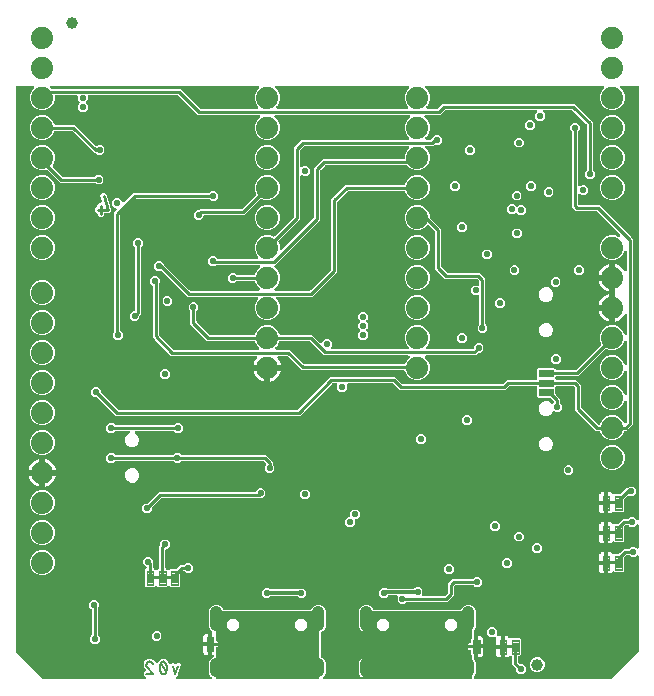
<source format=gbl>
G04 EAGLE Gerber RS-274X export*
G75*
%MOMM*%
%FSLAX34Y34*%
%LPD*%
%INBottom Copper*%
%IPPOS*%
%AMOC8*
5,1,8,0,0,1.08239X$1,22.5*%
G01*
%ADD10C,0.203200*%
%ADD11C,0.279400*%
%ADD12C,0.099059*%
%ADD13C,1.000000*%
%ADD14C,1.879600*%
%ADD15C,1.000000*%
%ADD16C,0.101600*%
%ADD17C,0.558800*%
%ADD18C,0.254000*%
%ADD19C,0.304800*%

G36*
X386797Y33338D02*
X386797Y33338D01*
X387604Y33338D01*
X387669Y33350D01*
X387735Y33352D01*
X387778Y33370D01*
X387825Y33378D01*
X387882Y33411D01*
X387942Y33436D01*
X387977Y33468D01*
X388018Y33492D01*
X388060Y33543D01*
X388108Y33588D01*
X388130Y33630D01*
X388159Y33666D01*
X388180Y33728D01*
X388211Y33787D01*
X388219Y33842D01*
X388231Y33879D01*
X388230Y33918D01*
X388238Y33972D01*
X388238Y37320D01*
X389068Y38150D01*
X389093Y38185D01*
X389124Y38214D01*
X389156Y38277D01*
X389197Y38335D01*
X389207Y38376D01*
X389227Y38414D01*
X389240Y38503D01*
X389253Y38552D01*
X389250Y38573D01*
X389254Y38599D01*
X389254Y59690D01*
X389243Y59755D01*
X389241Y59821D01*
X389223Y59864D01*
X389215Y59911D01*
X389181Y59968D01*
X389156Y60028D01*
X389125Y60063D01*
X389100Y60104D01*
X389049Y60146D01*
X389005Y60194D01*
X388963Y60216D01*
X388926Y60245D01*
X388864Y60266D01*
X388805Y60297D01*
X388751Y60305D01*
X388714Y60317D01*
X388674Y60316D01*
X388620Y60324D01*
X297688Y60324D01*
X297623Y60313D01*
X297557Y60311D01*
X297514Y60293D01*
X297467Y60285D01*
X297410Y60251D01*
X297350Y60226D01*
X297315Y60195D01*
X297274Y60170D01*
X297233Y60119D01*
X297184Y60075D01*
X297162Y60033D01*
X297133Y59996D01*
X297112Y59934D01*
X297081Y59875D01*
X297073Y59821D01*
X297061Y59784D01*
X297062Y59744D01*
X297054Y59690D01*
X297054Y3429D01*
X297065Y3364D01*
X297067Y3298D01*
X297085Y3255D01*
X297093Y3208D01*
X297127Y3151D01*
X297152Y3091D01*
X297183Y3056D01*
X297208Y3015D01*
X297259Y2973D01*
X297303Y2925D01*
X297345Y2903D01*
X297382Y2874D01*
X297444Y2853D01*
X297503Y2822D01*
X297557Y2814D01*
X297594Y2802D01*
X297634Y2803D01*
X297688Y2795D01*
X388620Y2795D01*
X388685Y2806D01*
X388751Y2808D01*
X388794Y2826D01*
X388841Y2834D01*
X388898Y2868D01*
X388958Y2893D01*
X388993Y2924D01*
X389034Y2949D01*
X389076Y3000D01*
X389124Y3044D01*
X389146Y3086D01*
X389175Y3123D01*
X389196Y3185D01*
X389227Y3244D01*
X389235Y3298D01*
X389247Y3335D01*
X389246Y3375D01*
X389254Y3429D01*
X389254Y22869D01*
X389247Y22911D01*
X389249Y22953D01*
X389227Y23020D01*
X389215Y23090D01*
X389193Y23127D01*
X389180Y23167D01*
X389126Y23240D01*
X389100Y23283D01*
X389084Y23296D01*
X389068Y23318D01*
X388238Y24148D01*
X388238Y27496D01*
X388227Y27560D01*
X388225Y27626D01*
X388207Y27670D01*
X388199Y27716D01*
X388165Y27773D01*
X388140Y27834D01*
X388109Y27869D01*
X388084Y27910D01*
X388033Y27951D01*
X387989Y28000D01*
X387947Y28021D01*
X387910Y28051D01*
X387848Y28072D01*
X387789Y28102D01*
X387735Y28110D01*
X387698Y28123D01*
X387658Y28122D01*
X387604Y28130D01*
X386797Y28130D01*
X386016Y28911D01*
X386016Y29401D01*
X391161Y29401D01*
X391161Y21670D01*
X391088Y21616D01*
X390987Y21553D01*
X390959Y21523D01*
X390926Y21500D01*
X390850Y21408D01*
X390769Y21321D01*
X390749Y21286D01*
X390724Y21255D01*
X390673Y21147D01*
X390615Y21043D01*
X390605Y21003D01*
X390588Y20967D01*
X390566Y20850D01*
X390536Y20735D01*
X390532Y20674D01*
X390528Y20654D01*
X390529Y20647D01*
X390528Y20645D01*
X390529Y20629D01*
X390526Y20574D01*
X390526Y20518D01*
X390538Y20420D01*
X390541Y20321D01*
X390558Y20263D01*
X390566Y20203D01*
X390602Y20111D01*
X390630Y20015D01*
X390660Y19963D01*
X390683Y19907D01*
X390741Y19827D01*
X390791Y19742D01*
X390857Y19666D01*
X390869Y19650D01*
X390879Y19642D01*
X390897Y19621D01*
X391416Y19102D01*
X392371Y16797D01*
X392371Y8303D01*
X391416Y5998D01*
X390897Y5479D01*
X390837Y5401D01*
X390769Y5329D01*
X390740Y5276D01*
X390703Y5228D01*
X390663Y5137D01*
X390615Y5050D01*
X390600Y4992D01*
X390576Y4936D01*
X390561Y4838D01*
X390536Y4743D01*
X390530Y4642D01*
X390526Y4622D01*
X390528Y4610D01*
X390526Y4582D01*
X390526Y4064D01*
X390541Y3946D01*
X390548Y3827D01*
X390561Y3789D01*
X390566Y3748D01*
X390609Y3638D01*
X390646Y3525D01*
X390668Y3490D01*
X390683Y3453D01*
X390752Y3357D01*
X390816Y3256D01*
X390846Y3228D01*
X390869Y3195D01*
X390961Y3119D01*
X391048Y3038D01*
X391083Y3018D01*
X391114Y2993D01*
X391222Y2942D01*
X391326Y2884D01*
X391366Y2874D01*
X391402Y2857D01*
X391519Y2835D01*
X391634Y2805D01*
X391694Y2801D01*
X391714Y2797D01*
X391735Y2799D01*
X391795Y2795D01*
X506317Y2795D01*
X506415Y2807D01*
X506514Y2810D01*
X506572Y2827D01*
X506632Y2835D01*
X506724Y2871D01*
X506819Y2899D01*
X506872Y2929D01*
X506928Y2952D01*
X507008Y3010D01*
X507093Y3060D01*
X507169Y3126D01*
X507185Y3138D01*
X507193Y3148D01*
X507214Y3166D01*
X530234Y26186D01*
X530294Y26264D01*
X530362Y26336D01*
X530391Y26389D01*
X530428Y26437D01*
X530468Y26528D01*
X530516Y26615D01*
X530531Y26673D01*
X530555Y26729D01*
X530570Y26827D01*
X530595Y26923D01*
X530601Y27023D01*
X530605Y27043D01*
X530603Y27055D01*
X530605Y27083D01*
X530605Y106757D01*
X530588Y106895D01*
X530575Y107033D01*
X530568Y107052D01*
X530565Y107072D01*
X530514Y107201D01*
X530467Y107332D01*
X530456Y107349D01*
X530448Y107368D01*
X530367Y107480D01*
X530289Y107595D01*
X530273Y107609D01*
X530262Y107625D01*
X530154Y107714D01*
X530050Y107806D01*
X530032Y107815D01*
X530017Y107828D01*
X529891Y107887D01*
X529767Y107950D01*
X529747Y107955D01*
X529729Y107964D01*
X529592Y107990D01*
X529457Y108020D01*
X529436Y108020D01*
X529417Y108023D01*
X529278Y108015D01*
X529139Y108010D01*
X529119Y108005D01*
X529099Y108004D01*
X528967Y107961D01*
X528833Y107922D01*
X528816Y107912D01*
X528797Y107906D01*
X528679Y107831D01*
X528559Y107761D01*
X528538Y107742D01*
X528528Y107735D01*
X528514Y107720D01*
X528439Y107654D01*
X527464Y106679D01*
X524096Y106679D01*
X522944Y107832D01*
X522866Y107892D01*
X522794Y107960D01*
X522741Y107989D01*
X522693Y108026D01*
X522602Y108066D01*
X522515Y108114D01*
X522457Y108129D01*
X522401Y108153D01*
X522303Y108168D01*
X522207Y108193D01*
X522107Y108199D01*
X522087Y108203D01*
X522075Y108201D01*
X522047Y108203D01*
X520627Y108203D01*
X520529Y108191D01*
X520430Y108188D01*
X520372Y108171D01*
X520312Y108163D01*
X520220Y108127D01*
X520124Y108099D01*
X520072Y108069D01*
X520016Y108046D01*
X519936Y107988D01*
X519851Y107938D01*
X519775Y107872D01*
X519759Y107860D01*
X519751Y107850D01*
X519730Y107832D01*
X518151Y106253D01*
X518091Y106175D01*
X518023Y106103D01*
X517994Y106050D01*
X517957Y106002D01*
X517917Y105911D01*
X517869Y105824D01*
X517854Y105766D01*
X517830Y105710D01*
X517815Y105612D01*
X517790Y105517D01*
X517784Y105416D01*
X517780Y105396D01*
X517782Y105384D01*
X517780Y105356D01*
X517780Y95014D01*
X516745Y93979D01*
X509641Y93979D01*
X509612Y94004D01*
X509576Y94023D01*
X509544Y94047D01*
X509435Y94095D01*
X509329Y94149D01*
X509290Y94158D01*
X509252Y94174D01*
X509135Y94192D01*
X509019Y94219D01*
X508978Y94217D01*
X508938Y94224D01*
X508820Y94212D01*
X508701Y94209D01*
X508662Y94198D01*
X508622Y94194D01*
X508510Y94154D01*
X508395Y94120D01*
X508360Y94100D01*
X508322Y94086D01*
X508224Y94019D01*
X508121Y93959D01*
X508076Y93919D01*
X508059Y93908D01*
X508046Y93892D01*
X508001Y93852D01*
X507464Y93316D01*
X506772Y92916D01*
X505999Y92709D01*
X504443Y92709D01*
X504443Y100267D01*
X514985Y100267D01*
X515004Y100279D01*
X515026Y100283D01*
X515033Y100298D01*
X515042Y100304D01*
X515041Y100314D01*
X515048Y100330D01*
X515048Y102870D01*
X515036Y102889D01*
X515032Y102911D01*
X515017Y102918D01*
X515011Y102927D01*
X515001Y102926D01*
X514985Y102933D01*
X504443Y102933D01*
X504443Y110491D01*
X505999Y110491D01*
X506772Y110284D01*
X507464Y109884D01*
X508000Y109348D01*
X508095Y109274D01*
X508184Y109196D01*
X508220Y109177D01*
X508252Y109153D01*
X508361Y109105D01*
X508467Y109051D01*
X508506Y109042D01*
X508544Y109026D01*
X508661Y109008D01*
X508777Y108981D01*
X508818Y108983D01*
X508858Y108976D01*
X508976Y108988D01*
X509095Y108991D01*
X509134Y109002D01*
X509174Y109006D01*
X509286Y109046D01*
X509401Y109080D01*
X509436Y109100D01*
X509474Y109114D01*
X509572Y109181D01*
X509640Y109221D01*
X513407Y109221D01*
X513505Y109233D01*
X513604Y109236D01*
X513662Y109253D01*
X513722Y109261D01*
X513814Y109297D01*
X513910Y109325D01*
X513962Y109355D01*
X514018Y109378D01*
X514098Y109436D01*
X514183Y109486D01*
X514259Y109552D01*
X514275Y109564D01*
X514283Y109574D01*
X514304Y109592D01*
X517997Y113285D01*
X522047Y113285D01*
X522145Y113297D01*
X522244Y113300D01*
X522302Y113317D01*
X522362Y113325D01*
X522454Y113361D01*
X522549Y113389D01*
X522601Y113419D01*
X522658Y113442D01*
X522738Y113500D01*
X522823Y113550D01*
X522899Y113616D01*
X522915Y113628D01*
X522923Y113638D01*
X522944Y113656D01*
X524096Y114809D01*
X527464Y114809D01*
X528439Y113834D01*
X528548Y113749D01*
X528655Y113660D01*
X528674Y113651D01*
X528690Y113639D01*
X528817Y113584D01*
X528943Y113524D01*
X528963Y113521D01*
X528982Y113513D01*
X529120Y113491D01*
X529256Y113465D01*
X529276Y113466D01*
X529296Y113463D01*
X529435Y113476D01*
X529573Y113484D01*
X529592Y113491D01*
X529612Y113493D01*
X529744Y113540D01*
X529875Y113582D01*
X529893Y113593D01*
X529912Y113600D01*
X530027Y113678D01*
X530144Y113753D01*
X530158Y113767D01*
X530175Y113779D01*
X530267Y113883D01*
X530362Y113984D01*
X530372Y114002D01*
X530385Y114017D01*
X530449Y114141D01*
X530516Y114263D01*
X530521Y114282D01*
X530530Y114300D01*
X530560Y114436D01*
X530595Y114571D01*
X530597Y114599D01*
X530600Y114611D01*
X530599Y114631D01*
X530605Y114731D01*
X530605Y132919D01*
X530588Y133056D01*
X530575Y133195D01*
X530568Y133214D01*
X530565Y133234D01*
X530514Y133363D01*
X530467Y133494D01*
X530456Y133511D01*
X530448Y133530D01*
X530367Y133642D01*
X530289Y133757D01*
X530273Y133771D01*
X530262Y133787D01*
X530154Y133876D01*
X530050Y133968D01*
X530032Y133977D01*
X530017Y133990D01*
X529891Y134049D01*
X529767Y134112D01*
X529747Y134117D01*
X529729Y134126D01*
X529593Y134152D01*
X529457Y134182D01*
X529436Y134182D01*
X529417Y134185D01*
X529278Y134177D01*
X529139Y134172D01*
X529119Y134167D01*
X529099Y134166D01*
X528967Y134123D01*
X528833Y134084D01*
X528816Y134074D01*
X528797Y134068D01*
X528679Y133993D01*
X528559Y133923D01*
X528538Y133904D01*
X528528Y133897D01*
X528514Y133882D01*
X528439Y133816D01*
X526448Y131825D01*
X523080Y131825D01*
X521928Y132978D01*
X521850Y133038D01*
X521778Y133106D01*
X521725Y133135D01*
X521677Y133172D01*
X521586Y133212D01*
X521499Y133260D01*
X521441Y133275D01*
X521385Y133299D01*
X521287Y133314D01*
X521191Y133339D01*
X521091Y133345D01*
X521071Y133349D01*
X521059Y133347D01*
X521031Y133349D01*
X519738Y133349D01*
X519640Y133337D01*
X519541Y133334D01*
X519483Y133317D01*
X519423Y133309D01*
X519331Y133273D01*
X519235Y133245D01*
X519183Y133215D01*
X519127Y133192D01*
X519047Y133134D01*
X518962Y133084D01*
X518886Y133018D01*
X518870Y133006D01*
X518862Y132996D01*
X518841Y132978D01*
X518151Y132288D01*
X518091Y132210D01*
X518023Y132138D01*
X517994Y132085D01*
X517957Y132037D01*
X517917Y131946D01*
X517869Y131859D01*
X517854Y131801D01*
X517830Y131745D01*
X517815Y131647D01*
X517790Y131552D01*
X517784Y131451D01*
X517780Y131431D01*
X517782Y131419D01*
X517780Y131391D01*
X517780Y120414D01*
X516745Y119379D01*
X509641Y119379D01*
X509612Y119404D01*
X509576Y119423D01*
X509544Y119447D01*
X509435Y119495D01*
X509329Y119549D01*
X509290Y119558D01*
X509252Y119574D01*
X509135Y119592D01*
X509019Y119619D01*
X508978Y119617D01*
X508938Y119624D01*
X508820Y119612D01*
X508701Y119609D01*
X508662Y119598D01*
X508622Y119594D01*
X508510Y119554D01*
X508395Y119520D01*
X508360Y119500D01*
X508322Y119486D01*
X508224Y119419D01*
X508121Y119359D01*
X508076Y119319D01*
X508059Y119308D01*
X508046Y119292D01*
X508001Y119252D01*
X507464Y118716D01*
X506772Y118316D01*
X505999Y118109D01*
X504443Y118109D01*
X504443Y125667D01*
X514985Y125667D01*
X515004Y125679D01*
X515026Y125683D01*
X515033Y125698D01*
X515042Y125704D01*
X515041Y125714D01*
X515048Y125730D01*
X515048Y128270D01*
X515036Y128289D01*
X515032Y128311D01*
X515017Y128318D01*
X515011Y128327D01*
X515001Y128326D01*
X514985Y128333D01*
X504443Y128333D01*
X504443Y135891D01*
X505999Y135891D01*
X506772Y135684D01*
X507464Y135284D01*
X508001Y134747D01*
X508095Y134674D01*
X508184Y134596D01*
X508220Y134577D01*
X508252Y134553D01*
X508361Y134505D01*
X508467Y134451D01*
X508507Y134442D01*
X508544Y134426D01*
X508662Y134407D01*
X508777Y134381D01*
X508818Y134383D01*
X508858Y134376D01*
X508977Y134388D01*
X509095Y134391D01*
X509134Y134402D01*
X509174Y134406D01*
X509287Y134447D01*
X509401Y134480D01*
X509436Y134500D01*
X509474Y134514D01*
X509572Y134581D01*
X509640Y134621D01*
X512772Y134621D01*
X512870Y134633D01*
X512969Y134636D01*
X513027Y134653D01*
X513087Y134661D01*
X513179Y134697D01*
X513275Y134725D01*
X513327Y134755D01*
X513383Y134778D01*
X513463Y134836D01*
X513548Y134886D01*
X513624Y134952D01*
X513640Y134964D01*
X513648Y134974D01*
X513669Y134992D01*
X517108Y138431D01*
X521031Y138431D01*
X521129Y138443D01*
X521228Y138446D01*
X521286Y138463D01*
X521346Y138471D01*
X521438Y138507D01*
X521533Y138535D01*
X521585Y138565D01*
X521642Y138588D01*
X521722Y138646D01*
X521807Y138696D01*
X521883Y138762D01*
X521899Y138774D01*
X521907Y138784D01*
X521928Y138802D01*
X523080Y139955D01*
X526448Y139955D01*
X528439Y137964D01*
X528548Y137879D01*
X528655Y137790D01*
X528674Y137781D01*
X528690Y137769D01*
X528818Y137713D01*
X528943Y137654D01*
X528963Y137651D01*
X528982Y137643D01*
X529120Y137621D01*
X529256Y137595D01*
X529276Y137596D01*
X529296Y137593D01*
X529435Y137606D01*
X529573Y137614D01*
X529592Y137621D01*
X529612Y137623D01*
X529744Y137670D01*
X529875Y137712D01*
X529893Y137723D01*
X529912Y137730D01*
X530027Y137808D01*
X530144Y137883D01*
X530158Y137897D01*
X530175Y137909D01*
X530267Y138013D01*
X530362Y138114D01*
X530372Y138132D01*
X530385Y138147D01*
X530449Y138271D01*
X530516Y138393D01*
X530521Y138412D01*
X530530Y138430D01*
X530560Y138566D01*
X530595Y138701D01*
X530597Y138729D01*
X530600Y138741D01*
X530599Y138761D01*
X530605Y138861D01*
X530605Y504190D01*
X530590Y504308D01*
X530583Y504427D01*
X530570Y504465D01*
X530565Y504506D01*
X530522Y504616D01*
X530485Y504729D01*
X530463Y504764D01*
X530448Y504801D01*
X530379Y504897D01*
X530315Y504998D01*
X530285Y505026D01*
X530262Y505059D01*
X530170Y505135D01*
X530083Y505216D01*
X530048Y505236D01*
X530017Y505261D01*
X529909Y505312D01*
X529805Y505370D01*
X529765Y505380D01*
X529729Y505397D01*
X529612Y505419D01*
X529497Y505449D01*
X529437Y505453D01*
X529417Y505457D01*
X529396Y505455D01*
X529336Y505459D01*
X515993Y505459D01*
X515855Y505442D01*
X515717Y505429D01*
X515697Y505422D01*
X515677Y505419D01*
X515548Y505368D01*
X515417Y505321D01*
X515400Y505310D01*
X515382Y505302D01*
X515269Y505221D01*
X515154Y505143D01*
X515141Y505127D01*
X515124Y505116D01*
X515035Y505008D01*
X514944Y504904D01*
X514934Y504886D01*
X514921Y504871D01*
X514862Y504745D01*
X514799Y504621D01*
X514795Y504601D01*
X514786Y504583D01*
X514760Y504447D01*
X514729Y504311D01*
X514730Y504290D01*
X514726Y504271D01*
X514735Y504132D01*
X514739Y503993D01*
X514745Y503973D01*
X514746Y503953D01*
X514789Y503821D01*
X514827Y503687D01*
X514838Y503670D01*
X514844Y503651D01*
X514918Y503533D01*
X514989Y503413D01*
X515008Y503392D01*
X515014Y503382D01*
X515029Y503368D01*
X515095Y503293D01*
X517045Y501343D01*
X518669Y497422D01*
X518669Y493178D01*
X517045Y489257D01*
X514043Y486255D01*
X510122Y484631D01*
X505878Y484631D01*
X501957Y486255D01*
X498955Y489257D01*
X497331Y493178D01*
X497331Y497422D01*
X498955Y501343D01*
X500905Y503293D01*
X500990Y503402D01*
X501079Y503509D01*
X501087Y503528D01*
X501100Y503544D01*
X501155Y503672D01*
X501214Y503797D01*
X501218Y503817D01*
X501226Y503836D01*
X501248Y503974D01*
X501274Y504110D01*
X501273Y504130D01*
X501276Y504150D01*
X501263Y504289D01*
X501254Y504427D01*
X501248Y504446D01*
X501246Y504466D01*
X501199Y504598D01*
X501156Y504729D01*
X501145Y504747D01*
X501138Y504766D01*
X501060Y504881D01*
X500986Y504998D01*
X500971Y505012D01*
X500960Y505029D01*
X500856Y505121D01*
X500754Y505216D01*
X500737Y505226D01*
X500721Y505239D01*
X500598Y505302D01*
X500476Y505370D01*
X500456Y505375D01*
X500438Y505384D01*
X500302Y505414D01*
X500168Y505449D01*
X500140Y505451D01*
X500128Y505454D01*
X500107Y505453D01*
X500007Y505459D01*
X350893Y505459D01*
X350755Y505442D01*
X350617Y505429D01*
X350597Y505422D01*
X350577Y505419D01*
X350448Y505368D01*
X350317Y505321D01*
X350300Y505310D01*
X350282Y505302D01*
X350169Y505221D01*
X350054Y505143D01*
X350041Y505127D01*
X350024Y505116D01*
X349935Y505008D01*
X349844Y504904D01*
X349834Y504886D01*
X349821Y504871D01*
X349762Y504745D01*
X349699Y504621D01*
X349695Y504601D01*
X349686Y504583D01*
X349660Y504447D01*
X349629Y504311D01*
X349630Y504290D01*
X349626Y504271D01*
X349635Y504132D01*
X349639Y503993D01*
X349645Y503973D01*
X349646Y503953D01*
X349689Y503821D01*
X349727Y503687D01*
X349738Y503670D01*
X349744Y503651D01*
X349818Y503533D01*
X349889Y503413D01*
X349908Y503392D01*
X349914Y503382D01*
X349929Y503368D01*
X349995Y503293D01*
X351945Y501343D01*
X353569Y497422D01*
X353569Y493178D01*
X351945Y489257D01*
X350757Y488069D01*
X350672Y487960D01*
X350583Y487853D01*
X350575Y487834D01*
X350562Y487818D01*
X350507Y487691D01*
X350448Y487565D01*
X350444Y487545D01*
X350436Y487526D01*
X350414Y487388D01*
X350388Y487252D01*
X350389Y487232D01*
X350386Y487212D01*
X350399Y487073D01*
X350408Y486935D01*
X350414Y486916D01*
X350416Y486896D01*
X350463Y486764D01*
X350506Y486633D01*
X350517Y486615D01*
X350524Y486596D01*
X350602Y486481D01*
X350676Y486364D01*
X350691Y486350D01*
X350702Y486333D01*
X350806Y486241D01*
X350908Y486146D01*
X350925Y486136D01*
X350941Y486123D01*
X351065Y486059D01*
X351186Y485992D01*
X351206Y485987D01*
X351224Y485978D01*
X351360Y485948D01*
X351494Y485913D01*
X351522Y485911D01*
X351534Y485908D01*
X351555Y485909D01*
X351655Y485903D01*
X359864Y485903D01*
X359962Y485915D01*
X360061Y485918D01*
X360119Y485935D01*
X360179Y485943D01*
X360271Y485979D01*
X360367Y486007D01*
X360419Y486037D01*
X360475Y486060D01*
X360555Y486118D01*
X360640Y486168D01*
X360716Y486234D01*
X360732Y486246D01*
X360740Y486256D01*
X360761Y486274D01*
X364708Y490221D01*
X476032Y490221D01*
X491491Y474762D01*
X491491Y434129D01*
X491503Y434031D01*
X491506Y433932D01*
X491523Y433874D01*
X491531Y433814D01*
X491567Y433722D01*
X491595Y433627D01*
X491625Y433575D01*
X491648Y433518D01*
X491706Y433438D01*
X491756Y433353D01*
X491822Y433277D01*
X491834Y433261D01*
X491844Y433253D01*
X491862Y433232D01*
X493015Y432080D01*
X493015Y428712D01*
X490634Y426331D01*
X487266Y426331D01*
X484885Y428712D01*
X484885Y432080D01*
X486038Y433232D01*
X486098Y433310D01*
X486166Y433382D01*
X486195Y433435D01*
X486232Y433483D01*
X486272Y433574D01*
X486320Y433661D01*
X486335Y433719D01*
X486359Y433775D01*
X486374Y433873D01*
X486399Y433969D01*
X486405Y434069D01*
X486409Y434089D01*
X486407Y434101D01*
X486409Y434129D01*
X486409Y472132D01*
X486397Y472230D01*
X486394Y472329D01*
X486377Y472387D01*
X486369Y472447D01*
X486333Y472539D01*
X486305Y472635D01*
X486275Y472687D01*
X486252Y472743D01*
X486194Y472823D01*
X486144Y472908D01*
X486078Y472984D01*
X486066Y473000D01*
X486056Y473008D01*
X486038Y473029D01*
X474299Y484768D01*
X474221Y484828D01*
X474149Y484896D01*
X474096Y484925D01*
X474048Y484962D01*
X473957Y485002D01*
X473870Y485050D01*
X473812Y485065D01*
X473756Y485089D01*
X473658Y485104D01*
X473563Y485129D01*
X473462Y485135D01*
X473442Y485139D01*
X473430Y485137D01*
X473402Y485139D01*
X450743Y485139D01*
X450605Y485122D01*
X450467Y485109D01*
X450448Y485102D01*
X450428Y485099D01*
X450299Y485048D01*
X450168Y485001D01*
X450151Y484990D01*
X450132Y484982D01*
X450020Y484901D01*
X449905Y484823D01*
X449891Y484807D01*
X449875Y484796D01*
X449786Y484688D01*
X449694Y484584D01*
X449685Y484566D01*
X449672Y484551D01*
X449613Y484425D01*
X449550Y484301D01*
X449545Y484281D01*
X449536Y484263D01*
X449510Y484126D01*
X449480Y483991D01*
X449480Y483970D01*
X449477Y483951D01*
X449485Y483812D01*
X449490Y483673D01*
X449495Y483653D01*
X449496Y483633D01*
X449539Y483501D01*
X449578Y483367D01*
X449588Y483350D01*
X449594Y483331D01*
X449669Y483213D01*
X449739Y483093D01*
X449758Y483072D01*
X449765Y483062D01*
X449780Y483048D01*
X449846Y482973D01*
X451075Y481744D01*
X451075Y478376D01*
X448694Y475995D01*
X445326Y475995D01*
X442945Y478376D01*
X442945Y481744D01*
X444174Y482973D01*
X444259Y483082D01*
X444348Y483189D01*
X444357Y483208D01*
X444369Y483224D01*
X444425Y483352D01*
X444484Y483477D01*
X444487Y483497D01*
X444495Y483516D01*
X444517Y483654D01*
X444543Y483790D01*
X444542Y483810D01*
X444545Y483830D01*
X444532Y483969D01*
X444524Y484107D01*
X444517Y484126D01*
X444515Y484146D01*
X444468Y484278D01*
X444426Y484409D01*
X444415Y484427D01*
X444408Y484446D01*
X444330Y484561D01*
X444255Y484678D01*
X444241Y484692D01*
X444229Y484709D01*
X444125Y484801D01*
X444024Y484896D01*
X444006Y484906D01*
X443991Y484919D01*
X443867Y484983D01*
X443745Y485050D01*
X443726Y485055D01*
X443708Y485064D01*
X443572Y485094D01*
X443437Y485129D01*
X443409Y485131D01*
X443397Y485134D01*
X443377Y485133D01*
X443277Y485139D01*
X367338Y485139D01*
X367240Y485127D01*
X367141Y485124D01*
X367083Y485107D01*
X367023Y485099D01*
X366931Y485063D01*
X366835Y485035D01*
X366783Y485005D01*
X366727Y484982D01*
X366647Y484924D01*
X366562Y484874D01*
X366486Y484808D01*
X366470Y484796D01*
X366462Y484786D01*
X366441Y484768D01*
X362494Y480821D01*
X350131Y480821D01*
X349993Y480804D01*
X349854Y480791D01*
X349835Y480784D01*
X349815Y480781D01*
X349686Y480730D01*
X349555Y480683D01*
X349538Y480672D01*
X349520Y480664D01*
X349407Y480583D01*
X349292Y480505D01*
X349279Y480489D01*
X349262Y480478D01*
X349173Y480370D01*
X349082Y480266D01*
X349072Y480248D01*
X349059Y480233D01*
X349000Y480107D01*
X348937Y479983D01*
X348933Y479963D01*
X348924Y479945D01*
X348898Y479809D01*
X348867Y479673D01*
X348868Y479652D01*
X348864Y479633D01*
X348873Y479494D01*
X348877Y479355D01*
X348883Y479335D01*
X348884Y479315D01*
X348927Y479183D01*
X348965Y479049D01*
X348976Y479032D01*
X348982Y479013D01*
X349057Y478895D01*
X349127Y478775D01*
X349145Y478754D01*
X349152Y478744D01*
X349167Y478730D01*
X349233Y478655D01*
X351945Y475943D01*
X353569Y472022D01*
X353569Y467778D01*
X351945Y463857D01*
X349995Y461907D01*
X349910Y461798D01*
X349821Y461691D01*
X349813Y461672D01*
X349800Y461656D01*
X349745Y461528D01*
X349686Y461403D01*
X349682Y461383D01*
X349674Y461364D01*
X349652Y461226D01*
X349626Y461090D01*
X349627Y461070D01*
X349624Y461050D01*
X349637Y460911D01*
X349646Y460773D01*
X349652Y460754D01*
X349654Y460734D01*
X349701Y460602D01*
X349744Y460471D01*
X349755Y460453D01*
X349762Y460434D01*
X349840Y460319D01*
X349914Y460202D01*
X349929Y460188D01*
X349940Y460171D01*
X350044Y460079D01*
X350146Y459984D01*
X350163Y459974D01*
X350179Y459961D01*
X350303Y459897D01*
X350424Y459830D01*
X350444Y459825D01*
X350462Y459816D01*
X350598Y459786D01*
X350732Y459751D01*
X350760Y459749D01*
X350772Y459746D01*
X350793Y459747D01*
X350893Y459741D01*
X354022Y459741D01*
X354120Y459753D01*
X354219Y459756D01*
X354277Y459773D01*
X354337Y459781D01*
X354429Y459817D01*
X354525Y459845D01*
X354577Y459875D01*
X354633Y459898D01*
X354713Y459956D01*
X354798Y460006D01*
X354874Y460072D01*
X354890Y460084D01*
X354898Y460094D01*
X354919Y460112D01*
X354974Y460167D01*
X355034Y460245D01*
X355102Y460317D01*
X355131Y460370D01*
X355168Y460418D01*
X355208Y460509D01*
X355256Y460596D01*
X355271Y460654D01*
X355295Y460710D01*
X355310Y460808D01*
X355335Y460903D01*
X355341Y461004D01*
X355345Y461024D01*
X355343Y461036D01*
X355345Y461064D01*
X355345Y461424D01*
X357726Y463805D01*
X361094Y463805D01*
X363475Y461424D01*
X363475Y458056D01*
X361094Y455675D01*
X358194Y455675D01*
X358096Y455663D01*
X357997Y455660D01*
X357939Y455643D01*
X357879Y455635D01*
X357787Y455599D01*
X357691Y455571D01*
X357639Y455541D01*
X357583Y455518D01*
X357503Y455460D01*
X357418Y455410D01*
X357342Y455344D01*
X357326Y455332D01*
X357318Y455322D01*
X357297Y455304D01*
X356652Y454659D01*
X350893Y454659D01*
X350755Y454642D01*
X350616Y454629D01*
X350597Y454622D01*
X350577Y454619D01*
X350448Y454568D01*
X350317Y454521D01*
X350300Y454510D01*
X350282Y454502D01*
X350169Y454421D01*
X350054Y454343D01*
X350041Y454327D01*
X350024Y454316D01*
X349935Y454208D01*
X349844Y454104D01*
X349834Y454086D01*
X349821Y454071D01*
X349762Y453945D01*
X349699Y453821D01*
X349695Y453801D01*
X349686Y453783D01*
X349660Y453647D01*
X349629Y453511D01*
X349630Y453490D01*
X349626Y453471D01*
X349635Y453332D01*
X349639Y453193D01*
X349645Y453173D01*
X349646Y453153D01*
X349689Y453021D01*
X349727Y452887D01*
X349738Y452870D01*
X349744Y452851D01*
X349819Y452733D01*
X349889Y452613D01*
X349907Y452592D01*
X349914Y452582D01*
X349925Y452572D01*
X349926Y452570D01*
X349932Y452564D01*
X349995Y452493D01*
X351945Y450543D01*
X353569Y446622D01*
X353569Y442378D01*
X351945Y438457D01*
X348943Y435455D01*
X345022Y433831D01*
X340778Y433831D01*
X336857Y435455D01*
X334535Y437778D01*
X334456Y437838D01*
X334384Y437906D01*
X334331Y437935D01*
X334283Y437972D01*
X334192Y438012D01*
X334106Y438060D01*
X334047Y438075D01*
X333991Y438099D01*
X333894Y438114D01*
X333798Y438139D01*
X333698Y438145D01*
X333677Y438149D01*
X333665Y438147D01*
X333637Y438149D01*
X265738Y438149D01*
X265640Y438137D01*
X265541Y438134D01*
X265483Y438117D01*
X265423Y438109D01*
X265331Y438073D01*
X265235Y438045D01*
X265183Y438015D01*
X265127Y437992D01*
X265047Y437934D01*
X264961Y437884D01*
X264886Y437818D01*
X264870Y437806D01*
X264869Y437804D01*
X264868Y437804D01*
X264861Y437795D01*
X264841Y437778D01*
X260976Y433913D01*
X260916Y433835D01*
X260848Y433763D01*
X260819Y433710D01*
X260782Y433662D01*
X260742Y433571D01*
X260694Y433484D01*
X260679Y433426D01*
X260655Y433370D01*
X260640Y433272D01*
X260615Y433177D01*
X260609Y433077D01*
X260605Y433056D01*
X260607Y433044D01*
X260605Y433016D01*
X260605Y391632D01*
X222715Y353742D01*
X222686Y353730D01*
X222555Y353683D01*
X222538Y353672D01*
X222520Y353664D01*
X222407Y353583D01*
X222292Y353505D01*
X222279Y353489D01*
X222262Y353478D01*
X222173Y353370D01*
X222082Y353266D01*
X222072Y353248D01*
X222059Y353233D01*
X222000Y353107D01*
X221937Y352983D01*
X221933Y352963D01*
X221924Y352945D01*
X221898Y352809D01*
X221867Y352673D01*
X221868Y352652D01*
X221864Y352633D01*
X221873Y352494D01*
X221877Y352355D01*
X221883Y352335D01*
X221884Y352315D01*
X221927Y352183D01*
X221965Y352049D01*
X221976Y352032D01*
X221982Y352013D01*
X222057Y351895D01*
X222127Y351775D01*
X222145Y351754D01*
X222152Y351744D01*
X222167Y351730D01*
X222233Y351655D01*
X224945Y348943D01*
X226569Y345022D01*
X226569Y340778D01*
X224945Y336857D01*
X222233Y334145D01*
X222148Y334036D01*
X222059Y333929D01*
X222051Y333910D01*
X222038Y333894D01*
X221983Y333766D01*
X221924Y333641D01*
X221920Y333621D01*
X221912Y333602D01*
X221890Y333464D01*
X221864Y333328D01*
X221865Y333308D01*
X221862Y333288D01*
X221875Y333149D01*
X221884Y333011D01*
X221890Y332992D01*
X221892Y332972D01*
X221939Y332840D01*
X221982Y332709D01*
X221993Y332691D01*
X222000Y332672D01*
X222078Y332557D01*
X222152Y332440D01*
X222167Y332426D01*
X222178Y332409D01*
X222282Y332317D01*
X222384Y332222D01*
X222401Y332212D01*
X222417Y332199D01*
X222541Y332135D01*
X222662Y332068D01*
X222682Y332063D01*
X222700Y332054D01*
X222836Y332024D01*
X222970Y331989D01*
X222998Y331987D01*
X223010Y331984D01*
X223031Y331985D01*
X223131Y331979D01*
X251660Y331979D01*
X251758Y331991D01*
X251857Y331994D01*
X251915Y332011D01*
X251975Y332019D01*
X252067Y332055D01*
X252163Y332083D01*
X252215Y332113D01*
X252271Y332136D01*
X252351Y332194D01*
X252436Y332244D01*
X252512Y332310D01*
X252528Y332322D01*
X252536Y332332D01*
X252557Y332350D01*
X269884Y349677D01*
X269944Y349755D01*
X270012Y349827D01*
X270033Y349866D01*
X270052Y349889D01*
X270059Y349903D01*
X270078Y349928D01*
X270118Y350019D01*
X270166Y350106D01*
X270179Y350157D01*
X270188Y350176D01*
X270190Y350185D01*
X270205Y350220D01*
X270220Y350318D01*
X270245Y350413D01*
X270251Y350514D01*
X270255Y350534D01*
X270253Y350546D01*
X270255Y350574D01*
X270255Y409738D01*
X282158Y421641D01*
X331557Y421641D01*
X331586Y421644D01*
X331615Y421642D01*
X331743Y421664D01*
X331872Y421681D01*
X331900Y421691D01*
X331929Y421696D01*
X332047Y421750D01*
X332168Y421798D01*
X332192Y421815D01*
X332219Y421827D01*
X332320Y421908D01*
X332425Y421984D01*
X332444Y422007D01*
X332467Y422026D01*
X332545Y422129D01*
X332628Y422229D01*
X332641Y422256D01*
X332658Y422280D01*
X332729Y422424D01*
X333855Y425143D01*
X336857Y428145D01*
X340778Y429769D01*
X345022Y429769D01*
X348943Y428145D01*
X351945Y425143D01*
X353569Y421222D01*
X353569Y416978D01*
X351945Y413057D01*
X348943Y410055D01*
X345022Y408431D01*
X340778Y408431D01*
X336857Y410055D01*
X333855Y413057D01*
X332729Y415776D01*
X332715Y415801D01*
X332705Y415829D01*
X332636Y415939D01*
X332572Y416052D01*
X332551Y416073D01*
X332535Y416098D01*
X332441Y416187D01*
X332350Y416280D01*
X332325Y416296D01*
X332304Y416316D01*
X332190Y416379D01*
X332079Y416447D01*
X332051Y416455D01*
X332025Y416470D01*
X331899Y416502D01*
X331775Y416540D01*
X331746Y416542D01*
X331717Y416549D01*
X331557Y416559D01*
X284788Y416559D01*
X284690Y416547D01*
X284591Y416544D01*
X284533Y416527D01*
X284473Y416519D01*
X284381Y416483D01*
X284285Y416455D01*
X284233Y416425D01*
X284177Y416402D01*
X284097Y416344D01*
X284012Y416294D01*
X283936Y416228D01*
X283920Y416216D01*
X283912Y416206D01*
X283891Y416188D01*
X275708Y408005D01*
X275648Y407927D01*
X275580Y407855D01*
X275551Y407802D01*
X275514Y407754D01*
X275474Y407663D01*
X275426Y407576D01*
X275411Y407518D01*
X275387Y407462D01*
X275372Y407364D01*
X275347Y407269D01*
X275341Y407168D01*
X275337Y407148D01*
X275339Y407136D01*
X275337Y407108D01*
X275337Y347944D01*
X254290Y326897D01*
X224655Y326897D01*
X224517Y326880D01*
X224378Y326867D01*
X224359Y326860D01*
X224339Y326857D01*
X224210Y326806D01*
X224079Y326759D01*
X224062Y326748D01*
X224044Y326740D01*
X223931Y326659D01*
X223816Y326581D01*
X223803Y326565D01*
X223786Y326554D01*
X223697Y326446D01*
X223606Y326342D01*
X223596Y326324D01*
X223583Y326309D01*
X223524Y326183D01*
X223461Y326059D01*
X223457Y326039D01*
X223448Y326021D01*
X223422Y325884D01*
X223391Y325749D01*
X223392Y325728D01*
X223388Y325709D01*
X223397Y325570D01*
X223401Y325431D01*
X223407Y325411D01*
X223408Y325391D01*
X223451Y325259D01*
X223489Y325125D01*
X223500Y325108D01*
X223506Y325089D01*
X223580Y324971D01*
X223651Y324851D01*
X223669Y324830D01*
X223676Y324820D01*
X223691Y324806D01*
X223757Y324731D01*
X224945Y323543D01*
X226569Y319622D01*
X226569Y315378D01*
X224945Y311457D01*
X221943Y308455D01*
X218022Y306831D01*
X213778Y306831D01*
X209857Y308455D01*
X206855Y311457D01*
X205231Y315378D01*
X205231Y319622D01*
X206855Y323543D01*
X208043Y324731D01*
X208128Y324840D01*
X208217Y324947D01*
X208225Y324966D01*
X208238Y324982D01*
X208293Y325109D01*
X208352Y325235D01*
X208356Y325255D01*
X208364Y325274D01*
X208386Y325412D01*
X208412Y325548D01*
X208411Y325568D01*
X208414Y325588D01*
X208401Y325727D01*
X208392Y325865D01*
X208386Y325884D01*
X208384Y325904D01*
X208337Y326036D01*
X208294Y326167D01*
X208283Y326185D01*
X208276Y326204D01*
X208198Y326319D01*
X208124Y326436D01*
X208109Y326450D01*
X208098Y326467D01*
X207994Y326559D01*
X207892Y326654D01*
X207875Y326664D01*
X207859Y326677D01*
X207735Y326741D01*
X207614Y326808D01*
X207594Y326813D01*
X207576Y326822D01*
X207440Y326852D01*
X207306Y326887D01*
X207278Y326889D01*
X207266Y326892D01*
X207245Y326891D01*
X207145Y326897D01*
X148300Y326897D01*
X126573Y348624D01*
X126495Y348684D01*
X126423Y348752D01*
X126370Y348781D01*
X126322Y348818D01*
X126231Y348858D01*
X126144Y348906D01*
X126086Y348921D01*
X126030Y348945D01*
X125932Y348960D01*
X125837Y348985D01*
X125736Y348991D01*
X125716Y348995D01*
X125704Y348993D01*
X125676Y348995D01*
X122522Y348995D01*
X120141Y351376D01*
X120141Y354744D01*
X122522Y357125D01*
X125890Y357125D01*
X128271Y354744D01*
X128271Y354638D01*
X128283Y354540D01*
X128286Y354441D01*
X128303Y354383D01*
X128311Y354323D01*
X128347Y354231D01*
X128375Y354135D01*
X128405Y354083D01*
X128428Y354027D01*
X128486Y353947D01*
X128536Y353862D01*
X128602Y353786D01*
X128614Y353770D01*
X128624Y353762D01*
X128642Y353741D01*
X150033Y332350D01*
X150111Y332290D01*
X150183Y332222D01*
X150236Y332193D01*
X150284Y332156D01*
X150375Y332116D01*
X150462Y332068D01*
X150520Y332053D01*
X150576Y332029D01*
X150674Y332014D01*
X150769Y331989D01*
X150870Y331983D01*
X150890Y331979D01*
X150902Y331981D01*
X150930Y331979D01*
X208669Y331979D01*
X208807Y331996D01*
X208946Y332009D01*
X208965Y332016D01*
X208985Y332019D01*
X209114Y332070D01*
X209245Y332117D01*
X209262Y332128D01*
X209280Y332136D01*
X209393Y332217D01*
X209508Y332295D01*
X209521Y332311D01*
X209538Y332322D01*
X209627Y332430D01*
X209718Y332534D01*
X209728Y332552D01*
X209741Y332567D01*
X209800Y332693D01*
X209863Y332817D01*
X209867Y332837D01*
X209876Y332855D01*
X209902Y332991D01*
X209933Y333127D01*
X209932Y333148D01*
X209936Y333167D01*
X209927Y333306D01*
X209923Y333445D01*
X209917Y333465D01*
X209916Y333485D01*
X209873Y333617D01*
X209835Y333751D01*
X209824Y333768D01*
X209818Y333787D01*
X209743Y333905D01*
X209673Y334025D01*
X209655Y334046D01*
X209648Y334056D01*
X209633Y334070D01*
X209567Y334145D01*
X206855Y336857D01*
X205729Y339576D01*
X205715Y339601D01*
X205705Y339629D01*
X205636Y339739D01*
X205572Y339852D01*
X205551Y339873D01*
X205535Y339898D01*
X205441Y339987D01*
X205350Y340080D01*
X205325Y340096D01*
X205304Y340116D01*
X205190Y340179D01*
X205079Y340247D01*
X205051Y340255D01*
X205025Y340270D01*
X204899Y340302D01*
X204775Y340340D01*
X204746Y340342D01*
X204717Y340349D01*
X204557Y340359D01*
X190423Y340359D01*
X190325Y340347D01*
X190226Y340344D01*
X190168Y340327D01*
X190108Y340319D01*
X190016Y340283D01*
X189921Y340255D01*
X189869Y340225D01*
X189812Y340202D01*
X189732Y340144D01*
X189647Y340094D01*
X189571Y340028D01*
X189555Y340016D01*
X189547Y340006D01*
X189526Y339988D01*
X188374Y338835D01*
X185006Y338835D01*
X182625Y341216D01*
X182625Y344584D01*
X185006Y346965D01*
X188374Y346965D01*
X189526Y345812D01*
X189604Y345752D01*
X189676Y345684D01*
X189729Y345655D01*
X189777Y345618D01*
X189868Y345578D01*
X189955Y345530D01*
X190013Y345515D01*
X190069Y345491D01*
X190167Y345476D01*
X190263Y345451D01*
X190363Y345445D01*
X190383Y345441D01*
X190395Y345443D01*
X190423Y345441D01*
X204557Y345441D01*
X204586Y345444D01*
X204615Y345442D01*
X204743Y345464D01*
X204872Y345481D01*
X204899Y345491D01*
X204929Y345496D01*
X205047Y345550D01*
X205168Y345598D01*
X205192Y345615D01*
X205219Y345627D01*
X205320Y345708D01*
X205425Y345784D01*
X205444Y345807D01*
X205467Y345826D01*
X205545Y345929D01*
X205628Y346029D01*
X205641Y346056D01*
X205658Y346080D01*
X205729Y346224D01*
X206855Y348943D01*
X209567Y351655D01*
X209652Y351764D01*
X209741Y351871D01*
X209749Y351890D01*
X209762Y351906D01*
X209817Y352034D01*
X209876Y352159D01*
X209880Y352179D01*
X209888Y352198D01*
X209910Y352336D01*
X209936Y352472D01*
X209935Y352492D01*
X209938Y352512D01*
X209925Y352651D01*
X209916Y352789D01*
X209910Y352808D01*
X209908Y352828D01*
X209861Y352960D01*
X209818Y353091D01*
X209807Y353109D01*
X209800Y353128D01*
X209722Y353243D01*
X209648Y353360D01*
X209633Y353374D01*
X209622Y353391D01*
X209518Y353483D01*
X209416Y353578D01*
X209399Y353588D01*
X209383Y353601D01*
X209259Y353665D01*
X209138Y353732D01*
X209118Y353737D01*
X209100Y353746D01*
X208964Y353776D01*
X208830Y353811D01*
X208802Y353813D01*
X208790Y353816D01*
X208769Y353815D01*
X208669Y353821D01*
X173405Y353821D01*
X173307Y353809D01*
X173208Y353806D01*
X173150Y353789D01*
X173090Y353781D01*
X172998Y353745D01*
X172903Y353717D01*
X172851Y353687D01*
X172794Y353664D01*
X172714Y353606D01*
X172629Y353556D01*
X172553Y353490D01*
X172537Y353478D01*
X172529Y353468D01*
X172508Y353450D01*
X171864Y352805D01*
X168496Y352805D01*
X166115Y355186D01*
X166115Y358554D01*
X168496Y360935D01*
X171864Y360935D01*
X173524Y359274D01*
X173602Y359214D01*
X173674Y359146D01*
X173727Y359117D01*
X173775Y359080D01*
X173866Y359040D01*
X173953Y358992D01*
X174011Y358977D01*
X174067Y358953D01*
X174165Y358938D01*
X174261Y358913D01*
X174361Y358907D01*
X174381Y358903D01*
X174393Y358905D01*
X174421Y358903D01*
X207145Y358903D01*
X207283Y358920D01*
X207422Y358933D01*
X207441Y358940D01*
X207461Y358943D01*
X207590Y358994D01*
X207721Y359041D01*
X207738Y359052D01*
X207756Y359060D01*
X207869Y359141D01*
X207984Y359219D01*
X207997Y359235D01*
X208014Y359246D01*
X208103Y359354D01*
X208194Y359458D01*
X208204Y359476D01*
X208217Y359491D01*
X208276Y359617D01*
X208339Y359741D01*
X208343Y359761D01*
X208352Y359779D01*
X208378Y359916D01*
X208409Y360051D01*
X208408Y360072D01*
X208412Y360091D01*
X208403Y360230D01*
X208399Y360369D01*
X208393Y360389D01*
X208392Y360409D01*
X208349Y360541D01*
X208311Y360675D01*
X208300Y360692D01*
X208294Y360711D01*
X208220Y360829D01*
X208149Y360949D01*
X208131Y360970D01*
X208124Y360980D01*
X208109Y360994D01*
X208043Y361069D01*
X206855Y362257D01*
X205231Y366178D01*
X205231Y370422D01*
X206855Y374343D01*
X209857Y377345D01*
X213778Y378969D01*
X218022Y378969D01*
X220741Y377842D01*
X220770Y377835D01*
X220796Y377821D01*
X220923Y377793D01*
X221048Y377759D01*
X221077Y377758D01*
X221106Y377752D01*
X221236Y377756D01*
X221366Y377753D01*
X221395Y377760D01*
X221424Y377761D01*
X221549Y377797D01*
X221675Y377828D01*
X221701Y377841D01*
X221730Y377850D01*
X221841Y377915D01*
X221956Y377976D01*
X221978Y377996D01*
X222004Y378011D01*
X222124Y378118D01*
X238388Y394381D01*
X238448Y394459D01*
X238516Y394531D01*
X238545Y394584D01*
X238582Y394632D01*
X238622Y394723D01*
X238670Y394810D01*
X238685Y394868D01*
X238709Y394924D01*
X238724Y395022D01*
X238749Y395117D01*
X238755Y395218D01*
X238759Y395238D01*
X238757Y395250D01*
X238759Y395278D01*
X238759Y453172D01*
X245328Y459741D01*
X334907Y459741D01*
X335045Y459758D01*
X335184Y459771D01*
X335203Y459778D01*
X335223Y459781D01*
X335352Y459832D01*
X335483Y459879D01*
X335500Y459890D01*
X335518Y459898D01*
X335631Y459979D01*
X335746Y460057D01*
X335759Y460073D01*
X335776Y460084D01*
X335865Y460192D01*
X335956Y460296D01*
X335966Y460314D01*
X335979Y460329D01*
X336038Y460455D01*
X336101Y460579D01*
X336105Y460599D01*
X336114Y460617D01*
X336140Y460753D01*
X336171Y460889D01*
X336170Y460910D01*
X336174Y460929D01*
X336165Y461068D01*
X336161Y461207D01*
X336155Y461227D01*
X336154Y461247D01*
X336111Y461379D01*
X336073Y461513D01*
X336062Y461530D01*
X336056Y461549D01*
X335981Y461667D01*
X335911Y461787D01*
X335893Y461808D01*
X335886Y461818D01*
X335871Y461832D01*
X335805Y461907D01*
X333855Y463857D01*
X332231Y467778D01*
X332231Y472022D01*
X333855Y475943D01*
X336567Y478655D01*
X336652Y478764D01*
X336741Y478871D01*
X336749Y478890D01*
X336762Y478906D01*
X336817Y479034D01*
X336876Y479159D01*
X336880Y479179D01*
X336888Y479198D01*
X336910Y479336D01*
X336936Y479472D01*
X336935Y479492D01*
X336938Y479512D01*
X336925Y479651D01*
X336916Y479789D01*
X336910Y479808D01*
X336908Y479828D01*
X336861Y479960D01*
X336818Y480091D01*
X336807Y480109D01*
X336800Y480128D01*
X336722Y480243D01*
X336648Y480360D01*
X336633Y480374D01*
X336622Y480391D01*
X336518Y480483D01*
X336416Y480578D01*
X336399Y480588D01*
X336383Y480601D01*
X336259Y480665D01*
X336138Y480732D01*
X336118Y480737D01*
X336100Y480746D01*
X335964Y480776D01*
X335830Y480811D01*
X335802Y480813D01*
X335790Y480816D01*
X335769Y480815D01*
X335669Y480821D01*
X223131Y480821D01*
X222993Y480804D01*
X222854Y480791D01*
X222835Y480784D01*
X222815Y480781D01*
X222686Y480730D01*
X222555Y480683D01*
X222538Y480672D01*
X222520Y480664D01*
X222407Y480583D01*
X222292Y480505D01*
X222279Y480489D01*
X222262Y480478D01*
X222173Y480370D01*
X222082Y480266D01*
X222072Y480248D01*
X222059Y480233D01*
X222000Y480107D01*
X221937Y479983D01*
X221933Y479963D01*
X221924Y479945D01*
X221898Y479809D01*
X221867Y479673D01*
X221868Y479652D01*
X221864Y479633D01*
X221873Y479494D01*
X221877Y479355D01*
X221883Y479335D01*
X221884Y479315D01*
X221927Y479183D01*
X221965Y479049D01*
X221976Y479032D01*
X221982Y479013D01*
X222057Y478895D01*
X222127Y478775D01*
X222145Y478754D01*
X222152Y478744D01*
X222167Y478730D01*
X222233Y478655D01*
X224945Y475943D01*
X226569Y472022D01*
X226569Y467778D01*
X224945Y463857D01*
X221943Y460855D01*
X218022Y459231D01*
X213778Y459231D01*
X209857Y460855D01*
X206855Y463857D01*
X205231Y467778D01*
X205231Y472022D01*
X206855Y475943D01*
X209567Y478655D01*
X209652Y478764D01*
X209741Y478871D01*
X209749Y478890D01*
X209762Y478906D01*
X209817Y479034D01*
X209876Y479159D01*
X209880Y479179D01*
X209888Y479198D01*
X209910Y479336D01*
X209936Y479472D01*
X209935Y479492D01*
X209938Y479512D01*
X209925Y479651D01*
X209916Y479789D01*
X209910Y479808D01*
X209908Y479828D01*
X209861Y479960D01*
X209818Y480091D01*
X209807Y480109D01*
X209800Y480128D01*
X209722Y480243D01*
X209648Y480360D01*
X209633Y480374D01*
X209622Y480391D01*
X209518Y480483D01*
X209416Y480578D01*
X209399Y480588D01*
X209383Y480601D01*
X209259Y480665D01*
X209138Y480732D01*
X209118Y480737D01*
X209100Y480746D01*
X208964Y480776D01*
X208830Y480811D01*
X208802Y480813D01*
X208790Y480816D01*
X208769Y480815D01*
X208669Y480821D01*
X156936Y480821D01*
X140543Y497214D01*
X140465Y497274D01*
X140393Y497342D01*
X140340Y497371D01*
X140292Y497408D01*
X140201Y497448D01*
X140114Y497496D01*
X140056Y497511D01*
X140000Y497535D01*
X139902Y497550D01*
X139807Y497575D01*
X139706Y497581D01*
X139686Y497585D01*
X139674Y497583D01*
X139646Y497585D01*
X65024Y497585D01*
X64906Y497570D01*
X64787Y497563D01*
X64749Y497550D01*
X64708Y497545D01*
X64598Y497502D01*
X64485Y497465D01*
X64450Y497443D01*
X64413Y497428D01*
X64317Y497359D01*
X64216Y497295D01*
X64188Y497265D01*
X64155Y497242D01*
X64079Y497150D01*
X63998Y497063D01*
X63978Y497028D01*
X63953Y496997D01*
X63902Y496889D01*
X63844Y496785D01*
X63834Y496745D01*
X63817Y496709D01*
X63795Y496592D01*
X63765Y496477D01*
X63761Y496417D01*
X63757Y496397D01*
X63759Y496376D01*
X63755Y496316D01*
X63755Y493108D01*
X62780Y492134D01*
X62707Y492039D01*
X62628Y491950D01*
X62610Y491914D01*
X62585Y491882D01*
X62538Y491773D01*
X62484Y491667D01*
X62475Y491628D01*
X62459Y491590D01*
X62440Y491473D01*
X62414Y491357D01*
X62415Y491316D01*
X62409Y491276D01*
X62420Y491158D01*
X62424Y491039D01*
X62435Y491000D01*
X62439Y490960D01*
X62479Y490847D01*
X62512Y490733D01*
X62532Y490699D01*
X62546Y490660D01*
X62613Y490562D01*
X62673Y490459D01*
X62713Y490414D01*
X62725Y490397D01*
X62740Y490384D01*
X62780Y490339D01*
X63755Y489364D01*
X63755Y485996D01*
X61374Y483615D01*
X58006Y483615D01*
X55625Y485996D01*
X55625Y489364D01*
X56600Y490339D01*
X56673Y490433D01*
X56752Y490522D01*
X56770Y490558D01*
X56795Y490590D01*
X56842Y490699D01*
X56896Y490805D01*
X56905Y490844D01*
X56921Y490882D01*
X56940Y490999D01*
X56966Y491115D01*
X56965Y491156D01*
X56971Y491196D01*
X56960Y491314D01*
X56956Y491433D01*
X56945Y491472D01*
X56941Y491512D01*
X56901Y491624D01*
X56868Y491739D01*
X56848Y491774D01*
X56834Y491812D01*
X56767Y491910D01*
X56706Y492013D01*
X56667Y492058D01*
X56655Y492075D01*
X56640Y492088D01*
X56600Y492134D01*
X55625Y493108D01*
X55625Y496316D01*
X55610Y496434D01*
X55603Y496553D01*
X55590Y496591D01*
X55585Y496632D01*
X55542Y496742D01*
X55505Y496855D01*
X55483Y496890D01*
X55468Y496927D01*
X55399Y497023D01*
X55335Y497124D01*
X55305Y497152D01*
X55282Y497185D01*
X55190Y497261D01*
X55103Y497342D01*
X55068Y497362D01*
X55037Y497387D01*
X54929Y497438D01*
X54825Y497496D01*
X54785Y497506D01*
X54749Y497523D01*
X54632Y497545D01*
X54517Y497575D01*
X54457Y497579D01*
X54437Y497583D01*
X54416Y497581D01*
X54356Y497585D01*
X37338Y497585D01*
X37220Y497570D01*
X37101Y497563D01*
X37063Y497550D01*
X37022Y497545D01*
X36912Y497502D01*
X36799Y497465D01*
X36764Y497443D01*
X36727Y497428D01*
X36631Y497359D01*
X36530Y497295D01*
X36502Y497265D01*
X36469Y497242D01*
X36393Y497150D01*
X36312Y497063D01*
X36292Y497028D01*
X36267Y496997D01*
X36216Y496889D01*
X36158Y496785D01*
X36148Y496745D01*
X36131Y496709D01*
X36109Y496592D01*
X36079Y496477D01*
X36075Y496417D01*
X36071Y496397D01*
X36073Y496376D01*
X36069Y496316D01*
X36069Y493178D01*
X34445Y489257D01*
X31443Y486255D01*
X27522Y484631D01*
X23278Y484631D01*
X19357Y486255D01*
X16355Y489257D01*
X14731Y493178D01*
X14731Y497422D01*
X16355Y501343D01*
X18305Y503293D01*
X18390Y503402D01*
X18479Y503509D01*
X18487Y503528D01*
X18500Y503544D01*
X18555Y503672D01*
X18614Y503797D01*
X18618Y503817D01*
X18626Y503836D01*
X18648Y503974D01*
X18674Y504110D01*
X18673Y504130D01*
X18676Y504150D01*
X18663Y504289D01*
X18654Y504427D01*
X18648Y504446D01*
X18646Y504466D01*
X18599Y504598D01*
X18556Y504729D01*
X18545Y504747D01*
X18538Y504766D01*
X18460Y504881D01*
X18386Y504998D01*
X18371Y505012D01*
X18360Y505029D01*
X18256Y505121D01*
X18154Y505216D01*
X18137Y505226D01*
X18121Y505239D01*
X17998Y505302D01*
X17876Y505370D01*
X17856Y505375D01*
X17838Y505384D01*
X17702Y505414D01*
X17568Y505449D01*
X17540Y505451D01*
X17528Y505454D01*
X17507Y505453D01*
X17407Y505459D01*
X4064Y505459D01*
X3946Y505444D01*
X3827Y505437D01*
X3789Y505424D01*
X3748Y505419D01*
X3638Y505376D01*
X3525Y505339D01*
X3490Y505317D01*
X3453Y505302D01*
X3357Y505233D01*
X3256Y505169D01*
X3228Y505139D01*
X3195Y505116D01*
X3119Y505024D01*
X3038Y504937D01*
X3018Y504902D01*
X2993Y504871D01*
X2942Y504763D01*
X2884Y504659D01*
X2874Y504619D01*
X2857Y504583D01*
X2835Y504466D01*
X2805Y504351D01*
X2801Y504291D01*
X2797Y504271D01*
X2799Y504250D01*
X2795Y504190D01*
X2795Y27083D01*
X2807Y26985D01*
X2810Y26886D01*
X2827Y26828D01*
X2835Y26768D01*
X2871Y26676D01*
X2899Y26581D01*
X2929Y26528D01*
X2952Y26472D01*
X3010Y26392D01*
X3060Y26307D01*
X3126Y26231D01*
X3138Y26215D01*
X3148Y26207D01*
X3166Y26186D01*
X26186Y3166D01*
X26264Y3106D01*
X26336Y3038D01*
X26389Y3009D01*
X26437Y2972D01*
X26528Y2932D01*
X26615Y2884D01*
X26673Y2869D01*
X26729Y2845D01*
X26827Y2830D01*
X26923Y2805D01*
X27023Y2799D01*
X27043Y2795D01*
X27055Y2797D01*
X27083Y2795D01*
X111748Y2795D01*
X111885Y2812D01*
X112024Y2825D01*
X112043Y2832D01*
X112063Y2835D01*
X112192Y2886D01*
X112323Y2933D01*
X112340Y2944D01*
X112359Y2952D01*
X112471Y3033D01*
X112586Y3111D01*
X112600Y3127D01*
X112616Y3138D01*
X112705Y3246D01*
X112797Y3350D01*
X112806Y3368D01*
X112819Y3383D01*
X112878Y3509D01*
X112941Y3633D01*
X112946Y3653D01*
X112955Y3671D01*
X112981Y3808D01*
X113011Y3943D01*
X113011Y3964D01*
X113014Y3983D01*
X113006Y4122D01*
X113001Y4261D01*
X112996Y4281D01*
X112995Y4301D01*
X112952Y4433D01*
X112913Y4567D01*
X112903Y4584D01*
X112897Y4603D01*
X112822Y4721D01*
X112752Y4841D01*
X112733Y4862D01*
X112726Y4872D01*
X112711Y4886D01*
X112645Y4961D01*
X111188Y6419D01*
X111188Y8313D01*
X112742Y9868D01*
X112784Y9921D01*
X112833Y9969D01*
X112881Y10047D01*
X112937Y10119D01*
X112964Y10182D01*
X113000Y10239D01*
X113027Y10327D01*
X113064Y10411D01*
X113074Y10478D01*
X113095Y10543D01*
X113099Y10634D01*
X113113Y10725D01*
X113107Y10793D01*
X113111Y10861D01*
X113092Y10950D01*
X113084Y11042D01*
X113061Y11106D01*
X113047Y11172D01*
X113007Y11255D01*
X112976Y11341D01*
X112938Y11397D01*
X112908Y11458D01*
X112812Y11587D01*
X112742Y11669D01*
X112730Y11681D01*
X112651Y11766D01*
X112021Y12366D01*
X111965Y12496D01*
X111926Y12563D01*
X111875Y12707D01*
X111201Y14278D01*
X111201Y14279D01*
X111200Y14281D01*
X111188Y14302D01*
X111188Y16694D01*
X112515Y18993D01*
X114814Y20321D01*
X116415Y20321D01*
X117614Y20321D01*
X117999Y20321D01*
X119075Y19538D01*
X121004Y18135D01*
X121239Y17411D01*
X121303Y17274D01*
X121365Y17137D01*
X121371Y17130D01*
X121374Y17123D01*
X121470Y17007D01*
X121565Y16889D01*
X121571Y16884D01*
X121576Y16877D01*
X121698Y16789D01*
X121819Y16698D01*
X121827Y16695D01*
X121834Y16690D01*
X121973Y16635D01*
X122113Y16577D01*
X122121Y16576D01*
X122129Y16573D01*
X122278Y16554D01*
X122428Y16532D01*
X122436Y16533D01*
X122445Y16532D01*
X122594Y16551D01*
X122744Y16568D01*
X122752Y16571D01*
X122760Y16572D01*
X122900Y16627D01*
X123041Y16680D01*
X123048Y16685D01*
X123056Y16688D01*
X123178Y16777D01*
X123302Y16864D01*
X123307Y16870D01*
X123314Y16875D01*
X123409Y16990D01*
X123508Y17106D01*
X123513Y17115D01*
X123517Y17119D01*
X123522Y17130D01*
X123587Y17245D01*
X123642Y17357D01*
X123643Y17361D01*
X123701Y17501D01*
X124096Y18652D01*
X126432Y20321D01*
X129303Y20321D01*
X131640Y18652D01*
X132034Y17502D01*
X132036Y17498D01*
X132094Y17357D01*
X132319Y16895D01*
X132338Y16866D01*
X132352Y16832D01*
X132425Y16733D01*
X132493Y16629D01*
X132519Y16605D01*
X132540Y16576D01*
X132636Y16498D01*
X132728Y16415D01*
X132759Y16398D01*
X132787Y16375D01*
X132899Y16323D01*
X133008Y16265D01*
X133043Y16257D01*
X133075Y16242D01*
X133197Y16220D01*
X133318Y16190D01*
X133353Y16191D01*
X133388Y16184D01*
X133512Y16193D01*
X133636Y16195D01*
X133670Y16204D01*
X133706Y16206D01*
X133861Y16247D01*
X135960Y16947D01*
X137587Y16133D01*
X137615Y16123D01*
X137641Y16108D01*
X137765Y16071D01*
X137887Y16028D01*
X137917Y16025D01*
X137945Y16017D01*
X138075Y16011D01*
X138204Y16000D01*
X138233Y16005D01*
X138263Y16004D01*
X138390Y16031D01*
X138518Y16052D01*
X138545Y16064D01*
X138574Y16070D01*
X138722Y16133D01*
X140350Y16947D01*
X142147Y16348D01*
X142994Y14653D01*
X140699Y7767D01*
X140697Y7759D01*
X140693Y7750D01*
X140666Y7603D01*
X140637Y7455D01*
X140638Y7446D01*
X140636Y7438D01*
X140646Y7289D01*
X140649Y7241D01*
X140313Y6569D01*
X140310Y6560D01*
X140305Y6552D01*
X140244Y6403D01*
X140009Y5698D01*
X139973Y5674D01*
X139967Y5667D01*
X139960Y5662D01*
X139862Y5550D01*
X139830Y5514D01*
X139118Y5277D01*
X139109Y5273D01*
X139101Y5271D01*
X138952Y5208D01*
X138935Y5200D01*
X138914Y5186D01*
X138891Y5176D01*
X138856Y5151D01*
X138831Y5139D01*
X138779Y5095D01*
X138671Y5023D01*
X138654Y5004D01*
X138634Y4990D01*
X138589Y4936D01*
X138587Y4934D01*
X138584Y4929D01*
X138548Y4886D01*
X138459Y4786D01*
X138447Y4764D01*
X138431Y4745D01*
X138374Y4623D01*
X138312Y4504D01*
X138306Y4480D01*
X138295Y4457D01*
X138270Y4325D01*
X138240Y4194D01*
X138240Y4169D01*
X138235Y4144D01*
X138244Y4011D01*
X138247Y3877D01*
X138254Y3852D01*
X138255Y3827D01*
X138296Y3700D01*
X138333Y3570D01*
X138346Y3548D01*
X138353Y3525D01*
X138425Y3412D01*
X138492Y3295D01*
X138510Y3277D01*
X138523Y3256D01*
X138621Y3164D01*
X138715Y3068D01*
X138737Y3055D01*
X138755Y3038D01*
X138873Y2973D01*
X138987Y2904D01*
X139011Y2897D01*
X139034Y2884D01*
X139163Y2851D01*
X139292Y2812D01*
X139317Y2811D01*
X139341Y2805D01*
X139502Y2795D01*
X167523Y2795D01*
X167661Y2812D01*
X167799Y2825D01*
X167818Y2832D01*
X167838Y2835D01*
X167968Y2886D01*
X168099Y2933D01*
X168115Y2944D01*
X168134Y2952D01*
X168246Y3033D01*
X168362Y3111D01*
X168375Y3127D01*
X168391Y3138D01*
X168480Y3246D01*
X168572Y3350D01*
X168581Y3368D01*
X168594Y3383D01*
X168654Y3509D01*
X168717Y3633D01*
X168721Y3653D01*
X168730Y3671D01*
X168756Y3808D01*
X168786Y3943D01*
X168786Y3964D01*
X168790Y3983D01*
X168781Y4122D01*
X168777Y4261D01*
X168771Y4281D01*
X168770Y4301D01*
X168727Y4433D01*
X168688Y4567D01*
X168678Y4584D01*
X168672Y4603D01*
X168597Y4721D01*
X168527Y4841D01*
X168508Y4862D01*
X168502Y4872D01*
X168487Y4886D01*
X168420Y4961D01*
X167384Y5998D01*
X166429Y8303D01*
X166429Y16797D01*
X167384Y19102D01*
X169148Y20866D01*
X169904Y21179D01*
X169965Y21214D01*
X170030Y21240D01*
X170102Y21292D01*
X170181Y21337D01*
X170231Y21385D01*
X170287Y21426D01*
X170344Y21496D01*
X170409Y21558D01*
X170445Y21618D01*
X170490Y21671D01*
X170528Y21753D01*
X170575Y21829D01*
X170596Y21896D01*
X170625Y21959D01*
X170642Y22047D01*
X170669Y22133D01*
X170672Y22203D01*
X170685Y22271D01*
X170680Y22361D01*
X170684Y22451D01*
X170670Y22519D01*
X170666Y22589D01*
X170638Y22674D01*
X170620Y22762D01*
X170589Y22825D01*
X170567Y22891D01*
X170519Y22967D01*
X170480Y23048D01*
X170435Y23101D01*
X170397Y23160D01*
X170332Y23222D01*
X170274Y23290D01*
X170217Y23330D01*
X170166Y23378D01*
X170087Y23421D01*
X170014Y23473D01*
X169948Y23498D01*
X169887Y23532D01*
X169800Y23554D01*
X169716Y23586D01*
X169647Y23594D01*
X169579Y23611D01*
X169419Y23621D01*
X168909Y23621D01*
X168909Y31179D01*
X174054Y31179D01*
X174054Y30689D01*
X173273Y29908D01*
X172720Y29908D01*
X172655Y29896D01*
X172589Y29894D01*
X172546Y29876D01*
X172499Y29868D01*
X172442Y29835D01*
X172382Y29810D01*
X172347Y29778D01*
X172306Y29754D01*
X172264Y29703D01*
X172216Y29658D01*
X172194Y29616D01*
X172165Y29580D01*
X172144Y29518D01*
X172113Y29459D01*
X172105Y29404D01*
X172093Y29367D01*
X172094Y29328D01*
X172086Y29274D01*
X172086Y3429D01*
X172097Y3364D01*
X172099Y3298D01*
X172117Y3255D01*
X172125Y3208D01*
X172159Y3151D01*
X172184Y3091D01*
X172215Y3056D01*
X172240Y3015D01*
X172291Y2973D01*
X172335Y2925D01*
X172377Y2903D01*
X172414Y2874D01*
X172476Y2853D01*
X172535Y2822D01*
X172589Y2814D01*
X172626Y2802D01*
X172666Y2803D01*
X172720Y2795D01*
X259080Y2795D01*
X259145Y2806D01*
X259211Y2808D01*
X259254Y2826D01*
X259301Y2834D01*
X259358Y2868D01*
X259418Y2893D01*
X259453Y2924D01*
X259494Y2949D01*
X259536Y3000D01*
X259584Y3044D01*
X259606Y3086D01*
X259635Y3123D01*
X259656Y3185D01*
X259687Y3244D01*
X259695Y3298D01*
X259707Y3335D01*
X259706Y3375D01*
X259714Y3429D01*
X259714Y59690D01*
X259703Y59755D01*
X259701Y59821D01*
X259683Y59864D01*
X259675Y59911D01*
X259641Y59968D01*
X259616Y60028D01*
X259585Y60063D01*
X259560Y60104D01*
X259509Y60146D01*
X259465Y60194D01*
X259423Y60216D01*
X259386Y60245D01*
X259324Y60266D01*
X259265Y60297D01*
X259211Y60305D01*
X259174Y60317D01*
X259134Y60316D01*
X259080Y60324D01*
X172720Y60324D01*
X172655Y60313D01*
X172589Y60311D01*
X172546Y60293D01*
X172499Y60285D01*
X172442Y60251D01*
X172382Y60226D01*
X172347Y60195D01*
X172306Y60170D01*
X172265Y60119D01*
X172216Y60075D01*
X172194Y60033D01*
X172165Y59996D01*
X172144Y59934D01*
X172113Y59875D01*
X172105Y59821D01*
X172093Y59784D01*
X172094Y59744D01*
X172086Y59690D01*
X172086Y35750D01*
X172097Y35686D01*
X172099Y35620D01*
X172117Y35576D01*
X172125Y35530D01*
X172159Y35473D01*
X172184Y35412D01*
X172215Y35377D01*
X172240Y35336D01*
X172291Y35295D01*
X172335Y35246D01*
X172377Y35225D01*
X172414Y35195D01*
X172476Y35174D01*
X172535Y35144D01*
X172589Y35136D01*
X172626Y35123D01*
X172666Y35124D01*
X172720Y35116D01*
X173273Y35116D01*
X174054Y34335D01*
X174054Y33845D01*
X168909Y33845D01*
X168909Y41620D01*
X168938Y41641D01*
X169054Y41719D01*
X169067Y41735D01*
X169083Y41746D01*
X169172Y41854D01*
X169264Y41958D01*
X169273Y41976D01*
X169286Y41991D01*
X169346Y42117D01*
X169409Y42241D01*
X169413Y42261D01*
X169422Y42279D01*
X169448Y42416D01*
X169478Y42551D01*
X169478Y42572D01*
X169482Y42591D01*
X169473Y42730D01*
X169469Y42869D01*
X169463Y42889D01*
X169462Y42909D01*
X169419Y43041D01*
X169380Y43175D01*
X169370Y43192D01*
X169364Y43211D01*
X169289Y43329D01*
X169219Y43449D01*
X169200Y43470D01*
X169194Y43480D01*
X169179Y43494D01*
X169112Y43569D01*
X167384Y45298D01*
X166429Y47603D01*
X166429Y61097D01*
X167384Y63402D01*
X169148Y65166D01*
X171453Y66121D01*
X173947Y66121D01*
X176252Y65166D01*
X178016Y63402D01*
X178440Y62379D01*
X178454Y62354D01*
X178463Y62326D01*
X178533Y62216D01*
X178597Y62103D01*
X178618Y62082D01*
X178634Y62057D01*
X178728Y61968D01*
X178819Y61875D01*
X178844Y61859D01*
X178865Y61839D01*
X178979Y61776D01*
X179090Y61708D01*
X179118Y61700D01*
X179144Y61685D01*
X179269Y61653D01*
X179394Y61615D01*
X179423Y61613D01*
X179452Y61606D01*
X179612Y61596D01*
X252188Y61596D01*
X252217Y61599D01*
X252246Y61597D01*
X252375Y61619D01*
X252503Y61636D01*
X252531Y61646D01*
X252560Y61651D01*
X252678Y61705D01*
X252799Y61753D01*
X252823Y61770D01*
X252850Y61782D01*
X252951Y61863D01*
X253056Y61939D01*
X253075Y61962D01*
X253098Y61981D01*
X253176Y62084D01*
X253259Y62184D01*
X253272Y62211D01*
X253289Y62235D01*
X253360Y62379D01*
X253784Y63402D01*
X255548Y65166D01*
X257853Y66121D01*
X260347Y66121D01*
X262652Y65166D01*
X264416Y63402D01*
X265371Y61097D01*
X265371Y47603D01*
X264416Y45298D01*
X262652Y43534D01*
X261769Y43168D01*
X261744Y43154D01*
X261716Y43145D01*
X261606Y43075D01*
X261493Y43011D01*
X261472Y42990D01*
X261447Y42974D01*
X261358Y42880D01*
X261265Y42789D01*
X261249Y42764D01*
X261229Y42743D01*
X261166Y42629D01*
X261098Y42518D01*
X261090Y42490D01*
X261075Y42464D01*
X261043Y42338D01*
X261005Y42214D01*
X261003Y42185D01*
X260996Y42156D01*
X260986Y41996D01*
X260986Y22404D01*
X260989Y22375D01*
X260987Y22346D01*
X261009Y22218D01*
X261026Y22089D01*
X261036Y22061D01*
X261041Y22032D01*
X261095Y21914D01*
X261143Y21793D01*
X261160Y21769D01*
X261172Y21742D01*
X261253Y21641D01*
X261329Y21536D01*
X261352Y21517D01*
X261371Y21494D01*
X261475Y21416D01*
X261574Y21333D01*
X261601Y21320D01*
X261625Y21303D01*
X261769Y21232D01*
X262652Y20866D01*
X264416Y19102D01*
X265371Y16797D01*
X265371Y8303D01*
X264416Y5998D01*
X263380Y4961D01*
X263295Y4852D01*
X263206Y4745D01*
X263197Y4726D01*
X263185Y4710D01*
X263129Y4583D01*
X263070Y4457D01*
X263066Y4437D01*
X263058Y4418D01*
X263036Y4280D01*
X263010Y4144D01*
X263012Y4124D01*
X263008Y4104D01*
X263022Y3965D01*
X263030Y3827D01*
X263036Y3808D01*
X263038Y3788D01*
X263085Y3656D01*
X263128Y3525D01*
X263139Y3507D01*
X263146Y3488D01*
X263224Y3373D01*
X263298Y3256D01*
X263313Y3242D01*
X263324Y3225D01*
X263429Y3133D01*
X263530Y3038D01*
X263548Y3028D01*
X263563Y3015D01*
X263687Y2952D01*
X263808Y2884D01*
X263828Y2879D01*
X263846Y2870D01*
X263982Y2840D01*
X264116Y2805D01*
X264144Y2803D01*
X264156Y2800D01*
X264177Y2801D01*
X264277Y2795D01*
X294513Y2795D01*
X294631Y2810D01*
X294750Y2817D01*
X294788Y2830D01*
X294829Y2835D01*
X294939Y2878D01*
X295052Y2915D01*
X295087Y2937D01*
X295124Y2952D01*
X295220Y3021D01*
X295321Y3085D01*
X295349Y3115D01*
X295382Y3138D01*
X295458Y3230D01*
X295539Y3317D01*
X295559Y3352D01*
X295584Y3383D01*
X295635Y3491D01*
X295693Y3595D01*
X295703Y3635D01*
X295704Y3637D01*
X295707Y3643D01*
X295707Y3644D01*
X295720Y3671D01*
X295742Y3788D01*
X295772Y3903D01*
X295775Y3945D01*
X295777Y3953D01*
X295776Y3965D01*
X295780Y3983D01*
X295778Y4004D01*
X295782Y4064D01*
X295782Y4074D01*
X295770Y4172D01*
X295767Y4271D01*
X295760Y4293D01*
X295760Y4301D01*
X295750Y4333D01*
X295742Y4389D01*
X295706Y4481D01*
X295678Y4577D01*
X295648Y4629D01*
X295625Y4685D01*
X295567Y4765D01*
X295517Y4851D01*
X295451Y4926D01*
X295439Y4942D01*
X295429Y4950D01*
X295410Y4971D01*
X294384Y5998D01*
X293429Y8303D01*
X293429Y16797D01*
X294384Y19102D01*
X295410Y20129D01*
X295471Y20207D01*
X295539Y20279D01*
X295568Y20332D01*
X295605Y20380D01*
X295645Y20471D01*
X295693Y20558D01*
X295708Y20616D01*
X295732Y20672D01*
X295747Y20770D01*
X295772Y20865D01*
X295778Y20965D01*
X295782Y20986D01*
X295780Y20998D01*
X295782Y21026D01*
X295782Y43374D01*
X295770Y43472D01*
X295767Y43571D01*
X295750Y43629D01*
X295742Y43689D01*
X295706Y43781D01*
X295678Y43877D01*
X295648Y43929D01*
X295625Y43985D01*
X295567Y44065D01*
X295517Y44151D01*
X295451Y44226D01*
X295439Y44242D01*
X295429Y44250D01*
X295410Y44271D01*
X294384Y45298D01*
X293429Y47603D01*
X293429Y61097D01*
X294384Y63402D01*
X296148Y65166D01*
X298453Y66121D01*
X300947Y66121D01*
X303252Y65166D01*
X305016Y63402D01*
X305440Y62379D01*
X305454Y62354D01*
X305463Y62326D01*
X305533Y62216D01*
X305597Y62103D01*
X305618Y62082D01*
X305634Y62057D01*
X305728Y61968D01*
X305819Y61875D01*
X305844Y61859D01*
X305865Y61839D01*
X305979Y61776D01*
X306090Y61708D01*
X306118Y61700D01*
X306144Y61685D01*
X306269Y61653D01*
X306394Y61615D01*
X306423Y61613D01*
X306452Y61606D01*
X306612Y61596D01*
X379188Y61596D01*
X379217Y61599D01*
X379246Y61597D01*
X379375Y61619D01*
X379503Y61636D01*
X379531Y61646D01*
X379560Y61651D01*
X379678Y61705D01*
X379799Y61753D01*
X379823Y61770D01*
X379850Y61782D01*
X379951Y61863D01*
X380056Y61939D01*
X380075Y61962D01*
X380098Y61981D01*
X380176Y62084D01*
X380259Y62184D01*
X380272Y62211D01*
X380289Y62235D01*
X380360Y62379D01*
X380784Y63402D01*
X382548Y65166D01*
X384853Y66121D01*
X387347Y66121D01*
X389652Y65166D01*
X391416Y63402D01*
X392371Y61097D01*
X392371Y47603D01*
X391416Y45298D01*
X390897Y44779D01*
X390837Y44701D01*
X390769Y44629D01*
X390740Y44576D01*
X390703Y44528D01*
X390663Y44437D01*
X390615Y44350D01*
X390600Y44292D01*
X390576Y44236D01*
X390561Y44138D01*
X390536Y44043D01*
X390530Y43942D01*
X390526Y43922D01*
X390528Y43910D01*
X390526Y43882D01*
X390526Y40894D01*
X390541Y40776D01*
X390548Y40657D01*
X390561Y40619D01*
X390566Y40578D01*
X390609Y40468D01*
X390646Y40355D01*
X390668Y40320D01*
X390683Y40283D01*
X390752Y40187D01*
X390816Y40086D01*
X390846Y40058D01*
X390869Y40025D01*
X390961Y39949D01*
X391048Y39868D01*
X391083Y39848D01*
X391114Y39823D01*
X391161Y39801D01*
X391161Y32067D01*
X386016Y32067D01*
X386016Y32557D01*
X386797Y33338D01*
G37*
%LPC*%
G36*
X505878Y205231D02*
X505878Y205231D01*
X501957Y206855D01*
X498955Y209857D01*
X497829Y212576D01*
X497815Y212601D01*
X497805Y212629D01*
X497736Y212739D01*
X497672Y212852D01*
X497651Y212873D01*
X497635Y212898D01*
X497541Y212987D01*
X497450Y213080D01*
X497425Y213096D01*
X497404Y213116D01*
X497290Y213179D01*
X497179Y213247D01*
X497151Y213255D01*
X497125Y213270D01*
X496999Y213302D01*
X496875Y213340D01*
X496846Y213342D01*
X496817Y213349D01*
X496657Y213359D01*
X493740Y213359D01*
X476503Y230596D01*
X476503Y249628D01*
X476491Y249726D01*
X476488Y249825D01*
X476471Y249883D01*
X476463Y249943D01*
X476427Y250035D01*
X476399Y250131D01*
X476369Y250183D01*
X476346Y250239D01*
X476288Y250319D01*
X476238Y250404D01*
X476172Y250480D01*
X476160Y250496D01*
X476150Y250504D01*
X476132Y250525D01*
X475569Y251088D01*
X475491Y251148D01*
X475419Y251216D01*
X475366Y251245D01*
X475318Y251282D01*
X475227Y251322D01*
X475140Y251370D01*
X475082Y251385D01*
X475026Y251409D01*
X474928Y251424D01*
X474833Y251449D01*
X474732Y251455D01*
X474712Y251459D01*
X474700Y251457D01*
X474672Y251459D01*
X461010Y251459D01*
X460892Y251444D01*
X460773Y251437D01*
X460735Y251424D01*
X460694Y251419D01*
X460584Y251376D01*
X460471Y251339D01*
X460436Y251317D01*
X460399Y251302D01*
X460303Y251233D01*
X460202Y251169D01*
X460174Y251139D01*
X460141Y251116D01*
X460065Y251024D01*
X459984Y250937D01*
X459964Y250902D01*
X459939Y250871D01*
X459888Y250763D01*
X459830Y250659D01*
X459829Y250653D01*
X459826Y250650D01*
X459808Y250614D01*
X459783Y250582D01*
X459736Y250473D01*
X459682Y250367D01*
X459673Y250327D01*
X459657Y250290D01*
X459638Y250173D01*
X459612Y250056D01*
X459613Y250016D01*
X459607Y249976D01*
X459618Y249858D01*
X459622Y249739D01*
X459633Y249700D01*
X459637Y249660D01*
X459677Y249547D01*
X459710Y249433D01*
X459731Y249398D01*
X459741Y249370D01*
X459741Y244910D01*
X459753Y244812D01*
X459756Y244713D01*
X459773Y244655D01*
X459781Y244595D01*
X459817Y244503D01*
X459845Y244407D01*
X459875Y244355D01*
X459898Y244299D01*
X459956Y244219D01*
X460006Y244134D01*
X460072Y244058D01*
X460084Y244042D01*
X460094Y244034D01*
X460112Y244013D01*
X463551Y240574D01*
X463551Y237413D01*
X463563Y237315D01*
X463566Y237216D01*
X463583Y237158D01*
X463591Y237098D01*
X463627Y237006D01*
X463655Y236911D01*
X463685Y236859D01*
X463708Y236802D01*
X463766Y236722D01*
X463816Y236637D01*
X463882Y236561D01*
X463894Y236545D01*
X463904Y236537D01*
X463922Y236516D01*
X465075Y235364D01*
X465075Y231996D01*
X462694Y229615D01*
X459297Y229615D01*
X459275Y229629D01*
X459189Y229697D01*
X459143Y229717D01*
X459101Y229744D01*
X458998Y229779D01*
X458897Y229823D01*
X458848Y229831D01*
X458801Y229847D01*
X458691Y229856D01*
X458583Y229873D01*
X458533Y229868D01*
X458484Y229872D01*
X458376Y229853D01*
X458266Y229843D01*
X458219Y229826D01*
X458170Y229818D01*
X458070Y229773D01*
X457967Y229736D01*
X457926Y229708D01*
X457880Y229687D01*
X457794Y229619D01*
X457704Y229557D01*
X457671Y229520D01*
X457632Y229489D01*
X457566Y229401D01*
X457493Y229318D01*
X457470Y229274D01*
X457441Y229235D01*
X457370Y229090D01*
X457231Y228755D01*
X455535Y227059D01*
X453319Y226141D01*
X450921Y226141D01*
X448705Y227059D01*
X447009Y228755D01*
X446091Y230971D01*
X446091Y233369D01*
X447009Y235585D01*
X448705Y237281D01*
X450921Y238199D01*
X453319Y238199D01*
X455535Y237281D01*
X456301Y236515D01*
X456402Y236437D01*
X456498Y236354D01*
X456516Y236345D01*
X456519Y236342D01*
X456530Y236337D01*
X456553Y236320D01*
X456669Y236269D01*
X456783Y236213D01*
X456802Y236209D01*
X456807Y236207D01*
X456819Y236204D01*
X456844Y236193D01*
X456970Y236173D01*
X457094Y236147D01*
X457113Y236148D01*
X457120Y236147D01*
X457133Y236148D01*
X457158Y236144D01*
X457285Y236155D01*
X457411Y236161D01*
X457428Y236166D01*
X457437Y236166D01*
X457451Y236171D01*
X457475Y236173D01*
X457594Y236216D01*
X457716Y236253D01*
X457730Y236261D01*
X457739Y236265D01*
X457754Y236273D01*
X457774Y236281D01*
X457879Y236352D01*
X457988Y236418D01*
X458002Y236431D01*
X458008Y236435D01*
X458018Y236446D01*
X458023Y236449D01*
X458038Y236460D01*
X458052Y236476D01*
X458107Y236526D01*
X458109Y236527D01*
X458163Y236600D01*
X458226Y236666D01*
X458236Y236684D01*
X458248Y236698D01*
X458269Y236740D01*
X458300Y236781D01*
X458336Y236865D01*
X458380Y236945D01*
X458385Y236967D01*
X458393Y236981D01*
X458402Y237025D01*
X458423Y237074D01*
X458436Y237164D01*
X458459Y237253D01*
X458461Y237287D01*
X458462Y237291D01*
X458462Y237300D01*
X458467Y237373D01*
X458469Y237389D01*
X458468Y237397D01*
X458469Y237413D01*
X458469Y237944D01*
X458457Y238042D01*
X458454Y238141D01*
X458437Y238199D01*
X458429Y238259D01*
X458393Y238351D01*
X458365Y238447D01*
X458335Y238499D01*
X458312Y238555D01*
X458254Y238635D01*
X458204Y238720D01*
X458138Y238796D01*
X458126Y238812D01*
X458116Y238820D01*
X458098Y238841D01*
X455884Y241055D01*
X455806Y241115D01*
X455734Y241183D01*
X455681Y241212D01*
X455633Y241249D01*
X455542Y241289D01*
X455455Y241337D01*
X455397Y241352D01*
X455341Y241376D01*
X455243Y241391D01*
X455148Y241416D01*
X455047Y241422D01*
X455027Y241426D01*
X455015Y241424D01*
X454987Y241426D01*
X445541Y241426D01*
X444499Y242468D01*
X444499Y249388D01*
X444504Y249399D01*
X444558Y249505D01*
X444567Y249544D01*
X444583Y249581D01*
X444602Y249699D01*
X444628Y249815D01*
X444627Y249856D01*
X444633Y249896D01*
X444622Y250014D01*
X444618Y250133D01*
X444607Y250172D01*
X444603Y250212D01*
X444563Y250324D01*
X444530Y250439D01*
X444509Y250473D01*
X444496Y250511D01*
X444429Y250610D01*
X444404Y250653D01*
X444379Y250729D01*
X444357Y250764D01*
X444342Y250801D01*
X444273Y250897D01*
X444209Y250998D01*
X444179Y251026D01*
X444156Y251059D01*
X444064Y251135D01*
X443977Y251216D01*
X443942Y251236D01*
X443911Y251261D01*
X443803Y251312D01*
X443699Y251370D01*
X443659Y251380D01*
X443623Y251397D01*
X443506Y251419D01*
X443391Y251449D01*
X443331Y251453D01*
X443311Y251457D01*
X443290Y251455D01*
X443230Y251459D01*
X421694Y251459D01*
X421596Y251447D01*
X421497Y251444D01*
X421439Y251427D01*
X421379Y251419D01*
X421287Y251383D01*
X421191Y251355D01*
X421139Y251325D01*
X421083Y251302D01*
X421003Y251244D01*
X420917Y251194D01*
X420842Y251128D01*
X420826Y251116D01*
X420818Y251106D01*
X420797Y251088D01*
X419218Y249509D01*
X417358Y247649D01*
X327878Y247649D01*
X322407Y253120D01*
X322329Y253180D01*
X322257Y253248D01*
X322204Y253277D01*
X322156Y253314D01*
X322065Y253354D01*
X321978Y253402D01*
X321920Y253417D01*
X321864Y253441D01*
X321766Y253456D01*
X321671Y253481D01*
X321571Y253487D01*
X321550Y253491D01*
X321538Y253489D01*
X321510Y253491D01*
X284734Y253491D01*
X284616Y253476D01*
X284497Y253469D01*
X284459Y253456D01*
X284418Y253451D01*
X284308Y253408D01*
X284195Y253371D01*
X284160Y253349D01*
X284123Y253334D01*
X284027Y253265D01*
X283926Y253201D01*
X283898Y253171D01*
X283865Y253148D01*
X283789Y253056D01*
X283708Y252969D01*
X283688Y252934D01*
X283663Y252903D01*
X283612Y252795D01*
X283554Y252691D01*
X283544Y252651D01*
X283527Y252615D01*
X283505Y252498D01*
X283475Y252383D01*
X283471Y252323D01*
X283467Y252303D01*
X283469Y252282D01*
X283465Y252222D01*
X283465Y248506D01*
X281084Y246125D01*
X277716Y246125D01*
X275335Y248506D01*
X275335Y252222D01*
X275320Y252340D01*
X275313Y252459D01*
X275300Y252497D01*
X275295Y252538D01*
X275252Y252648D01*
X275215Y252761D01*
X275193Y252796D01*
X275178Y252833D01*
X275109Y252929D01*
X275045Y253030D01*
X275015Y253058D01*
X274992Y253091D01*
X274900Y253167D01*
X274813Y253248D01*
X274778Y253268D01*
X274747Y253293D01*
X274639Y253344D01*
X274535Y253402D01*
X274495Y253412D01*
X274459Y253429D01*
X274342Y253451D01*
X274227Y253481D01*
X274167Y253485D01*
X274147Y253489D01*
X274126Y253487D01*
X274066Y253491D01*
X271657Y253491D01*
X271559Y253479D01*
X271460Y253476D01*
X271401Y253459D01*
X271341Y253451D01*
X271249Y253415D01*
X271154Y253387D01*
X271102Y253357D01*
X271046Y253334D01*
X270965Y253276D01*
X270880Y253226D01*
X270805Y253160D01*
X270788Y253148D01*
X270780Y253138D01*
X270759Y253120D01*
X243699Y226059D01*
X87848Y226059D01*
X71963Y241944D01*
X71885Y242004D01*
X71813Y242072D01*
X71760Y242101D01*
X71712Y242138D01*
X71621Y242178D01*
X71534Y242226D01*
X71476Y242241D01*
X71420Y242265D01*
X71322Y242280D01*
X71227Y242305D01*
X71126Y242311D01*
X71106Y242315D01*
X71094Y242313D01*
X71066Y242315D01*
X69436Y242315D01*
X67055Y244696D01*
X67055Y248064D01*
X69436Y250445D01*
X72804Y250445D01*
X75185Y248064D01*
X75185Y246434D01*
X75197Y246336D01*
X75200Y246237D01*
X75217Y246179D01*
X75225Y246119D01*
X75261Y246027D01*
X75289Y245931D01*
X75319Y245879D01*
X75342Y245823D01*
X75400Y245743D01*
X75450Y245658D01*
X75516Y245582D01*
X75528Y245566D01*
X75538Y245558D01*
X75556Y245537D01*
X89581Y231512D01*
X89659Y231452D01*
X89731Y231384D01*
X89784Y231355D01*
X89832Y231318D01*
X89923Y231278D01*
X90010Y231230D01*
X90068Y231215D01*
X90124Y231191D01*
X90222Y231176D01*
X90317Y231151D01*
X90418Y231145D01*
X90438Y231141D01*
X90450Y231143D01*
X90478Y231141D01*
X241068Y231141D01*
X241167Y231153D01*
X241266Y231156D01*
X241324Y231173D01*
X241384Y231181D01*
X241476Y231217D01*
X241571Y231245D01*
X241623Y231275D01*
X241680Y231298D01*
X241760Y231356D01*
X241845Y231406D01*
X241920Y231472D01*
X241937Y231484D01*
X241945Y231494D01*
X241966Y231512D01*
X269026Y258573D01*
X324140Y258573D01*
X326000Y256713D01*
X329611Y253102D01*
X329689Y253042D01*
X329761Y252974D01*
X329814Y252945D01*
X329862Y252908D01*
X329953Y252868D01*
X330040Y252820D01*
X330098Y252805D01*
X330154Y252781D01*
X330252Y252766D01*
X330347Y252741D01*
X330448Y252735D01*
X330468Y252731D01*
X330480Y252733D01*
X330508Y252731D01*
X414728Y252731D01*
X414826Y252743D01*
X414925Y252746D01*
X414983Y252763D01*
X415043Y252771D01*
X415135Y252807D01*
X415231Y252835D01*
X415283Y252865D01*
X415339Y252888D01*
X415419Y252946D01*
X415505Y252996D01*
X415580Y253062D01*
X415596Y253074D01*
X415604Y253084D01*
X415625Y253102D01*
X417204Y254681D01*
X419064Y256541D01*
X443230Y256541D01*
X443348Y256556D01*
X443467Y256563D01*
X443505Y256576D01*
X443546Y256581D01*
X443656Y256624D01*
X443769Y256661D01*
X443804Y256683D01*
X443841Y256698D01*
X443937Y256767D01*
X444038Y256831D01*
X444066Y256861D01*
X444099Y256884D01*
X444175Y256976D01*
X444256Y257063D01*
X444276Y257098D01*
X444301Y257129D01*
X444352Y257237D01*
X444410Y257341D01*
X444411Y257347D01*
X444414Y257350D01*
X444432Y257386D01*
X444457Y257418D01*
X444504Y257527D01*
X444558Y257633D01*
X444567Y257672D01*
X444583Y257709D01*
X444602Y257827D01*
X444628Y257943D01*
X444627Y257984D01*
X444633Y258024D01*
X444622Y258142D01*
X444618Y258261D01*
X444607Y258300D01*
X444603Y258340D01*
X444563Y258452D01*
X444530Y258567D01*
X444509Y258601D01*
X444499Y258630D01*
X444499Y265532D01*
X445541Y266574D01*
X458699Y266574D01*
X459855Y265418D01*
X459861Y265399D01*
X459883Y265364D01*
X459898Y265327D01*
X459967Y265231D01*
X460031Y265130D01*
X460061Y265102D01*
X460084Y265069D01*
X460176Y264993D01*
X460263Y264912D01*
X460298Y264892D01*
X460329Y264867D01*
X460437Y264816D01*
X460541Y264758D01*
X460581Y264748D01*
X460617Y264731D01*
X460734Y264709D01*
X460849Y264679D01*
X460909Y264675D01*
X460929Y264671D01*
X460950Y264673D01*
X461010Y264669D01*
X476450Y264669D01*
X476548Y264681D01*
X476647Y264684D01*
X476705Y264701D01*
X476765Y264709D01*
X476857Y264745D01*
X476953Y264773D01*
X477005Y264803D01*
X477061Y264826D01*
X477141Y264884D01*
X477226Y264934D01*
X477302Y265000D01*
X477318Y265012D01*
X477326Y265022D01*
X477347Y265040D01*
X498182Y285876D01*
X498201Y285899D01*
X498223Y285918D01*
X498298Y286024D01*
X498377Y286127D01*
X498389Y286154D01*
X498406Y286178D01*
X498452Y286299D01*
X498504Y286419D01*
X498508Y286448D01*
X498519Y286475D01*
X498533Y286604D01*
X498554Y286733D01*
X498551Y286762D01*
X498554Y286792D01*
X498536Y286920D01*
X498524Y287049D01*
X498514Y287077D01*
X498510Y287106D01*
X498458Y287259D01*
X497331Y289978D01*
X497331Y294222D01*
X498955Y298143D01*
X501957Y301145D01*
X505878Y302769D01*
X510122Y302769D01*
X514043Y301145D01*
X517045Y298143D01*
X518257Y295215D01*
X518292Y295155D01*
X518318Y295090D01*
X518370Y295017D01*
X518415Y294939D01*
X518463Y294889D01*
X518504Y294832D01*
X518574Y294775D01*
X518636Y294711D01*
X518696Y294674D01*
X518749Y294630D01*
X518831Y294591D01*
X518907Y294544D01*
X518974Y294524D01*
X519037Y294494D01*
X519125Y294477D01*
X519211Y294451D01*
X519281Y294447D01*
X519350Y294434D01*
X519439Y294440D01*
X519529Y294436D01*
X519597Y294450D01*
X519667Y294454D01*
X519752Y294482D01*
X519840Y294500D01*
X519903Y294531D01*
X519969Y294552D01*
X520045Y294600D01*
X520126Y294640D01*
X520179Y294685D01*
X520238Y294722D01*
X520300Y294788D01*
X520368Y294846D01*
X520408Y294903D01*
X520456Y294954D01*
X520499Y295032D01*
X520551Y295106D01*
X520576Y295171D01*
X520610Y295232D01*
X520632Y295319D01*
X520664Y295403D01*
X520672Y295473D01*
X520689Y295540D01*
X520699Y295701D01*
X520699Y310840D01*
X520697Y310859D01*
X520699Y310879D01*
X520677Y311017D01*
X520659Y311155D01*
X520652Y311174D01*
X520649Y311193D01*
X520594Y311321D01*
X520542Y311451D01*
X520531Y311467D01*
X520523Y311485D01*
X520437Y311596D01*
X520356Y311708D01*
X520340Y311721D01*
X520328Y311737D01*
X520218Y311822D01*
X520111Y311911D01*
X520093Y311919D01*
X520077Y311932D01*
X519949Y311987D01*
X519823Y312046D01*
X519803Y312050D01*
X519785Y312058D01*
X519647Y312080D01*
X519511Y312106D01*
X519491Y312105D01*
X519471Y312108D01*
X519332Y312095D01*
X519193Y312087D01*
X519174Y312080D01*
X519154Y312079D01*
X519023Y312031D01*
X518891Y311988D01*
X518874Y311978D01*
X518855Y311971D01*
X518740Y311893D01*
X518622Y311818D01*
X518608Y311804D01*
X518592Y311793D01*
X518500Y311688D01*
X518404Y311587D01*
X518394Y311569D01*
X518381Y311554D01*
X518299Y311416D01*
X518211Y311243D01*
X517106Y309722D01*
X515778Y308394D01*
X514257Y307289D01*
X512583Y306436D01*
X510796Y305855D01*
X510539Y305815D01*
X510539Y316230D01*
X510524Y316348D01*
X510517Y316467D01*
X510504Y316505D01*
X510499Y316545D01*
X510456Y316656D01*
X510419Y316769D01*
X510397Y316803D01*
X510382Y316841D01*
X510312Y316937D01*
X510249Y317038D01*
X510219Y317066D01*
X510195Y317098D01*
X510104Y317174D01*
X510017Y317256D01*
X509982Y317275D01*
X509951Y317301D01*
X509843Y317352D01*
X509739Y317409D01*
X509699Y317420D01*
X509663Y317437D01*
X509546Y317459D01*
X509431Y317489D01*
X509370Y317493D01*
X509350Y317497D01*
X509330Y317495D01*
X509270Y317499D01*
X507999Y317499D01*
X507999Y317501D01*
X509270Y317501D01*
X509388Y317516D01*
X509507Y317523D01*
X509545Y317536D01*
X509585Y317541D01*
X509696Y317585D01*
X509809Y317621D01*
X509844Y317643D01*
X509881Y317658D01*
X509977Y317728D01*
X510078Y317791D01*
X510106Y317821D01*
X510139Y317845D01*
X510214Y317936D01*
X510296Y318023D01*
X510316Y318058D01*
X510341Y318090D01*
X510392Y318197D01*
X510450Y318302D01*
X510460Y318341D01*
X510477Y318377D01*
X510499Y318494D01*
X510529Y318609D01*
X510533Y318670D01*
X510537Y318690D01*
X510535Y318710D01*
X510539Y318770D01*
X510539Y341630D01*
X510524Y341748D01*
X510517Y341867D01*
X510504Y341905D01*
X510499Y341945D01*
X510456Y342056D01*
X510419Y342169D01*
X510397Y342203D01*
X510382Y342241D01*
X510312Y342337D01*
X510249Y342438D01*
X510219Y342466D01*
X510195Y342498D01*
X510104Y342574D01*
X510017Y342656D01*
X509982Y342675D01*
X509951Y342701D01*
X509843Y342752D01*
X509739Y342809D01*
X509699Y342820D01*
X509663Y342837D01*
X509546Y342859D01*
X509431Y342889D01*
X509370Y342893D01*
X509350Y342897D01*
X509330Y342895D01*
X509270Y342899D01*
X507999Y342899D01*
X507999Y342901D01*
X509270Y342901D01*
X509388Y342916D01*
X509507Y342923D01*
X509545Y342936D01*
X509585Y342941D01*
X509696Y342985D01*
X509809Y343021D01*
X509844Y343043D01*
X509881Y343058D01*
X509977Y343128D01*
X510078Y343191D01*
X510106Y343221D01*
X510139Y343245D01*
X510214Y343336D01*
X510296Y343423D01*
X510316Y343458D01*
X510341Y343490D01*
X510392Y343597D01*
X510450Y343702D01*
X510460Y343741D01*
X510477Y343777D01*
X510499Y343894D01*
X510529Y344009D01*
X510533Y344070D01*
X510537Y344090D01*
X510535Y344110D01*
X510539Y344170D01*
X510539Y354585D01*
X510796Y354545D01*
X512583Y353964D01*
X514257Y353111D01*
X515778Y352006D01*
X517106Y350678D01*
X518211Y349157D01*
X518299Y348984D01*
X518310Y348968D01*
X518318Y348949D01*
X518400Y348836D01*
X518478Y348721D01*
X518493Y348708D01*
X518504Y348692D01*
X518612Y348603D01*
X518716Y348511D01*
X518734Y348502D01*
X518749Y348489D01*
X518875Y348430D01*
X519000Y348366D01*
X519019Y348362D01*
X519037Y348354D01*
X519174Y348327D01*
X519310Y348297D01*
X519330Y348297D01*
X519350Y348294D01*
X519488Y348302D01*
X519628Y348307D01*
X519647Y348312D01*
X519667Y348313D01*
X519799Y348356D01*
X519933Y348395D01*
X519951Y348405D01*
X519969Y348412D01*
X520087Y348486D01*
X520207Y348557D01*
X520221Y348571D01*
X520238Y348582D01*
X520334Y348683D01*
X520432Y348782D01*
X520442Y348799D01*
X520456Y348813D01*
X520523Y348935D01*
X520594Y349055D01*
X520600Y349074D01*
X520610Y349092D01*
X520644Y349226D01*
X520683Y349360D01*
X520684Y349380D01*
X520689Y349400D01*
X520699Y349560D01*
X520699Y364699D01*
X520691Y364768D01*
X520692Y364838D01*
X520671Y364925D01*
X520659Y365015D01*
X520634Y365080D01*
X520617Y365147D01*
X520575Y365227D01*
X520542Y365310D01*
X520501Y365367D01*
X520469Y365428D01*
X520408Y365495D01*
X520356Y365568D01*
X520302Y365612D01*
X520255Y365664D01*
X520180Y365713D01*
X520111Y365770D01*
X520047Y365800D01*
X519989Y365839D01*
X519904Y365868D01*
X519823Y365906D01*
X519754Y365919D01*
X519688Y365942D01*
X519599Y365949D01*
X519511Y365966D01*
X519441Y365961D01*
X519371Y365967D01*
X519283Y365952D01*
X519193Y365946D01*
X519127Y365925D01*
X519058Y365913D01*
X518976Y365876D01*
X518891Y365848D01*
X518832Y365811D01*
X518768Y365782D01*
X518698Y365726D01*
X518622Y365678D01*
X518574Y365627D01*
X518520Y365583D01*
X518465Y365512D01*
X518404Y365446D01*
X518370Y365385D01*
X518328Y365329D01*
X518257Y365185D01*
X517045Y362257D01*
X514043Y359255D01*
X510122Y357631D01*
X505878Y357631D01*
X501957Y359255D01*
X498955Y362257D01*
X497331Y366178D01*
X497331Y370422D01*
X498955Y374343D01*
X501957Y377345D01*
X505878Y378969D01*
X510122Y378969D01*
X513114Y377729D01*
X513181Y377711D01*
X513245Y377683D01*
X513334Y377669D01*
X513421Y377646D01*
X513490Y377644D01*
X513560Y377633D01*
X513649Y377642D01*
X513739Y377640D01*
X513807Y377657D01*
X513876Y377663D01*
X513961Y377694D01*
X514048Y377715D01*
X514110Y377747D01*
X514175Y377771D01*
X514250Y377821D01*
X514329Y377863D01*
X514381Y377910D01*
X514439Y377949D01*
X514498Y378017D01*
X514565Y378077D01*
X514603Y378136D01*
X514649Y378188D01*
X514690Y378268D01*
X514739Y378343D01*
X514762Y378409D01*
X514794Y378471D01*
X514813Y378559D01*
X514842Y378644D01*
X514848Y378713D01*
X514863Y378781D01*
X514861Y378871D01*
X514868Y378961D01*
X514856Y379030D01*
X514854Y379099D01*
X514829Y379186D01*
X514813Y379274D01*
X514785Y379338D01*
X514765Y379405D01*
X514720Y379482D01*
X514683Y379564D01*
X514639Y379619D01*
X514604Y379679D01*
X514497Y379800D01*
X495381Y398916D01*
X495303Y398976D01*
X495231Y399044D01*
X495178Y399073D01*
X495130Y399110D01*
X495039Y399150D01*
X494952Y399198D01*
X494894Y399213D01*
X494838Y399237D01*
X494740Y399252D01*
X494645Y399277D01*
X494544Y399283D01*
X494524Y399287D01*
X494512Y399285D01*
X494484Y399287D01*
X477230Y399287D01*
X473929Y402588D01*
X473929Y465913D01*
X473917Y466011D01*
X473914Y466110D01*
X473897Y466168D01*
X473889Y466228D01*
X473853Y466320D01*
X473825Y466415D01*
X473795Y466467D01*
X473772Y466524D01*
X473714Y466604D01*
X473664Y466689D01*
X473598Y466765D01*
X473586Y466781D01*
X473576Y466789D01*
X473558Y466810D01*
X472405Y467962D01*
X472405Y471330D01*
X474786Y473711D01*
X478154Y473711D01*
X480535Y471330D01*
X480535Y467962D01*
X479382Y466810D01*
X479322Y466732D01*
X479254Y466660D01*
X479225Y466607D01*
X479188Y466559D01*
X479148Y466468D01*
X479100Y466381D01*
X479085Y466323D01*
X479061Y466267D01*
X479046Y466169D01*
X479021Y466073D01*
X479015Y465973D01*
X479011Y465953D01*
X479013Y465941D01*
X479011Y465913D01*
X479011Y421529D01*
X479028Y421391D01*
X479041Y421253D01*
X479048Y421234D01*
X479051Y421214D01*
X479102Y421085D01*
X479149Y420954D01*
X479160Y420937D01*
X479168Y420918D01*
X479249Y420806D01*
X479327Y420691D01*
X479343Y420677D01*
X479354Y420661D01*
X479462Y420572D01*
X479566Y420480D01*
X479584Y420471D01*
X479599Y420458D01*
X479725Y420399D01*
X479849Y420336D01*
X479869Y420331D01*
X479887Y420322D01*
X480024Y420296D01*
X480159Y420266D01*
X480180Y420266D01*
X480199Y420263D01*
X480338Y420271D01*
X480477Y420276D01*
X480497Y420281D01*
X480517Y420282D01*
X480649Y420325D01*
X480783Y420364D01*
X480800Y420374D01*
X480819Y420380D01*
X480937Y420455D01*
X481057Y420525D01*
X481078Y420544D01*
X481088Y420551D01*
X481102Y420566D01*
X481177Y420632D01*
X481932Y421387D01*
X485300Y421387D01*
X487681Y419006D01*
X487681Y415638D01*
X485300Y413257D01*
X481932Y413257D01*
X481177Y414012D01*
X481068Y414097D01*
X480961Y414186D01*
X480942Y414195D01*
X480926Y414207D01*
X480799Y414262D01*
X480673Y414322D01*
X480653Y414325D01*
X480634Y414333D01*
X480496Y414355D01*
X480360Y414381D01*
X480340Y414380D01*
X480320Y414383D01*
X480181Y414370D01*
X480043Y414362D01*
X480024Y414355D01*
X480004Y414353D01*
X479872Y414306D01*
X479741Y414264D01*
X479723Y414253D01*
X479704Y414246D01*
X479589Y414168D01*
X479472Y414093D01*
X479458Y414079D01*
X479441Y414067D01*
X479349Y413963D01*
X479254Y413862D01*
X479244Y413844D01*
X479231Y413829D01*
X479168Y413705D01*
X479100Y413583D01*
X479095Y413564D01*
X479086Y413546D01*
X479056Y413410D01*
X479021Y413275D01*
X479019Y413247D01*
X479016Y413235D01*
X479017Y413215D01*
X479011Y413115D01*
X479011Y405638D01*
X479026Y405520D01*
X479033Y405401D01*
X479046Y405363D01*
X479051Y405322D01*
X479094Y405212D01*
X479131Y405099D01*
X479153Y405064D01*
X479168Y405027D01*
X479237Y404931D01*
X479301Y404830D01*
X479331Y404802D01*
X479354Y404769D01*
X479446Y404693D01*
X479533Y404612D01*
X479568Y404592D01*
X479599Y404567D01*
X479707Y404516D01*
X479811Y404458D01*
X479851Y404448D01*
X479887Y404431D01*
X480004Y404409D01*
X480119Y404379D01*
X480179Y404375D01*
X480199Y404371D01*
X480220Y404373D01*
X480280Y404369D01*
X497114Y404369D01*
X498974Y402509D01*
X523921Y377562D01*
X525781Y375702D01*
X525781Y218658D01*
X520482Y213359D01*
X519343Y213359D01*
X519314Y213356D01*
X519285Y213358D01*
X519157Y213336D01*
X519028Y213319D01*
X519000Y213309D01*
X518971Y213304D01*
X518853Y213250D01*
X518732Y213202D01*
X518708Y213185D01*
X518681Y213173D01*
X518580Y213092D01*
X518475Y213016D01*
X518456Y212993D01*
X518433Y212974D01*
X518355Y212871D01*
X518272Y212771D01*
X518259Y212744D01*
X518242Y212720D01*
X518171Y212576D01*
X517045Y209857D01*
X514043Y206855D01*
X510122Y205231D01*
X505878Y205231D01*
G37*
%LPD*%
%LPC*%
G36*
X340778Y256031D02*
X340778Y256031D01*
X336857Y257655D01*
X333855Y260657D01*
X332624Y263630D01*
X332609Y263655D01*
X332600Y263683D01*
X332531Y263793D01*
X332466Y263906D01*
X332446Y263927D01*
X332430Y263952D01*
X332335Y264041D01*
X332245Y264134D01*
X332220Y264150D01*
X332198Y264170D01*
X332085Y264233D01*
X331974Y264301D01*
X331946Y264309D01*
X331920Y264324D01*
X331794Y264356D01*
X331670Y264394D01*
X331641Y264396D01*
X331612Y264403D01*
X331451Y264413D01*
X245074Y264413D01*
X232999Y276488D01*
X232921Y276548D01*
X232849Y276616D01*
X232796Y276645D01*
X232748Y276682D01*
X232657Y276722D01*
X232570Y276770D01*
X232512Y276785D01*
X232456Y276809D01*
X232358Y276824D01*
X232263Y276849D01*
X232162Y276855D01*
X232142Y276859D01*
X232130Y276857D01*
X232102Y276859D01*
X225689Y276859D01*
X225551Y276842D01*
X225412Y276829D01*
X225393Y276822D01*
X225373Y276819D01*
X225244Y276768D01*
X225113Y276721D01*
X225096Y276710D01*
X225078Y276702D01*
X224965Y276621D01*
X224850Y276543D01*
X224837Y276527D01*
X224820Y276516D01*
X224732Y276408D01*
X224640Y276304D01*
X224630Y276286D01*
X224617Y276271D01*
X224558Y276145D01*
X224495Y276021D01*
X224491Y276001D01*
X224482Y275983D01*
X224456Y275847D01*
X224425Y275711D01*
X224426Y275690D01*
X224422Y275671D01*
X224431Y275532D01*
X224435Y275393D01*
X224441Y275373D01*
X224442Y275353D01*
X224485Y275221D01*
X224523Y275087D01*
X224534Y275070D01*
X224540Y275051D01*
X224614Y274933D01*
X224685Y274813D01*
X224704Y274792D01*
X224710Y274782D01*
X224725Y274768D01*
X224791Y274692D01*
X225006Y274478D01*
X226111Y272957D01*
X226964Y271283D01*
X227545Y269496D01*
X227585Y269239D01*
X217170Y269239D01*
X217052Y269224D01*
X216933Y269217D01*
X216895Y269204D01*
X216855Y269199D01*
X216744Y269156D01*
X216631Y269119D01*
X216597Y269097D01*
X216559Y269082D01*
X216463Y269012D01*
X216362Y268949D01*
X216334Y268919D01*
X216302Y268895D01*
X216226Y268804D01*
X216144Y268717D01*
X216125Y268682D01*
X216099Y268651D01*
X216048Y268543D01*
X215991Y268439D01*
X215980Y268399D01*
X215963Y268363D01*
X215941Y268246D01*
X215911Y268131D01*
X215907Y268070D01*
X215903Y268050D01*
X215905Y268030D01*
X215901Y267970D01*
X215901Y266699D01*
X215899Y266699D01*
X215899Y267970D01*
X215884Y268088D01*
X215877Y268207D01*
X215864Y268245D01*
X215859Y268285D01*
X215815Y268396D01*
X215779Y268509D01*
X215757Y268544D01*
X215742Y268581D01*
X215672Y268677D01*
X215609Y268778D01*
X215579Y268806D01*
X215555Y268839D01*
X215464Y268914D01*
X215377Y268996D01*
X215342Y269016D01*
X215310Y269041D01*
X215203Y269092D01*
X215098Y269150D01*
X215059Y269160D01*
X215023Y269177D01*
X214906Y269199D01*
X214791Y269229D01*
X214730Y269233D01*
X214710Y269237D01*
X214690Y269235D01*
X214630Y269239D01*
X204215Y269239D01*
X204255Y269496D01*
X204836Y271283D01*
X205689Y272957D01*
X206794Y274478D01*
X207009Y274692D01*
X207094Y274802D01*
X207183Y274909D01*
X207191Y274928D01*
X207204Y274944D01*
X207259Y275072D01*
X207318Y275197D01*
X207322Y275217D01*
X207330Y275236D01*
X207352Y275373D01*
X207378Y275510D01*
X207377Y275530D01*
X207380Y275550D01*
X207367Y275688D01*
X207358Y275827D01*
X207352Y275846D01*
X207350Y275866D01*
X207303Y275997D01*
X207260Y276129D01*
X207249Y276147D01*
X207242Y276166D01*
X207164Y276281D01*
X207090Y276398D01*
X207075Y276412D01*
X207064Y276429D01*
X206960Y276521D01*
X206858Y276616D01*
X206841Y276626D01*
X206825Y276639D01*
X206702Y276702D01*
X206580Y276770D01*
X206560Y276775D01*
X206542Y276784D01*
X206406Y276814D01*
X206272Y276849D01*
X206244Y276851D01*
X206232Y276854D01*
X206211Y276853D01*
X206111Y276859D01*
X134203Y276859D01*
X120604Y290458D01*
X118744Y292318D01*
X118744Y335952D01*
X118732Y336050D01*
X118729Y336149D01*
X118712Y336207D01*
X118704Y336267D01*
X118668Y336359D01*
X118640Y336454D01*
X118610Y336506D01*
X118587Y336563D01*
X118529Y336643D01*
X118479Y336728D01*
X118413Y336804D01*
X118401Y336820D01*
X118391Y336828D01*
X118373Y336849D01*
X116585Y338636D01*
X116585Y342004D01*
X118966Y344385D01*
X122334Y344385D01*
X124715Y342004D01*
X124715Y338636D01*
X124197Y338119D01*
X124137Y338041D01*
X124069Y337969D01*
X124040Y337916D01*
X124003Y337868D01*
X123963Y337777D01*
X123915Y337690D01*
X123900Y337632D01*
X123876Y337576D01*
X123861Y337478D01*
X123836Y337382D01*
X123830Y337282D01*
X123826Y337262D01*
X123828Y337250D01*
X123826Y337222D01*
X123826Y294948D01*
X123838Y294850D01*
X123841Y294751D01*
X123858Y294693D01*
X123866Y294633D01*
X123902Y294541D01*
X123930Y294445D01*
X123960Y294393D01*
X123983Y294337D01*
X124041Y294257D01*
X124091Y294171D01*
X124157Y294096D01*
X124169Y294080D01*
X124179Y294072D01*
X124197Y294051D01*
X135936Y282312D01*
X136014Y282252D01*
X136086Y282184D01*
X136139Y282155D01*
X136187Y282118D01*
X136278Y282078D01*
X136365Y282030D01*
X136423Y282015D01*
X136479Y281991D01*
X136577Y281976D01*
X136672Y281951D01*
X136773Y281945D01*
X136793Y281941D01*
X136805Y281943D01*
X136833Y281941D01*
X207907Y281941D01*
X208045Y281958D01*
X208184Y281971D01*
X208203Y281978D01*
X208223Y281981D01*
X208352Y282032D01*
X208483Y282079D01*
X208500Y282090D01*
X208518Y282098D01*
X208631Y282179D01*
X208746Y282257D01*
X208759Y282273D01*
X208776Y282284D01*
X208865Y282392D01*
X208956Y282496D01*
X208966Y282514D01*
X208979Y282529D01*
X209038Y282655D01*
X209101Y282779D01*
X209105Y282799D01*
X209114Y282817D01*
X209140Y282953D01*
X209171Y283089D01*
X209170Y283110D01*
X209174Y283129D01*
X209165Y283268D01*
X209161Y283407D01*
X209155Y283427D01*
X209154Y283447D01*
X209111Y283579D01*
X209073Y283713D01*
X209062Y283730D01*
X209056Y283749D01*
X208981Y283867D01*
X208911Y283987D01*
X208893Y284008D01*
X208886Y284018D01*
X208871Y284032D01*
X208805Y284107D01*
X206855Y286057D01*
X205729Y288776D01*
X205715Y288801D01*
X205705Y288829D01*
X205636Y288939D01*
X205572Y289052D01*
X205551Y289073D01*
X205535Y289098D01*
X205441Y289187D01*
X205350Y289280D01*
X205325Y289296D01*
X205304Y289316D01*
X205190Y289379D01*
X205079Y289447D01*
X205051Y289455D01*
X205025Y289470D01*
X204899Y289502D01*
X204775Y289540D01*
X204746Y289542D01*
X204717Y289549D01*
X204557Y289559D01*
X164810Y289559D01*
X150875Y303494D01*
X150875Y314275D01*
X150863Y314373D01*
X150860Y314472D01*
X150843Y314530D01*
X150835Y314590D01*
X150799Y314682D01*
X150771Y314777D01*
X150741Y314829D01*
X150718Y314886D01*
X150660Y314966D01*
X150610Y315051D01*
X150544Y315127D01*
X150532Y315143D01*
X150522Y315151D01*
X150504Y315172D01*
X149351Y316324D01*
X149351Y319692D01*
X151732Y322073D01*
X155100Y322073D01*
X157481Y319692D01*
X157481Y316324D01*
X156328Y315172D01*
X156268Y315094D01*
X156200Y315022D01*
X156171Y314969D01*
X156134Y314921D01*
X156094Y314830D01*
X156046Y314743D01*
X156031Y314685D01*
X156007Y314629D01*
X155992Y314531D01*
X155967Y314435D01*
X155961Y314335D01*
X155957Y314315D01*
X155959Y314303D01*
X155957Y314275D01*
X155957Y306124D01*
X155969Y306026D01*
X155972Y305927D01*
X155989Y305869D01*
X155997Y305809D01*
X156033Y305717D01*
X156061Y305621D01*
X156091Y305569D01*
X156114Y305513D01*
X156172Y305433D01*
X156222Y305348D01*
X156288Y305272D01*
X156300Y305256D01*
X156310Y305248D01*
X156328Y305227D01*
X166543Y295012D01*
X166621Y294952D01*
X166693Y294884D01*
X166746Y294855D01*
X166794Y294818D01*
X166885Y294778D01*
X166972Y294730D01*
X167030Y294715D01*
X167086Y294691D01*
X167184Y294676D01*
X167279Y294651D01*
X167380Y294645D01*
X167400Y294641D01*
X167412Y294643D01*
X167440Y294641D01*
X204557Y294641D01*
X204586Y294644D01*
X204615Y294642D01*
X204743Y294664D01*
X204872Y294681D01*
X204899Y294691D01*
X204929Y294696D01*
X205047Y294750D01*
X205168Y294798D01*
X205192Y294815D01*
X205219Y294827D01*
X205320Y294908D01*
X205425Y294984D01*
X205444Y295007D01*
X205467Y295026D01*
X205545Y295129D01*
X205628Y295229D01*
X205641Y295256D01*
X205658Y295280D01*
X205729Y295424D01*
X206855Y298143D01*
X209857Y301145D01*
X213778Y302769D01*
X218022Y302769D01*
X221943Y301145D01*
X224945Y298143D01*
X226071Y295424D01*
X226085Y295399D01*
X226095Y295371D01*
X226164Y295261D01*
X226228Y295148D01*
X226249Y295127D01*
X226265Y295102D01*
X226359Y295013D01*
X226450Y294920D01*
X226475Y294904D01*
X226496Y294884D01*
X226610Y294821D01*
X226721Y294753D01*
X226749Y294745D01*
X226775Y294730D01*
X226901Y294698D01*
X227025Y294660D01*
X227054Y294658D01*
X227083Y294651D01*
X227243Y294641D01*
X253782Y294641D01*
X255642Y292781D01*
X260469Y287955D01*
X260578Y287869D01*
X260685Y287781D01*
X260704Y287772D01*
X260720Y287760D01*
X260848Y287704D01*
X260973Y287645D01*
X260993Y287641D01*
X261012Y287633D01*
X261150Y287611D01*
X261286Y287585D01*
X261306Y287587D01*
X261326Y287583D01*
X261465Y287597D01*
X261603Y287605D01*
X261622Y287611D01*
X261642Y287613D01*
X261774Y287660D01*
X261905Y287703D01*
X261923Y287714D01*
X261942Y287721D01*
X262057Y287799D01*
X262174Y287873D01*
X262188Y287888D01*
X262205Y287899D01*
X262297Y288004D01*
X262392Y288105D01*
X262402Y288123D01*
X262415Y288138D01*
X262479Y288262D01*
X262546Y288383D01*
X262551Y288403D01*
X262560Y288421D01*
X262590Y288557D01*
X262625Y288691D01*
X262625Y288694D01*
X265016Y291085D01*
X268384Y291085D01*
X270765Y288704D01*
X270765Y285336D01*
X269790Y284361D01*
X269705Y284252D01*
X269616Y284145D01*
X269607Y284126D01*
X269595Y284110D01*
X269540Y283983D01*
X269480Y283857D01*
X269477Y283837D01*
X269469Y283818D01*
X269447Y283680D01*
X269421Y283544D01*
X269422Y283524D01*
X269419Y283504D01*
X269432Y283365D01*
X269440Y283227D01*
X269447Y283208D01*
X269449Y283188D01*
X269496Y283056D01*
X269538Y282925D01*
X269549Y282907D01*
X269556Y282888D01*
X269634Y282773D01*
X269709Y282656D01*
X269723Y282642D01*
X269735Y282625D01*
X269839Y282533D01*
X269940Y282438D01*
X269958Y282428D01*
X269973Y282415D01*
X270097Y282351D01*
X270219Y282284D01*
X270238Y282279D01*
X270256Y282270D01*
X270392Y282240D01*
X270527Y282205D01*
X270555Y282203D01*
X270567Y282200D01*
X270587Y282201D01*
X270687Y282195D01*
X334653Y282195D01*
X334791Y282212D01*
X334930Y282225D01*
X334949Y282232D01*
X334969Y282235D01*
X335098Y282286D01*
X335229Y282333D01*
X335246Y282344D01*
X335264Y282352D01*
X335377Y282433D01*
X335492Y282511D01*
X335505Y282527D01*
X335522Y282538D01*
X335611Y282646D01*
X335702Y282750D01*
X335712Y282768D01*
X335725Y282783D01*
X335784Y282909D01*
X335847Y283033D01*
X335851Y283053D01*
X335860Y283071D01*
X335886Y283208D01*
X335917Y283343D01*
X335916Y283364D01*
X335920Y283383D01*
X335911Y283522D01*
X335907Y283661D01*
X335901Y283681D01*
X335900Y283701D01*
X335857Y283833D01*
X335819Y283967D01*
X335808Y283984D01*
X335802Y284003D01*
X335727Y284121D01*
X335657Y284241D01*
X335639Y284262D01*
X335632Y284272D01*
X335617Y284286D01*
X335551Y284361D01*
X333855Y286057D01*
X332231Y289978D01*
X332231Y294222D01*
X333855Y298143D01*
X336857Y301145D01*
X340778Y302769D01*
X345022Y302769D01*
X348943Y301145D01*
X351945Y298143D01*
X353569Y294222D01*
X353569Y289978D01*
X351945Y286057D01*
X350249Y284361D01*
X350164Y284252D01*
X350075Y284145D01*
X350067Y284126D01*
X350054Y284110D01*
X349999Y283982D01*
X349940Y283857D01*
X349936Y283837D01*
X349928Y283818D01*
X349906Y283680D01*
X349880Y283544D01*
X349881Y283524D01*
X349878Y283504D01*
X349891Y283365D01*
X349900Y283227D01*
X349906Y283208D01*
X349908Y283188D01*
X349955Y283056D01*
X349998Y282925D01*
X350009Y282907D01*
X350016Y282888D01*
X350094Y282773D01*
X350168Y282656D01*
X350183Y282642D01*
X350194Y282625D01*
X350298Y282533D01*
X350400Y282438D01*
X350417Y282428D01*
X350433Y282415D01*
X350557Y282351D01*
X350678Y282284D01*
X350698Y282279D01*
X350716Y282270D01*
X350852Y282240D01*
X350986Y282205D01*
X351014Y282203D01*
X351026Y282200D01*
X351047Y282201D01*
X351147Y282195D01*
X389412Y282195D01*
X389530Y282210D01*
X389649Y282217D01*
X389687Y282230D01*
X389728Y282235D01*
X389838Y282278D01*
X389951Y282315D01*
X389986Y282337D01*
X390023Y282352D01*
X390119Y282421D01*
X390220Y282485D01*
X390248Y282515D01*
X390281Y282538D01*
X390357Y282630D01*
X390438Y282717D01*
X390458Y282752D01*
X390483Y282783D01*
X390534Y282891D01*
X390592Y282995D01*
X390602Y283035D01*
X390619Y283071D01*
X390641Y283188D01*
X390671Y283303D01*
X390675Y283363D01*
X390679Y283383D01*
X390677Y283404D01*
X390681Y283464D01*
X390681Y284894D01*
X393062Y287275D01*
X396430Y287275D01*
X398811Y284894D01*
X398811Y281526D01*
X396430Y279145D01*
X394800Y279145D01*
X394702Y279133D01*
X394603Y279130D01*
X394545Y279113D01*
X394485Y279105D01*
X394393Y279069D01*
X394297Y279041D01*
X394245Y279011D01*
X394189Y278988D01*
X394109Y278930D01*
X394024Y278880D01*
X393948Y278814D01*
X393932Y278802D01*
X393924Y278792D01*
X393903Y278774D01*
X392242Y277113D01*
X350639Y277113D01*
X350501Y277096D01*
X350362Y277083D01*
X350343Y277076D01*
X350323Y277073D01*
X350194Y277022D01*
X350063Y276975D01*
X350046Y276964D01*
X350028Y276956D01*
X349915Y276875D01*
X349800Y276797D01*
X349787Y276781D01*
X349770Y276770D01*
X349681Y276662D01*
X349590Y276558D01*
X349580Y276540D01*
X349567Y276525D01*
X349508Y276399D01*
X349445Y276275D01*
X349441Y276255D01*
X349432Y276237D01*
X349406Y276101D01*
X349375Y275965D01*
X349376Y275944D01*
X349372Y275925D01*
X349381Y275786D01*
X349385Y275647D01*
X349391Y275627D01*
X349392Y275607D01*
X349435Y275475D01*
X349473Y275341D01*
X349484Y275324D01*
X349490Y275305D01*
X349565Y275187D01*
X349635Y275067D01*
X349653Y275046D01*
X349660Y275036D01*
X349675Y275022D01*
X349741Y274947D01*
X351945Y272743D01*
X353569Y268822D01*
X353569Y264578D01*
X351945Y260657D01*
X348943Y257655D01*
X345022Y256031D01*
X340778Y256031D01*
G37*
%LPD*%
G36*
X334283Y485920D02*
X334283Y485920D01*
X334422Y485933D01*
X334441Y485940D01*
X334461Y485943D01*
X334590Y485994D01*
X334721Y486041D01*
X334738Y486052D01*
X334756Y486060D01*
X334869Y486141D01*
X334984Y486219D01*
X334997Y486235D01*
X335014Y486246D01*
X335103Y486354D01*
X335194Y486458D01*
X335204Y486476D01*
X335217Y486491D01*
X335276Y486617D01*
X335339Y486741D01*
X335343Y486761D01*
X335352Y486779D01*
X335378Y486916D01*
X335409Y487051D01*
X335408Y487072D01*
X335412Y487091D01*
X335403Y487230D01*
X335399Y487369D01*
X335393Y487389D01*
X335392Y487409D01*
X335349Y487541D01*
X335311Y487675D01*
X335300Y487692D01*
X335294Y487711D01*
X335220Y487829D01*
X335149Y487949D01*
X335131Y487970D01*
X335124Y487980D01*
X335109Y487994D01*
X335043Y488069D01*
X333855Y489257D01*
X332231Y493178D01*
X332231Y497422D01*
X333855Y501343D01*
X335805Y503293D01*
X335890Y503402D01*
X335979Y503509D01*
X335987Y503528D01*
X336000Y503544D01*
X336055Y503672D01*
X336114Y503797D01*
X336118Y503817D01*
X336126Y503836D01*
X336148Y503974D01*
X336174Y504110D01*
X336173Y504130D01*
X336176Y504150D01*
X336163Y504289D01*
X336154Y504427D01*
X336148Y504446D01*
X336146Y504466D01*
X336099Y504598D01*
X336056Y504729D01*
X336045Y504747D01*
X336038Y504766D01*
X335960Y504881D01*
X335886Y504998D01*
X335871Y505012D01*
X335860Y505029D01*
X335756Y505121D01*
X335654Y505216D01*
X335637Y505226D01*
X335621Y505239D01*
X335498Y505302D01*
X335376Y505370D01*
X335356Y505375D01*
X335338Y505384D01*
X335202Y505414D01*
X335068Y505449D01*
X335040Y505451D01*
X335028Y505454D01*
X335007Y505453D01*
X334907Y505459D01*
X223893Y505459D01*
X223755Y505442D01*
X223617Y505429D01*
X223597Y505422D01*
X223577Y505419D01*
X223448Y505368D01*
X223317Y505321D01*
X223300Y505310D01*
X223282Y505302D01*
X223169Y505221D01*
X223054Y505143D01*
X223041Y505127D01*
X223024Y505116D01*
X222935Y505008D01*
X222844Y504904D01*
X222834Y504886D01*
X222821Y504871D01*
X222762Y504745D01*
X222699Y504621D01*
X222695Y504601D01*
X222686Y504583D01*
X222660Y504447D01*
X222629Y504311D01*
X222630Y504290D01*
X222626Y504271D01*
X222635Y504132D01*
X222639Y503993D01*
X222645Y503973D01*
X222646Y503953D01*
X222689Y503821D01*
X222727Y503687D01*
X222738Y503670D01*
X222744Y503651D01*
X222818Y503533D01*
X222889Y503413D01*
X222908Y503392D01*
X222914Y503382D01*
X222929Y503368D01*
X222995Y503293D01*
X224945Y501343D01*
X226569Y497422D01*
X226569Y493178D01*
X224945Y489257D01*
X223757Y488069D01*
X223672Y487960D01*
X223583Y487853D01*
X223575Y487834D01*
X223562Y487818D01*
X223507Y487691D01*
X223448Y487565D01*
X223444Y487545D01*
X223436Y487526D01*
X223414Y487388D01*
X223388Y487252D01*
X223389Y487232D01*
X223386Y487212D01*
X223399Y487073D01*
X223408Y486935D01*
X223414Y486916D01*
X223416Y486896D01*
X223463Y486764D01*
X223506Y486633D01*
X223517Y486615D01*
X223524Y486596D01*
X223602Y486481D01*
X223676Y486364D01*
X223691Y486350D01*
X223702Y486333D01*
X223806Y486241D01*
X223908Y486146D01*
X223925Y486136D01*
X223941Y486123D01*
X224065Y486059D01*
X224186Y485992D01*
X224206Y485987D01*
X224224Y485978D01*
X224360Y485948D01*
X224494Y485913D01*
X224522Y485911D01*
X224534Y485908D01*
X224555Y485909D01*
X224655Y485903D01*
X334145Y485903D01*
X334283Y485920D01*
G37*
G36*
X227896Y366588D02*
X227896Y366588D01*
X228035Y366592D01*
X228055Y366598D01*
X228075Y366599D01*
X228207Y366642D01*
X228341Y366681D01*
X228358Y366691D01*
X228377Y366697D01*
X228495Y366772D01*
X228615Y366842D01*
X228636Y366861D01*
X228646Y366867D01*
X228660Y366882D01*
X228735Y366949D01*
X255152Y393365D01*
X255212Y393443D01*
X255280Y393515D01*
X255309Y393568D01*
X255346Y393616D01*
X255386Y393707D01*
X255434Y393794D01*
X255449Y393852D01*
X255473Y393908D01*
X255488Y394006D01*
X255513Y394101D01*
X255519Y394202D01*
X255523Y394222D01*
X255521Y394234D01*
X255523Y394262D01*
X255523Y435646D01*
X257383Y437506D01*
X261248Y441371D01*
X263108Y443231D01*
X330962Y443231D01*
X331080Y443246D01*
X331199Y443253D01*
X331237Y443266D01*
X331278Y443271D01*
X331388Y443314D01*
X331501Y443351D01*
X331536Y443373D01*
X331573Y443388D01*
X331669Y443457D01*
X331770Y443521D01*
X331798Y443551D01*
X331831Y443574D01*
X331907Y443666D01*
X331988Y443753D01*
X332008Y443788D01*
X332033Y443819D01*
X332084Y443927D01*
X332142Y444031D01*
X332152Y444071D01*
X332169Y444107D01*
X332191Y444224D01*
X332221Y444339D01*
X332225Y444399D01*
X332229Y444419D01*
X332227Y444440D01*
X332231Y444500D01*
X332231Y446622D01*
X333855Y450543D01*
X335805Y452493D01*
X335890Y452602D01*
X335979Y452709D01*
X335987Y452728D01*
X336000Y452744D01*
X336055Y452872D01*
X336114Y452997D01*
X336118Y453017D01*
X336126Y453036D01*
X336148Y453174D01*
X336174Y453310D01*
X336173Y453330D01*
X336176Y453350D01*
X336163Y453489D01*
X336154Y453627D01*
X336148Y453646D01*
X336146Y453666D01*
X336099Y453798D01*
X336056Y453929D01*
X336045Y453947D01*
X336038Y453966D01*
X335960Y454081D01*
X335886Y454198D01*
X335871Y454212D01*
X335860Y454229D01*
X335756Y454321D01*
X335654Y454416D01*
X335637Y454426D01*
X335621Y454439D01*
X335497Y454503D01*
X335376Y454570D01*
X335356Y454575D01*
X335338Y454584D01*
X335202Y454614D01*
X335068Y454649D01*
X335040Y454651D01*
X335028Y454654D01*
X335007Y454653D01*
X334907Y454659D01*
X247958Y454659D01*
X247860Y454647D01*
X247761Y454644D01*
X247703Y454627D01*
X247643Y454619D01*
X247551Y454583D01*
X247455Y454555D01*
X247403Y454525D01*
X247347Y454502D01*
X247267Y454444D01*
X247182Y454394D01*
X247106Y454328D01*
X247090Y454316D01*
X247083Y454308D01*
X247078Y454304D01*
X247074Y454300D01*
X247061Y454288D01*
X244212Y451439D01*
X244152Y451361D01*
X244084Y451289D01*
X244055Y451236D01*
X244018Y451188D01*
X243978Y451097D01*
X243930Y451010D01*
X243915Y450952D01*
X243891Y450896D01*
X243876Y450798D01*
X243851Y450703D01*
X243845Y450602D01*
X243841Y450582D01*
X243843Y450570D01*
X243841Y450542D01*
X243841Y437565D01*
X243858Y437427D01*
X243871Y437289D01*
X243878Y437270D01*
X243881Y437250D01*
X243932Y437121D01*
X243979Y436990D01*
X243990Y436973D01*
X243998Y436954D01*
X244079Y436842D01*
X244157Y436727D01*
X244173Y436713D01*
X244184Y436697D01*
X244292Y436608D01*
X244396Y436516D01*
X244414Y436507D01*
X244429Y436494D01*
X244555Y436435D01*
X244679Y436372D01*
X244699Y436367D01*
X244717Y436358D01*
X244854Y436332D01*
X244989Y436302D01*
X245010Y436302D01*
X245029Y436299D01*
X245168Y436307D01*
X245307Y436312D01*
X245327Y436317D01*
X245347Y436318D01*
X245479Y436361D01*
X245613Y436400D01*
X245630Y436410D01*
X245649Y436416D01*
X245767Y436491D01*
X245887Y436561D01*
X245908Y436580D01*
X245918Y436587D01*
X245932Y436602D01*
X246007Y436668D01*
X246474Y437135D01*
X249842Y437135D01*
X252223Y434754D01*
X252223Y431386D01*
X249842Y429005D01*
X246474Y429005D01*
X246007Y429472D01*
X245898Y429557D01*
X245791Y429646D01*
X245772Y429655D01*
X245756Y429667D01*
X245628Y429722D01*
X245503Y429782D01*
X245483Y429785D01*
X245464Y429793D01*
X245326Y429815D01*
X245190Y429841D01*
X245170Y429840D01*
X245150Y429843D01*
X245011Y429830D01*
X244873Y429822D01*
X244854Y429815D01*
X244834Y429813D01*
X244703Y429766D01*
X244571Y429724D01*
X244553Y429713D01*
X244534Y429706D01*
X244420Y429628D01*
X244302Y429553D01*
X244288Y429539D01*
X244271Y429527D01*
X244179Y429423D01*
X244084Y429322D01*
X244074Y429304D01*
X244061Y429289D01*
X243998Y429165D01*
X243930Y429043D01*
X243925Y429024D01*
X243916Y429006D01*
X243886Y428870D01*
X243851Y428735D01*
X243849Y428707D01*
X243846Y428695D01*
X243847Y428675D01*
X243841Y428575D01*
X243841Y392648D01*
X241981Y390788D01*
X225718Y374524D01*
X225699Y374501D01*
X225677Y374482D01*
X225602Y374376D01*
X225523Y374273D01*
X225511Y374246D01*
X225494Y374222D01*
X225448Y374101D01*
X225396Y373981D01*
X225392Y373952D01*
X225381Y373925D01*
X225367Y373796D01*
X225346Y373667D01*
X225349Y373638D01*
X225346Y373608D01*
X225364Y373480D01*
X225376Y373351D01*
X225386Y373323D01*
X225390Y373294D01*
X225442Y373141D01*
X226569Y370422D01*
X226569Y367846D01*
X226586Y367709D01*
X226599Y367570D01*
X226606Y367551D01*
X226609Y367531D01*
X226660Y367402D01*
X226707Y367270D01*
X226718Y367254D01*
X226726Y367235D01*
X226807Y367123D01*
X226885Y367007D01*
X226901Y366994D01*
X226912Y366978D01*
X227020Y366889D01*
X227124Y366797D01*
X227142Y366788D01*
X227157Y366775D01*
X227283Y366716D01*
X227407Y366652D01*
X227427Y366648D01*
X227445Y366639D01*
X227581Y366613D01*
X227717Y366583D01*
X227738Y366583D01*
X227757Y366579D01*
X227896Y366588D01*
G37*
G36*
X207283Y485920D02*
X207283Y485920D01*
X207422Y485933D01*
X207441Y485940D01*
X207461Y485943D01*
X207590Y485994D01*
X207721Y486041D01*
X207738Y486052D01*
X207756Y486060D01*
X207869Y486141D01*
X207984Y486219D01*
X207997Y486235D01*
X208014Y486246D01*
X208103Y486354D01*
X208194Y486458D01*
X208204Y486476D01*
X208217Y486491D01*
X208276Y486617D01*
X208339Y486741D01*
X208343Y486761D01*
X208352Y486779D01*
X208378Y486916D01*
X208409Y487051D01*
X208408Y487072D01*
X208412Y487091D01*
X208403Y487230D01*
X208399Y487369D01*
X208393Y487389D01*
X208392Y487409D01*
X208349Y487541D01*
X208311Y487675D01*
X208300Y487692D01*
X208294Y487711D01*
X208220Y487829D01*
X208149Y487949D01*
X208131Y487970D01*
X208124Y487980D01*
X208109Y487994D01*
X208043Y488069D01*
X206855Y489257D01*
X205231Y493178D01*
X205231Y497422D01*
X206855Y501343D01*
X208805Y503293D01*
X208890Y503402D01*
X208979Y503509D01*
X208987Y503528D01*
X209000Y503544D01*
X209055Y503672D01*
X209114Y503797D01*
X209118Y503817D01*
X209126Y503836D01*
X209148Y503974D01*
X209174Y504110D01*
X209173Y504130D01*
X209176Y504150D01*
X209163Y504289D01*
X209154Y504427D01*
X209148Y504446D01*
X209146Y504466D01*
X209099Y504598D01*
X209056Y504729D01*
X209045Y504747D01*
X209038Y504766D01*
X208960Y504881D01*
X208886Y504998D01*
X208871Y505012D01*
X208860Y505029D01*
X208756Y505121D01*
X208654Y505216D01*
X208637Y505226D01*
X208621Y505239D01*
X208498Y505302D01*
X208376Y505370D01*
X208356Y505375D01*
X208338Y505384D01*
X208202Y505414D01*
X208068Y505449D01*
X208040Y505451D01*
X208028Y505454D01*
X208007Y505453D01*
X207907Y505459D01*
X33393Y505459D01*
X33255Y505442D01*
X33117Y505429D01*
X33097Y505422D01*
X33077Y505419D01*
X32948Y505368D01*
X32817Y505321D01*
X32800Y505310D01*
X32782Y505302D01*
X32669Y505221D01*
X32554Y505143D01*
X32541Y505127D01*
X32524Y505116D01*
X32436Y505008D01*
X32344Y504904D01*
X32334Y504886D01*
X32321Y504871D01*
X32262Y504745D01*
X32199Y504621D01*
X32195Y504601D01*
X32186Y504583D01*
X32160Y504447D01*
X32129Y504311D01*
X32130Y504290D01*
X32126Y504271D01*
X32135Y504132D01*
X32139Y503993D01*
X32145Y503973D01*
X32146Y503953D01*
X32189Y503821D01*
X32227Y503687D01*
X32238Y503670D01*
X32244Y503651D01*
X32318Y503533D01*
X32389Y503413D01*
X32408Y503392D01*
X32414Y503382D01*
X32429Y503368D01*
X32495Y503293D01*
X32749Y503039D01*
X32828Y502978D01*
X32900Y502910D01*
X32953Y502881D01*
X33001Y502844D01*
X33091Y502804D01*
X33178Y502756D01*
X33237Y502741D01*
X33292Y502717D01*
X33390Y502702D01*
X33486Y502677D01*
X33586Y502671D01*
X33607Y502667D01*
X33619Y502669D01*
X33647Y502667D01*
X142276Y502667D01*
X158669Y486274D01*
X158747Y486214D01*
X158819Y486146D01*
X158872Y486117D01*
X158920Y486080D01*
X159011Y486040D01*
X159098Y485992D01*
X159156Y485977D01*
X159212Y485953D01*
X159310Y485938D01*
X159405Y485913D01*
X159506Y485907D01*
X159526Y485903D01*
X159538Y485905D01*
X159566Y485903D01*
X207145Y485903D01*
X207283Y485920D01*
G37*
G36*
X496686Y218444D02*
X496686Y218444D01*
X496715Y218442D01*
X496843Y218464D01*
X496972Y218481D01*
X497000Y218491D01*
X497029Y218496D01*
X497147Y218550D01*
X497268Y218598D01*
X497292Y218615D01*
X497319Y218627D01*
X497420Y218708D01*
X497525Y218784D01*
X497544Y218807D01*
X497567Y218826D01*
X497645Y218929D01*
X497728Y219029D01*
X497741Y219056D01*
X497758Y219080D01*
X497829Y219224D01*
X498955Y221943D01*
X501957Y224945D01*
X505878Y226569D01*
X510122Y226569D01*
X514043Y224945D01*
X517045Y221943D01*
X517734Y220279D01*
X517759Y220236D01*
X517775Y220189D01*
X517837Y220098D01*
X517891Y220003D01*
X517926Y219967D01*
X517954Y219926D01*
X518036Y219853D01*
X518113Y219774D01*
X518155Y219748D01*
X518192Y219715D01*
X518290Y219665D01*
X518384Y219608D01*
X518431Y219593D01*
X518476Y219571D01*
X518583Y219547D01*
X518688Y219514D01*
X518737Y219512D01*
X518786Y219501D01*
X518896Y219505D01*
X519005Y219499D01*
X519054Y219509D01*
X519104Y219511D01*
X519209Y219541D01*
X519317Y219564D01*
X519362Y219585D01*
X519409Y219599D01*
X519504Y219655D01*
X519603Y219703D01*
X519640Y219736D01*
X519683Y219761D01*
X519804Y219867D01*
X520328Y220391D01*
X520388Y220469D01*
X520456Y220541D01*
X520485Y220594D01*
X520522Y220642D01*
X520562Y220733D01*
X520610Y220820D01*
X520625Y220878D01*
X520649Y220934D01*
X520664Y221032D01*
X520689Y221127D01*
X520695Y221228D01*
X520699Y221248D01*
X520697Y221260D01*
X520699Y221288D01*
X520699Y237699D01*
X520691Y237768D01*
X520692Y237838D01*
X520671Y237925D01*
X520659Y238015D01*
X520634Y238080D01*
X520617Y238147D01*
X520575Y238227D01*
X520542Y238310D01*
X520501Y238367D01*
X520469Y238428D01*
X520408Y238495D01*
X520356Y238568D01*
X520302Y238612D01*
X520255Y238664D01*
X520180Y238713D01*
X520111Y238770D01*
X520047Y238800D01*
X519989Y238839D01*
X519904Y238868D01*
X519823Y238906D01*
X519754Y238919D01*
X519688Y238942D01*
X519599Y238949D01*
X519511Y238966D01*
X519441Y238961D01*
X519371Y238967D01*
X519283Y238952D01*
X519193Y238946D01*
X519127Y238925D01*
X519058Y238913D01*
X518976Y238876D01*
X518891Y238848D01*
X518832Y238811D01*
X518768Y238782D01*
X518698Y238726D01*
X518622Y238678D01*
X518574Y238627D01*
X518520Y238583D01*
X518465Y238512D01*
X518404Y238446D01*
X518370Y238385D01*
X518328Y238329D01*
X518257Y238185D01*
X517045Y235257D01*
X514043Y232255D01*
X510122Y230631D01*
X505878Y230631D01*
X501957Y232255D01*
X498955Y235257D01*
X497331Y239178D01*
X497331Y243422D01*
X498955Y247343D01*
X501957Y250345D01*
X505878Y251969D01*
X510122Y251969D01*
X514043Y250345D01*
X517045Y247343D01*
X518257Y244415D01*
X518292Y244355D01*
X518318Y244290D01*
X518370Y244217D01*
X518415Y244139D01*
X518463Y244089D01*
X518504Y244032D01*
X518574Y243975D01*
X518636Y243911D01*
X518696Y243874D01*
X518749Y243830D01*
X518831Y243791D01*
X518907Y243744D01*
X518974Y243724D01*
X519037Y243694D01*
X519125Y243677D01*
X519211Y243651D01*
X519281Y243647D01*
X519350Y243634D01*
X519439Y243640D01*
X519529Y243636D01*
X519597Y243650D01*
X519667Y243654D01*
X519752Y243682D01*
X519840Y243700D01*
X519903Y243731D01*
X519969Y243752D01*
X520045Y243800D01*
X520126Y243840D01*
X520179Y243885D01*
X520238Y243922D01*
X520300Y243988D01*
X520368Y244046D01*
X520408Y244103D01*
X520456Y244154D01*
X520499Y244232D01*
X520551Y244306D01*
X520576Y244371D01*
X520610Y244432D01*
X520632Y244519D01*
X520664Y244603D01*
X520672Y244673D01*
X520689Y244740D01*
X520699Y244901D01*
X520699Y263099D01*
X520691Y263168D01*
X520692Y263238D01*
X520671Y263325D01*
X520659Y263415D01*
X520634Y263480D01*
X520617Y263547D01*
X520575Y263627D01*
X520542Y263710D01*
X520501Y263767D01*
X520469Y263828D01*
X520408Y263895D01*
X520356Y263968D01*
X520302Y264012D01*
X520255Y264064D01*
X520180Y264113D01*
X520111Y264170D01*
X520047Y264200D01*
X519989Y264239D01*
X519904Y264268D01*
X519823Y264306D01*
X519754Y264319D01*
X519688Y264342D01*
X519599Y264349D01*
X519511Y264366D01*
X519441Y264361D01*
X519371Y264367D01*
X519283Y264352D01*
X519193Y264346D01*
X519127Y264325D01*
X519058Y264313D01*
X518976Y264276D01*
X518891Y264248D01*
X518832Y264211D01*
X518768Y264182D01*
X518698Y264126D01*
X518622Y264078D01*
X518574Y264027D01*
X518520Y263983D01*
X518465Y263912D01*
X518404Y263846D01*
X518370Y263785D01*
X518328Y263729D01*
X518257Y263585D01*
X517045Y260657D01*
X514043Y257655D01*
X510122Y256031D01*
X505878Y256031D01*
X501957Y257655D01*
X498955Y260657D01*
X497331Y264578D01*
X497331Y268822D01*
X498955Y272743D01*
X501957Y275745D01*
X505878Y277369D01*
X510122Y277369D01*
X514043Y275745D01*
X517045Y272743D01*
X518257Y269815D01*
X518292Y269755D01*
X518318Y269690D01*
X518370Y269617D01*
X518415Y269539D01*
X518463Y269489D01*
X518504Y269432D01*
X518574Y269375D01*
X518636Y269311D01*
X518696Y269274D01*
X518749Y269230D01*
X518831Y269191D01*
X518907Y269144D01*
X518974Y269124D01*
X519037Y269094D01*
X519125Y269077D01*
X519211Y269051D01*
X519281Y269047D01*
X519350Y269034D01*
X519439Y269040D01*
X519529Y269036D01*
X519597Y269050D01*
X519667Y269054D01*
X519752Y269082D01*
X519840Y269100D01*
X519903Y269131D01*
X519969Y269152D01*
X520045Y269200D01*
X520126Y269240D01*
X520179Y269285D01*
X520238Y269322D01*
X520300Y269388D01*
X520368Y269446D01*
X520408Y269503D01*
X520456Y269554D01*
X520499Y269632D01*
X520551Y269706D01*
X520576Y269771D01*
X520610Y269832D01*
X520632Y269919D01*
X520664Y270003D01*
X520672Y270073D01*
X520689Y270140D01*
X520699Y270301D01*
X520699Y288499D01*
X520691Y288568D01*
X520692Y288638D01*
X520671Y288725D01*
X520659Y288815D01*
X520634Y288879D01*
X520617Y288947D01*
X520575Y289027D01*
X520542Y289110D01*
X520501Y289167D01*
X520469Y289228D01*
X520408Y289295D01*
X520356Y289368D01*
X520302Y289412D01*
X520255Y289464D01*
X520180Y289513D01*
X520111Y289570D01*
X520047Y289600D01*
X519989Y289639D01*
X519904Y289668D01*
X519823Y289706D01*
X519754Y289719D01*
X519688Y289742D01*
X519599Y289749D01*
X519511Y289766D01*
X519441Y289761D01*
X519371Y289767D01*
X519283Y289752D01*
X519193Y289746D01*
X519127Y289725D01*
X519058Y289713D01*
X518976Y289676D01*
X518891Y289648D01*
X518832Y289611D01*
X518768Y289582D01*
X518698Y289526D01*
X518622Y289478D01*
X518574Y289427D01*
X518520Y289383D01*
X518465Y289312D01*
X518404Y289246D01*
X518370Y289185D01*
X518328Y289129D01*
X518257Y288985D01*
X517045Y286057D01*
X514043Y283055D01*
X510122Y281431D01*
X505878Y281431D01*
X503159Y282558D01*
X503130Y282565D01*
X503104Y282579D01*
X502977Y282607D01*
X502852Y282641D01*
X502823Y282642D01*
X502794Y282648D01*
X502664Y282644D01*
X502534Y282647D01*
X502505Y282640D01*
X502476Y282639D01*
X502351Y282603D01*
X502225Y282572D01*
X502199Y282559D01*
X502170Y282550D01*
X502058Y282484D01*
X501944Y282424D01*
X501922Y282404D01*
X501896Y282389D01*
X501776Y282282D01*
X480940Y261447D01*
X479080Y259587D01*
X461010Y259587D01*
X460892Y259572D01*
X460773Y259565D01*
X460735Y259552D01*
X460694Y259547D01*
X460584Y259504D01*
X460471Y259467D01*
X460436Y259445D01*
X460399Y259430D01*
X460303Y259361D01*
X460202Y259297D01*
X460174Y259267D01*
X460141Y259244D01*
X460065Y259152D01*
X459984Y259065D01*
X459964Y259030D01*
X459939Y258999D01*
X459888Y258891D01*
X459830Y258787D01*
X459829Y258781D01*
X459826Y258778D01*
X459808Y258742D01*
X459783Y258710D01*
X459736Y258601D01*
X459682Y258495D01*
X459673Y258455D01*
X459657Y258418D01*
X459638Y258301D01*
X459612Y258184D01*
X459613Y258144D01*
X459607Y258104D01*
X459618Y257986D01*
X459622Y257867D01*
X459633Y257828D01*
X459637Y257788D01*
X459677Y257675D01*
X459710Y257561D01*
X459731Y257526D01*
X459744Y257488D01*
X459811Y257390D01*
X459836Y257347D01*
X459861Y257271D01*
X459883Y257236D01*
X459898Y257199D01*
X459967Y257103D01*
X460031Y257002D01*
X460061Y256974D01*
X460084Y256941D01*
X460176Y256865D01*
X460263Y256784D01*
X460298Y256764D01*
X460329Y256739D01*
X460437Y256688D01*
X460541Y256630D01*
X460581Y256620D01*
X460617Y256603D01*
X460734Y256581D01*
X460849Y256551D01*
X460909Y256547D01*
X460929Y256543D01*
X460950Y256545D01*
X461010Y256541D01*
X477302Y256541D01*
X481585Y252258D01*
X481585Y233226D01*
X481597Y233128D01*
X481600Y233029D01*
X481617Y232971D01*
X481625Y232911D01*
X481661Y232819D01*
X481689Y232723D01*
X481719Y232671D01*
X481742Y232615D01*
X481800Y232535D01*
X481850Y232450D01*
X481916Y232374D01*
X481928Y232358D01*
X481938Y232350D01*
X481956Y232329D01*
X495473Y218812D01*
X495551Y218752D01*
X495623Y218684D01*
X495676Y218655D01*
X495724Y218618D01*
X495815Y218578D01*
X495902Y218530D01*
X495960Y218515D01*
X496016Y218491D01*
X496114Y218476D01*
X496209Y218451D01*
X496310Y218445D01*
X496330Y218441D01*
X496342Y218443D01*
X496370Y218441D01*
X496657Y218441D01*
X496686Y218444D01*
G37*
%LPC*%
G36*
X87978Y290321D02*
X87978Y290321D01*
X85597Y292702D01*
X85597Y296091D01*
X85608Y296102D01*
X85637Y296155D01*
X85674Y296203D01*
X85714Y296294D01*
X85762Y296381D01*
X85777Y296439D01*
X85801Y296495D01*
X85816Y296593D01*
X85841Y296689D01*
X85847Y296789D01*
X85851Y296809D01*
X85849Y296821D01*
X85851Y296849D01*
X85851Y398054D01*
X87965Y400169D01*
X88051Y400278D01*
X88139Y400385D01*
X88148Y400404D01*
X88160Y400420D01*
X88216Y400548D01*
X88275Y400673D01*
X88279Y400693D01*
X88287Y400712D01*
X88309Y400850D01*
X88335Y400986D01*
X88333Y401006D01*
X88337Y401026D01*
X88323Y401164D01*
X88315Y401303D01*
X88309Y401322D01*
X88307Y401342D01*
X88260Y401474D01*
X88217Y401605D01*
X88206Y401623D01*
X88199Y401642D01*
X88121Y401757D01*
X88047Y401874D01*
X88032Y401888D01*
X88021Y401905D01*
X87916Y401997D01*
X87815Y402092D01*
X87797Y402102D01*
X87782Y402115D01*
X87658Y402179D01*
X87537Y402246D01*
X87517Y402251D01*
X87499Y402260D01*
X87363Y402290D01*
X87229Y402325D01*
X87226Y402325D01*
X84835Y404716D01*
X84835Y408084D01*
X87216Y410465D01*
X90584Y410465D01*
X92985Y408063D01*
X92995Y407956D01*
X93002Y407937D01*
X93005Y407917D01*
X93056Y407787D01*
X93103Y407656D01*
X93114Y407640D01*
X93122Y407621D01*
X93203Y407508D01*
X93281Y407393D01*
X93297Y407380D01*
X93308Y407364D01*
X93416Y407275D01*
X93520Y407183D01*
X93538Y407174D01*
X93553Y407161D01*
X93679Y407101D01*
X93803Y407038D01*
X93823Y407034D01*
X93841Y407025D01*
X93977Y406999D01*
X94113Y406969D01*
X94134Y406969D01*
X94153Y406965D01*
X94292Y406974D01*
X94431Y406978D01*
X94451Y406984D01*
X94471Y406985D01*
X94603Y407028D01*
X94737Y407067D01*
X94754Y407077D01*
X94773Y407083D01*
X94891Y407158D01*
X95011Y407228D01*
X95032Y407247D01*
X95042Y407253D01*
X95056Y407268D01*
X95131Y407335D01*
X100578Y412781D01*
X102438Y414641D01*
X166447Y414641D01*
X166545Y414653D01*
X166644Y414656D01*
X166702Y414673D01*
X166762Y414681D01*
X166854Y414717D01*
X166949Y414745D01*
X167001Y414775D01*
X167058Y414798D01*
X167138Y414856D01*
X167223Y414906D01*
X167299Y414972D01*
X167315Y414984D01*
X167323Y414994D01*
X167344Y415012D01*
X168496Y416165D01*
X171864Y416165D01*
X174245Y413784D01*
X174245Y410416D01*
X171864Y408035D01*
X168496Y408035D01*
X167344Y409188D01*
X167266Y409248D01*
X167194Y409316D01*
X167141Y409345D01*
X167093Y409382D01*
X167002Y409422D01*
X166915Y409470D01*
X166857Y409485D01*
X166801Y409509D01*
X166703Y409524D01*
X166607Y409549D01*
X166507Y409555D01*
X166487Y409559D01*
X166475Y409557D01*
X166447Y409559D01*
X105068Y409559D01*
X104970Y409547D01*
X104871Y409544D01*
X104813Y409527D01*
X104753Y409519D01*
X104661Y409483D01*
X104565Y409455D01*
X104513Y409425D01*
X104457Y409402D01*
X104377Y409344D01*
X104292Y409294D01*
X104216Y409228D01*
X104200Y409216D01*
X104192Y409206D01*
X104171Y409188D01*
X91304Y396321D01*
X91244Y396243D01*
X91176Y396171D01*
X91147Y396118D01*
X91110Y396070D01*
X91070Y395979D01*
X91022Y395892D01*
X91007Y395834D01*
X90983Y395778D01*
X90968Y395680D01*
X90943Y395585D01*
X90937Y395484D01*
X90933Y395464D01*
X90935Y395452D01*
X90933Y395424D01*
X90933Y299389D01*
X90945Y299291D01*
X90948Y299192D01*
X90965Y299134D01*
X90973Y299074D01*
X91009Y298982D01*
X91037Y298887D01*
X91067Y298835D01*
X91090Y298778D01*
X91148Y298698D01*
X91198Y298613D01*
X91264Y298537D01*
X91276Y298521D01*
X91286Y298513D01*
X91304Y298492D01*
X93727Y296070D01*
X93727Y292702D01*
X91346Y290321D01*
X87978Y290321D01*
G37*
%LPD*%
%LPC*%
G36*
X396334Y296163D02*
X396334Y296163D01*
X393953Y298544D01*
X393953Y301912D01*
X395106Y303064D01*
X395166Y303142D01*
X395234Y303214D01*
X395263Y303267D01*
X395300Y303315D01*
X395340Y303406D01*
X395388Y303493D01*
X395403Y303551D01*
X395427Y303607D01*
X395442Y303705D01*
X395467Y303801D01*
X395473Y303901D01*
X395477Y303921D01*
X395475Y303933D01*
X395477Y303961D01*
X395477Y326766D01*
X395462Y326884D01*
X395455Y327003D01*
X395442Y327041D01*
X395437Y327082D01*
X395394Y327192D01*
X395357Y327305D01*
X395335Y327340D01*
X395320Y327377D01*
X395251Y327473D01*
X395187Y327574D01*
X395157Y327602D01*
X395134Y327635D01*
X395042Y327711D01*
X394955Y327792D01*
X394920Y327812D01*
X394889Y327837D01*
X394781Y327888D01*
X394677Y327946D01*
X394637Y327956D01*
X394601Y327973D01*
X394484Y327995D01*
X394369Y328025D01*
X394309Y328029D01*
X394289Y328033D01*
X394268Y328031D01*
X394208Y328035D01*
X391000Y328035D01*
X388619Y330416D01*
X388619Y333784D01*
X391000Y336165D01*
X394208Y336165D01*
X394326Y336180D01*
X394445Y336187D01*
X394483Y336200D01*
X394524Y336205D01*
X394634Y336248D01*
X394747Y336285D01*
X394782Y336307D01*
X394819Y336322D01*
X394915Y336391D01*
X395016Y336455D01*
X395044Y336485D01*
X395077Y336508D01*
X395153Y336600D01*
X395234Y336687D01*
X395254Y336722D01*
X395279Y336753D01*
X395330Y336861D01*
X395388Y336965D01*
X395398Y337005D01*
X395415Y337041D01*
X395437Y337158D01*
X395467Y337273D01*
X395471Y337333D01*
X395475Y337353D01*
X395473Y337374D01*
X395477Y337434D01*
X395477Y339544D01*
X395465Y339642D01*
X395462Y339741D01*
X395445Y339799D01*
X395437Y339859D01*
X395401Y339951D01*
X395373Y340047D01*
X395343Y340099D01*
X395320Y340155D01*
X395262Y340235D01*
X395212Y340320D01*
X395146Y340396D01*
X395134Y340412D01*
X395124Y340420D01*
X395106Y340441D01*
X394035Y341512D01*
X393957Y341572D01*
X393885Y341640D01*
X393832Y341669D01*
X393784Y341706D01*
X393693Y341746D01*
X393606Y341794D01*
X393548Y341809D01*
X393492Y341833D01*
X393394Y341848D01*
X393299Y341873D01*
X393198Y341879D01*
X393178Y341883D01*
X393166Y341881D01*
X393138Y341883D01*
X366486Y341883D01*
X358139Y350230D01*
X358139Y381708D01*
X358127Y381806D01*
X358124Y381905D01*
X358107Y381963D01*
X358099Y382023D01*
X358063Y382115D01*
X358035Y382211D01*
X358005Y382263D01*
X357982Y382319D01*
X357924Y382399D01*
X357874Y382484D01*
X357808Y382560D01*
X357796Y382576D01*
X357786Y382584D01*
X357768Y382605D01*
X353228Y387145D01*
X353134Y387218D01*
X353045Y387297D01*
X353009Y387315D01*
X352977Y387340D01*
X352867Y387387D01*
X352761Y387441D01*
X352722Y387450D01*
X352685Y387466D01*
X352567Y387485D01*
X352451Y387511D01*
X352411Y387510D01*
X352371Y387516D01*
X352252Y387505D01*
X352133Y387501D01*
X352094Y387490D01*
X352054Y387486D01*
X351942Y387446D01*
X351828Y387413D01*
X351793Y387392D01*
X351755Y387379D01*
X351656Y387312D01*
X351554Y387251D01*
X351509Y387212D01*
X351492Y387200D01*
X351478Y387185D01*
X351433Y387145D01*
X348943Y384655D01*
X345022Y383031D01*
X340778Y383031D01*
X336857Y384655D01*
X333855Y387657D01*
X332231Y391578D01*
X332231Y395822D01*
X333855Y399743D01*
X336857Y402745D01*
X340778Y404369D01*
X345022Y404369D01*
X348943Y402745D01*
X351945Y399743D01*
X353569Y395822D01*
X353569Y394516D01*
X353581Y394418D01*
X353584Y394319D01*
X353601Y394261D01*
X353609Y394201D01*
X353645Y394109D01*
X353673Y394013D01*
X353703Y393961D01*
X353726Y393905D01*
X353784Y393825D01*
X353834Y393739D01*
X353900Y393664D01*
X353912Y393648D01*
X353922Y393640D01*
X353940Y393619D01*
X363221Y384338D01*
X363221Y352860D01*
X363233Y352762D01*
X363236Y352663D01*
X363253Y352605D01*
X363261Y352545D01*
X363297Y352453D01*
X363325Y352357D01*
X363355Y352305D01*
X363378Y352249D01*
X363436Y352169D01*
X363486Y352084D01*
X363552Y352008D01*
X363564Y351992D01*
X363574Y351984D01*
X363592Y351963D01*
X368219Y347336D01*
X368297Y347276D01*
X368369Y347208D01*
X368422Y347179D01*
X368470Y347142D01*
X368561Y347102D01*
X368648Y347054D01*
X368706Y347039D01*
X368762Y347015D01*
X368860Y347000D01*
X368955Y346975D01*
X369056Y346969D01*
X369076Y346965D01*
X369088Y346967D01*
X369116Y346965D01*
X395768Y346965D01*
X400559Y342174D01*
X400559Y303961D01*
X400571Y303863D01*
X400574Y303764D01*
X400591Y303706D01*
X400599Y303646D01*
X400635Y303554D01*
X400663Y303459D01*
X400693Y303407D01*
X400716Y303350D01*
X400774Y303270D01*
X400824Y303185D01*
X400890Y303109D01*
X400902Y303093D01*
X400912Y303085D01*
X400930Y303064D01*
X402083Y301912D01*
X402083Y298544D01*
X399702Y296163D01*
X396334Y296163D01*
G37*
%LPD*%
G36*
X331691Y269498D02*
X331691Y269498D01*
X331720Y269496D01*
X331849Y269518D01*
X331977Y269535D01*
X332005Y269545D01*
X332034Y269550D01*
X332152Y269604D01*
X332273Y269652D01*
X332297Y269669D01*
X332324Y269681D01*
X332425Y269762D01*
X332530Y269838D01*
X332549Y269861D01*
X332572Y269880D01*
X332650Y269983D01*
X332733Y270083D01*
X332746Y270110D01*
X332763Y270134D01*
X332834Y270278D01*
X333855Y272743D01*
X336059Y274947D01*
X336144Y275056D01*
X336233Y275163D01*
X336241Y275182D01*
X336254Y275198D01*
X336309Y275326D01*
X336368Y275451D01*
X336372Y275471D01*
X336380Y275490D01*
X336402Y275628D01*
X336428Y275764D01*
X336427Y275784D01*
X336430Y275804D01*
X336417Y275943D01*
X336408Y276081D01*
X336402Y276100D01*
X336400Y276120D01*
X336353Y276252D01*
X336310Y276383D01*
X336299Y276401D01*
X336292Y276420D01*
X336214Y276535D01*
X336140Y276652D01*
X336125Y276666D01*
X336114Y276683D01*
X336010Y276775D01*
X335908Y276870D01*
X335891Y276880D01*
X335875Y276893D01*
X335751Y276957D01*
X335630Y277024D01*
X335610Y277029D01*
X335592Y277038D01*
X335456Y277068D01*
X335322Y277103D01*
X335294Y277105D01*
X335282Y277108D01*
X335261Y277107D01*
X335161Y277113D01*
X264124Y277113D01*
X252049Y289188D01*
X251971Y289248D01*
X251899Y289316D01*
X251846Y289345D01*
X251798Y289382D01*
X251707Y289422D01*
X251620Y289470D01*
X251562Y289485D01*
X251506Y289509D01*
X251408Y289524D01*
X251313Y289549D01*
X251212Y289555D01*
X251192Y289559D01*
X251180Y289557D01*
X251152Y289559D01*
X227243Y289559D01*
X227214Y289556D01*
X227185Y289558D01*
X227057Y289536D01*
X226928Y289519D01*
X226901Y289509D01*
X226871Y289504D01*
X226753Y289450D01*
X226632Y289402D01*
X226608Y289385D01*
X226581Y289373D01*
X226480Y289292D01*
X226375Y289216D01*
X226356Y289193D01*
X226333Y289174D01*
X226255Y289071D01*
X226172Y288971D01*
X226159Y288944D01*
X226142Y288920D01*
X226071Y288776D01*
X224945Y286057D01*
X222995Y284107D01*
X222910Y283998D01*
X222821Y283891D01*
X222813Y283872D01*
X222800Y283856D01*
X222745Y283728D01*
X222686Y283603D01*
X222682Y283583D01*
X222674Y283564D01*
X222652Y283426D01*
X222626Y283290D01*
X222627Y283270D01*
X222624Y283250D01*
X222637Y283111D01*
X222646Y282973D01*
X222652Y282954D01*
X222654Y282934D01*
X222701Y282802D01*
X222744Y282671D01*
X222755Y282653D01*
X222762Y282634D01*
X222840Y282519D01*
X222914Y282402D01*
X222929Y282388D01*
X222940Y282371D01*
X223044Y282279D01*
X223146Y282184D01*
X223163Y282174D01*
X223179Y282161D01*
X223303Y282097D01*
X223424Y282030D01*
X223444Y282025D01*
X223462Y282016D01*
X223598Y281986D01*
X223732Y281951D01*
X223760Y281949D01*
X223772Y281946D01*
X223793Y281947D01*
X223893Y281941D01*
X234732Y281941D01*
X246807Y269866D01*
X246885Y269806D01*
X246957Y269738D01*
X247010Y269709D01*
X247058Y269672D01*
X247149Y269632D01*
X247236Y269584D01*
X247294Y269569D01*
X247350Y269545D01*
X247448Y269530D01*
X247543Y269505D01*
X247644Y269499D01*
X247664Y269495D01*
X247676Y269497D01*
X247704Y269495D01*
X331662Y269495D01*
X331691Y269498D01*
G37*
%LPC*%
G36*
X216248Y177545D02*
X216248Y177545D01*
X213867Y179926D01*
X213867Y183294D01*
X214650Y184076D01*
X214723Y184170D01*
X214801Y184259D01*
X214820Y184296D01*
X214845Y184327D01*
X214892Y184436D01*
X214946Y184543D01*
X214955Y184582D01*
X214971Y184619D01*
X214990Y184737D01*
X215016Y184853D01*
X215015Y184893D01*
X215021Y184933D01*
X215010Y185052D01*
X215006Y185171D01*
X214995Y185210D01*
X214991Y185250D01*
X214951Y185362D01*
X214918Y185476D01*
X214897Y185511D01*
X214883Y185549D01*
X214817Y185648D01*
X214756Y185750D01*
X214716Y185796D01*
X214705Y185812D01*
X214690Y185826D01*
X214650Y185871D01*
X212933Y187588D01*
X212855Y187648D01*
X212783Y187716D01*
X212730Y187745D01*
X212682Y187782D01*
X212591Y187822D01*
X212504Y187870D01*
X212446Y187885D01*
X212390Y187909D01*
X212292Y187924D01*
X212197Y187949D01*
X212096Y187955D01*
X212076Y187959D01*
X212064Y187957D01*
X212036Y187959D01*
X143433Y187959D01*
X143335Y187947D01*
X143236Y187944D01*
X143178Y187927D01*
X143118Y187919D01*
X143026Y187883D01*
X142931Y187855D01*
X142879Y187825D01*
X142822Y187802D01*
X142742Y187744D01*
X142657Y187694D01*
X142581Y187628D01*
X142565Y187616D01*
X142557Y187606D01*
X142536Y187588D01*
X141384Y186435D01*
X138016Y186435D01*
X136864Y187588D01*
X136786Y187648D01*
X136714Y187716D01*
X136661Y187745D01*
X136613Y187782D01*
X136522Y187822D01*
X136435Y187870D01*
X136377Y187885D01*
X136321Y187909D01*
X136223Y187924D01*
X136127Y187949D01*
X136027Y187955D01*
X136007Y187959D01*
X135995Y187957D01*
X135967Y187959D01*
X87553Y187959D01*
X87455Y187947D01*
X87356Y187944D01*
X87298Y187927D01*
X87238Y187919D01*
X87146Y187883D01*
X87051Y187855D01*
X86999Y187825D01*
X86942Y187802D01*
X86862Y187744D01*
X86777Y187694D01*
X86701Y187628D01*
X86685Y187616D01*
X86677Y187606D01*
X86656Y187588D01*
X85504Y186435D01*
X82136Y186435D01*
X79755Y188816D01*
X79755Y192184D01*
X82136Y194565D01*
X85504Y194565D01*
X86656Y193412D01*
X86734Y193352D01*
X86806Y193284D01*
X86859Y193255D01*
X86907Y193218D01*
X86998Y193178D01*
X87085Y193130D01*
X87143Y193115D01*
X87199Y193091D01*
X87297Y193076D01*
X87393Y193051D01*
X87493Y193045D01*
X87513Y193041D01*
X87525Y193043D01*
X87553Y193041D01*
X135967Y193041D01*
X136065Y193053D01*
X136164Y193056D01*
X136222Y193073D01*
X136282Y193081D01*
X136374Y193117D01*
X136469Y193145D01*
X136521Y193175D01*
X136578Y193198D01*
X136658Y193256D01*
X136743Y193306D01*
X136819Y193372D01*
X136835Y193384D01*
X136843Y193394D01*
X136864Y193412D01*
X138016Y194565D01*
X141384Y194565D01*
X142536Y193412D01*
X142614Y193352D01*
X142686Y193284D01*
X142739Y193255D01*
X142787Y193218D01*
X142878Y193178D01*
X142965Y193130D01*
X143023Y193115D01*
X143079Y193091D01*
X143177Y193076D01*
X143273Y193051D01*
X143373Y193045D01*
X143393Y193041D01*
X143405Y193043D01*
X143433Y193041D01*
X214666Y193041D01*
X220473Y187234D01*
X220473Y185343D01*
X220485Y185245D01*
X220488Y185146D01*
X220505Y185088D01*
X220513Y185028D01*
X220549Y184936D01*
X220577Y184841D01*
X220607Y184788D01*
X220630Y184732D01*
X220688Y184652D01*
X220738Y184567D01*
X220804Y184491D01*
X220816Y184475D01*
X220826Y184467D01*
X220844Y184446D01*
X221997Y183294D01*
X221997Y179926D01*
X219616Y177545D01*
X216248Y177545D01*
G37*
%LPD*%
%LPC*%
G36*
X113048Y81279D02*
X113048Y81279D01*
X112013Y82314D01*
X112013Y95486D01*
X113331Y96804D01*
X113404Y96898D01*
X113483Y96987D01*
X113501Y97023D01*
X113526Y97055D01*
X113573Y97164D01*
X113627Y97270D01*
X113636Y97310D01*
X113652Y97347D01*
X113671Y97465D01*
X113697Y97581D01*
X113696Y97621D01*
X113702Y97661D01*
X113691Y97780D01*
X113687Y97898D01*
X113676Y97937D01*
X113672Y97978D01*
X113632Y98090D01*
X113599Y98204D01*
X113578Y98239D01*
X113565Y98277D01*
X113498Y98375D01*
X113437Y98478D01*
X113397Y98523D01*
X113386Y98540D01*
X113371Y98553D01*
X113331Y98599D01*
X110997Y100932D01*
X110997Y104300D01*
X113378Y106681D01*
X116746Y106681D01*
X119127Y104300D01*
X119127Y97790D01*
X119142Y97672D01*
X119149Y97553D01*
X119162Y97515D01*
X119167Y97474D01*
X119210Y97364D01*
X119247Y97251D01*
X119269Y97216D01*
X119284Y97179D01*
X119353Y97083D01*
X119417Y96982D01*
X119447Y96954D01*
X119470Y96921D01*
X119562Y96845D01*
X119649Y96764D01*
X119684Y96744D01*
X119715Y96719D01*
X119823Y96668D01*
X119927Y96610D01*
X119967Y96600D01*
X120003Y96583D01*
X120076Y96569D01*
X120896Y95749D01*
X120990Y95676D01*
X121079Y95598D01*
X121115Y95579D01*
X121147Y95555D01*
X121256Y95507D01*
X121362Y95453D01*
X121401Y95444D01*
X121439Y95428D01*
X121556Y95409D01*
X121672Y95383D01*
X121713Y95385D01*
X121753Y95378D01*
X121871Y95389D01*
X121990Y95393D01*
X122029Y95404D01*
X122069Y95408D01*
X122181Y95448D01*
X122296Y95482D01*
X122331Y95502D01*
X122369Y95516D01*
X122467Y95583D01*
X122570Y95643D01*
X122615Y95683D01*
X122632Y95694D01*
X122645Y95710D01*
X122691Y95749D01*
X123501Y96560D01*
X123506Y96561D01*
X123616Y96604D01*
X123729Y96641D01*
X123764Y96663D01*
X123801Y96678D01*
X123897Y96747D01*
X123998Y96811D01*
X124026Y96841D01*
X124059Y96864D01*
X124134Y96956D01*
X124216Y97043D01*
X124236Y97078D01*
X124261Y97109D01*
X124312Y97217D01*
X124370Y97321D01*
X124380Y97361D01*
X124397Y97397D01*
X124419Y97514D01*
X124449Y97629D01*
X124453Y97689D01*
X124457Y97709D01*
X124455Y97730D01*
X124459Y97790D01*
X124459Y115606D01*
X125104Y116251D01*
X125164Y116329D01*
X125232Y116401D01*
X125261Y116454D01*
X125298Y116502D01*
X125338Y116593D01*
X125386Y116680D01*
X125401Y116738D01*
X125425Y116794D01*
X125440Y116892D01*
X125465Y116987D01*
X125471Y117088D01*
X125475Y117108D01*
X125473Y117120D01*
X125475Y117148D01*
X125475Y118778D01*
X127856Y121159D01*
X131224Y121159D01*
X133605Y118778D01*
X133605Y115410D01*
X131224Y113029D01*
X130810Y113029D01*
X130692Y113014D01*
X130573Y113007D01*
X130535Y112994D01*
X130494Y112989D01*
X130384Y112946D01*
X130271Y112909D01*
X130236Y112887D01*
X130199Y112872D01*
X130103Y112803D01*
X130002Y112739D01*
X129974Y112709D01*
X129941Y112686D01*
X129865Y112594D01*
X129784Y112507D01*
X129764Y112472D01*
X129739Y112441D01*
X129688Y112333D01*
X129630Y112229D01*
X129620Y112189D01*
X129603Y112153D01*
X129581Y112036D01*
X129551Y111921D01*
X129547Y111861D01*
X129543Y111841D01*
X129545Y111820D01*
X129541Y111760D01*
X129541Y97790D01*
X129556Y97672D01*
X129563Y97553D01*
X129576Y97515D01*
X129581Y97474D01*
X129624Y97364D01*
X129661Y97251D01*
X129683Y97216D01*
X129698Y97179D01*
X129767Y97083D01*
X129831Y96982D01*
X129861Y96954D01*
X129884Y96921D01*
X129976Y96845D01*
X130063Y96764D01*
X130098Y96744D01*
X130129Y96719D01*
X130237Y96668D01*
X130341Y96610D01*
X130381Y96600D01*
X130417Y96583D01*
X130490Y96569D01*
X131310Y95749D01*
X131404Y95676D01*
X131493Y95598D01*
X131529Y95579D01*
X131561Y95555D01*
X131670Y95507D01*
X131776Y95453D01*
X131815Y95444D01*
X131853Y95428D01*
X131970Y95409D01*
X132086Y95383D01*
X132127Y95385D01*
X132167Y95378D01*
X132285Y95389D01*
X132404Y95393D01*
X132443Y95404D01*
X132483Y95408D01*
X132595Y95448D01*
X132710Y95482D01*
X132745Y95502D01*
X132783Y95516D01*
X132881Y95583D01*
X132984Y95643D01*
X133029Y95683D01*
X133046Y95694D01*
X133059Y95710D01*
X133105Y95749D01*
X133876Y96521D01*
X138630Y96521D01*
X138728Y96533D01*
X138827Y96536D01*
X138885Y96553D01*
X138945Y96561D01*
X139037Y96597D01*
X139133Y96625D01*
X139185Y96655D01*
X139241Y96678D01*
X139321Y96736D01*
X139406Y96786D01*
X139482Y96852D01*
X139498Y96864D01*
X139506Y96874D01*
X139527Y96892D01*
X142458Y99823D01*
X145365Y99823D01*
X145463Y99835D01*
X145562Y99838D01*
X145620Y99855D01*
X145680Y99863D01*
X145772Y99899D01*
X145867Y99927D01*
X145919Y99957D01*
X145976Y99980D01*
X146056Y100038D01*
X146141Y100088D01*
X146217Y100154D01*
X146233Y100166D01*
X146241Y100176D01*
X146262Y100194D01*
X147414Y101347D01*
X150782Y101347D01*
X153163Y98966D01*
X153163Y95598D01*
X150782Y93217D01*
X147414Y93217D01*
X146262Y94370D01*
X146184Y94430D01*
X146112Y94498D01*
X146059Y94527D01*
X146011Y94564D01*
X145920Y94604D01*
X145833Y94652D01*
X145775Y94667D01*
X145719Y94691D01*
X145621Y94706D01*
X145525Y94731D01*
X145425Y94737D01*
X145405Y94741D01*
X145393Y94739D01*
X145365Y94741D01*
X145088Y94741D01*
X144990Y94729D01*
X144891Y94726D01*
X144833Y94709D01*
X144773Y94701D01*
X144681Y94665D01*
X144585Y94637D01*
X144533Y94607D01*
X144477Y94584D01*
X144397Y94526D01*
X144312Y94476D01*
X144236Y94410D01*
X144220Y94398D01*
X144212Y94388D01*
X144191Y94370D01*
X142358Y92537D01*
X142298Y92459D01*
X142230Y92387D01*
X142210Y92350D01*
X142187Y92323D01*
X142179Y92306D01*
X142164Y92286D01*
X142124Y92195D01*
X142076Y92108D01*
X142065Y92063D01*
X142051Y92035D01*
X142049Y92021D01*
X142037Y91994D01*
X142022Y91896D01*
X141997Y91801D01*
X141992Y91725D01*
X141992Y91723D01*
X141992Y91720D01*
X141991Y91700D01*
X141987Y91680D01*
X141989Y91668D01*
X141987Y91640D01*
X141987Y82314D01*
X140952Y81279D01*
X133876Y81279D01*
X133105Y82051D01*
X133011Y82123D01*
X132921Y82202D01*
X132885Y82221D01*
X132853Y82245D01*
X132744Y82293D01*
X132638Y82347D01*
X132599Y82356D01*
X132561Y82372D01*
X132444Y82391D01*
X132328Y82417D01*
X132287Y82415D01*
X132247Y82422D01*
X132129Y82411D01*
X132010Y82407D01*
X131971Y82396D01*
X131931Y82392D01*
X131818Y82352D01*
X131704Y82318D01*
X131670Y82298D01*
X131631Y82284D01*
X131533Y82217D01*
X131430Y82157D01*
X131385Y82117D01*
X131368Y82106D01*
X131355Y82090D01*
X131310Y82051D01*
X130538Y81279D01*
X123462Y81279D01*
X122691Y82051D01*
X122597Y82123D01*
X122507Y82202D01*
X122471Y82221D01*
X122439Y82245D01*
X122330Y82293D01*
X122224Y82347D01*
X122185Y82356D01*
X122147Y82372D01*
X122030Y82391D01*
X121914Y82417D01*
X121873Y82415D01*
X121833Y82422D01*
X121715Y82411D01*
X121596Y82407D01*
X121557Y82396D01*
X121517Y82392D01*
X121404Y82352D01*
X121290Y82318D01*
X121256Y82298D01*
X121217Y82284D01*
X121119Y82217D01*
X121016Y82157D01*
X120971Y82117D01*
X120954Y82106D01*
X120941Y82090D01*
X120896Y82051D01*
X120124Y81279D01*
X113048Y81279D01*
G37*
%LPD*%
%LPC*%
G36*
X156050Y391921D02*
X156050Y391921D01*
X153669Y394302D01*
X153669Y397670D01*
X156050Y400051D01*
X157680Y400051D01*
X157778Y400063D01*
X157877Y400066D01*
X157935Y400083D01*
X157995Y400091D01*
X158087Y400127D01*
X158183Y400155D01*
X158235Y400185D01*
X158291Y400208D01*
X158371Y400266D01*
X158457Y400316D01*
X158532Y400382D01*
X158548Y400394D01*
X158556Y400404D01*
X158566Y400412D01*
X158568Y400414D01*
X158569Y400415D01*
X158577Y400423D01*
X158968Y400813D01*
X193494Y400813D01*
X193592Y400825D01*
X193691Y400828D01*
X193749Y400845D01*
X193809Y400853D01*
X193901Y400889D01*
X193997Y400917D01*
X194049Y400947D01*
X194105Y400970D01*
X194185Y401028D01*
X194271Y401078D01*
X194346Y401144D01*
X194362Y401156D01*
X194370Y401166D01*
X194391Y401184D01*
X206082Y412876D01*
X206101Y412899D01*
X206123Y412918D01*
X206198Y413024D01*
X206277Y413127D01*
X206289Y413154D01*
X206306Y413178D01*
X206352Y413299D01*
X206404Y413419D01*
X206408Y413448D01*
X206419Y413475D01*
X206433Y413604D01*
X206454Y413733D01*
X206451Y413762D01*
X206454Y413792D01*
X206436Y413920D01*
X206424Y414049D01*
X206414Y414077D01*
X206410Y414106D01*
X206358Y414259D01*
X205231Y416978D01*
X205231Y421222D01*
X206855Y425143D01*
X209857Y428145D01*
X213778Y429769D01*
X218022Y429769D01*
X221943Y428145D01*
X224945Y425143D01*
X226569Y421222D01*
X226569Y416978D01*
X224945Y413057D01*
X221943Y410055D01*
X218022Y408431D01*
X213778Y408431D01*
X211059Y409558D01*
X211030Y409565D01*
X211004Y409579D01*
X210877Y409607D01*
X210752Y409641D01*
X210723Y409642D01*
X210694Y409648D01*
X210564Y409644D01*
X210434Y409647D01*
X210405Y409640D01*
X210376Y409639D01*
X210251Y409603D01*
X210125Y409572D01*
X210099Y409559D01*
X210070Y409550D01*
X209958Y409484D01*
X209844Y409424D01*
X209822Y409404D01*
X209796Y409389D01*
X209676Y409282D01*
X197984Y397591D01*
X196124Y395731D01*
X163068Y395731D01*
X162950Y395716D01*
X162831Y395709D01*
X162793Y395696D01*
X162752Y395691D01*
X162642Y395648D01*
X162529Y395611D01*
X162494Y395589D01*
X162457Y395574D01*
X162361Y395505D01*
X162260Y395441D01*
X162232Y395411D01*
X162199Y395388D01*
X162123Y395296D01*
X162042Y395209D01*
X162022Y395174D01*
X161997Y395143D01*
X161946Y395035D01*
X161888Y394931D01*
X161878Y394891D01*
X161861Y394855D01*
X161839Y394738D01*
X161809Y394623D01*
X161805Y394563D01*
X161801Y394543D01*
X161803Y394522D01*
X161799Y394462D01*
X161799Y394302D01*
X159418Y391921D01*
X156050Y391921D01*
G37*
%LPD*%
%LPC*%
G36*
X328692Y66546D02*
X328692Y66546D01*
X326311Y68927D01*
X326311Y72644D01*
X326296Y72762D01*
X326289Y72881D01*
X326276Y72919D01*
X326271Y72960D01*
X326228Y73070D01*
X326191Y73183D01*
X326169Y73218D01*
X326154Y73255D01*
X326085Y73351D01*
X326021Y73452D01*
X325991Y73480D01*
X325968Y73513D01*
X325876Y73589D01*
X325789Y73670D01*
X325754Y73690D01*
X325723Y73715D01*
X325615Y73766D01*
X325511Y73824D01*
X325471Y73834D01*
X325435Y73851D01*
X325318Y73873D01*
X325203Y73903D01*
X325143Y73907D01*
X325123Y73911D01*
X325102Y73909D01*
X325042Y73913D01*
X318693Y73913D01*
X318595Y73901D01*
X318496Y73898D01*
X318438Y73881D01*
X318378Y73873D01*
X318286Y73837D01*
X318191Y73809D01*
X318139Y73779D01*
X318082Y73756D01*
X318002Y73698D01*
X317917Y73648D01*
X317841Y73582D01*
X317825Y73570D01*
X317817Y73560D01*
X317796Y73542D01*
X316390Y72135D01*
X313022Y72135D01*
X310641Y74516D01*
X310641Y77884D01*
X313022Y80265D01*
X316390Y80265D01*
X316780Y79874D01*
X316858Y79814D01*
X316930Y79746D01*
X316983Y79717D01*
X317031Y79680D01*
X317122Y79640D01*
X317209Y79592D01*
X317267Y79577D01*
X317323Y79553D01*
X317421Y79538D01*
X317517Y79513D01*
X317617Y79507D01*
X317637Y79503D01*
X317649Y79505D01*
X317677Y79503D01*
X339675Y79503D01*
X339773Y79515D01*
X339872Y79518D01*
X339930Y79535D01*
X339990Y79543D01*
X340082Y79579D01*
X340177Y79607D01*
X340229Y79637D01*
X340286Y79660D01*
X340366Y79718D01*
X340451Y79768D01*
X340527Y79834D01*
X340543Y79846D01*
X340551Y79856D01*
X340572Y79874D01*
X341470Y80773D01*
X344838Y80773D01*
X347219Y78392D01*
X347219Y74847D01*
X347203Y74813D01*
X347199Y74794D01*
X347191Y74775D01*
X347169Y74637D01*
X347143Y74501D01*
X347144Y74481D01*
X347141Y74461D01*
X347154Y74323D01*
X347163Y74184D01*
X347169Y74164D01*
X347171Y74144D01*
X347218Y74013D01*
X347261Y73881D01*
X347272Y73864D01*
X347279Y73845D01*
X347357Y73730D01*
X347431Y73612D01*
X347446Y73599D01*
X347457Y73582D01*
X347561Y73490D01*
X347663Y73394D01*
X347680Y73385D01*
X347695Y73371D01*
X347819Y73308D01*
X347941Y73241D01*
X347961Y73236D01*
X347979Y73227D01*
X348114Y73196D01*
X348249Y73161D01*
X348277Y73160D01*
X348289Y73157D01*
X348309Y73158D01*
X348410Y73151D01*
X365704Y73151D01*
X365803Y73164D01*
X365902Y73167D01*
X365960Y73183D01*
X366020Y73191D01*
X366112Y73228D01*
X366207Y73255D01*
X366259Y73286D01*
X366316Y73308D01*
X366396Y73366D01*
X366481Y73417D01*
X366556Y73483D01*
X366573Y73495D01*
X366581Y73504D01*
X366602Y73523D01*
X368690Y75611D01*
X368750Y75689D01*
X368818Y75761D01*
X368847Y75814D01*
X368884Y75862D01*
X368924Y75953D01*
X368972Y76040D01*
X368987Y76098D01*
X369011Y76154D01*
X369026Y76252D01*
X369051Y76347D01*
X369057Y76448D01*
X369061Y76468D01*
X369059Y76480D01*
X369061Y76508D01*
X369061Y84110D01*
X372582Y87631D01*
X389967Y87631D01*
X390065Y87643D01*
X390164Y87646D01*
X390222Y87663D01*
X390282Y87671D01*
X390374Y87707D01*
X390469Y87735D01*
X390521Y87765D01*
X390578Y87788D01*
X390658Y87846D01*
X390743Y87896D01*
X390819Y87962D01*
X390835Y87974D01*
X390843Y87984D01*
X390864Y88002D01*
X392016Y89155D01*
X395384Y89155D01*
X397765Y86774D01*
X397765Y83406D01*
X395384Y81025D01*
X392016Y81025D01*
X390864Y82178D01*
X390786Y82238D01*
X390714Y82306D01*
X390661Y82335D01*
X390613Y82372D01*
X390522Y82412D01*
X390435Y82460D01*
X390377Y82475D01*
X390321Y82499D01*
X390223Y82514D01*
X390127Y82539D01*
X390027Y82545D01*
X390007Y82549D01*
X389995Y82547D01*
X389967Y82549D01*
X375412Y82549D01*
X375294Y82534D01*
X375175Y82527D01*
X375137Y82514D01*
X375096Y82509D01*
X374986Y82466D01*
X374873Y82429D01*
X374838Y82407D01*
X374801Y82392D01*
X374705Y82323D01*
X374604Y82259D01*
X374576Y82229D01*
X374543Y82206D01*
X374467Y82114D01*
X374386Y82027D01*
X374366Y81992D01*
X374341Y81961D01*
X374290Y81853D01*
X374232Y81749D01*
X374222Y81709D01*
X374205Y81673D01*
X374183Y81556D01*
X374153Y81441D01*
X374149Y81381D01*
X374145Y81361D01*
X374147Y81340D01*
X374143Y81280D01*
X374143Y73878D01*
X368335Y68070D01*
X334109Y68070D01*
X334011Y68057D01*
X333912Y68054D01*
X333854Y68038D01*
X333794Y68030D01*
X333702Y67993D01*
X333607Y67966D01*
X333555Y67935D01*
X333498Y67913D01*
X333418Y67855D01*
X333333Y67804D01*
X333257Y67738D01*
X333241Y67726D01*
X333233Y67717D01*
X333212Y67698D01*
X332060Y66546D01*
X328692Y66546D01*
G37*
%LPD*%
%LPC*%
G36*
X71468Y421893D02*
X71468Y421893D01*
X70316Y423046D01*
X70238Y423106D01*
X70166Y423174D01*
X70113Y423203D01*
X70065Y423240D01*
X69974Y423280D01*
X69887Y423328D01*
X69829Y423343D01*
X69773Y423367D01*
X69675Y423382D01*
X69579Y423407D01*
X69479Y423413D01*
X69459Y423417D01*
X69447Y423415D01*
X69419Y423417D01*
X40350Y423417D01*
X29828Y433938D01*
X29805Y433957D01*
X29786Y433979D01*
X29680Y434054D01*
X29577Y434133D01*
X29550Y434145D01*
X29526Y434162D01*
X29404Y434208D01*
X29285Y434260D01*
X29256Y434264D01*
X29228Y434275D01*
X29100Y434289D01*
X28971Y434310D01*
X28942Y434307D01*
X28912Y434310D01*
X28784Y434292D01*
X28655Y434280D01*
X28627Y434270D01*
X28598Y434266D01*
X28445Y434214D01*
X27522Y433831D01*
X23278Y433831D01*
X19357Y435455D01*
X16355Y438457D01*
X14731Y442378D01*
X14731Y446622D01*
X16355Y450543D01*
X19357Y453545D01*
X23278Y455169D01*
X27522Y455169D01*
X31443Y453545D01*
X34445Y450543D01*
X36069Y446622D01*
X36069Y442378D01*
X34445Y438457D01*
X34368Y438380D01*
X34295Y438286D01*
X34216Y438197D01*
X34198Y438161D01*
X34173Y438129D01*
X34126Y438020D01*
X34072Y437914D01*
X34063Y437874D01*
X34047Y437837D01*
X34028Y437720D01*
X34002Y437603D01*
X34003Y437563D01*
X33997Y437523D01*
X34008Y437405D01*
X34012Y437285D01*
X34023Y437247D01*
X34027Y437206D01*
X34067Y437094D01*
X34100Y436980D01*
X34121Y436945D01*
X34134Y436907D01*
X34201Y436808D01*
X34262Y436706D01*
X34301Y436661D01*
X34313Y436644D01*
X34328Y436630D01*
X34368Y436585D01*
X42083Y428870D01*
X42161Y428810D01*
X42233Y428742D01*
X42286Y428713D01*
X42334Y428676D01*
X42425Y428636D01*
X42512Y428588D01*
X42570Y428573D01*
X42626Y428549D01*
X42724Y428534D01*
X42819Y428509D01*
X42920Y428503D01*
X42940Y428499D01*
X42952Y428501D01*
X42980Y428499D01*
X69419Y428499D01*
X69517Y428511D01*
X69616Y428514D01*
X69674Y428531D01*
X69734Y428539D01*
X69826Y428575D01*
X69921Y428603D01*
X69973Y428633D01*
X70030Y428656D01*
X70110Y428714D01*
X70195Y428764D01*
X70271Y428830D01*
X70287Y428842D01*
X70295Y428852D01*
X70316Y428870D01*
X71468Y430023D01*
X74836Y430023D01*
X77217Y427642D01*
X77217Y424274D01*
X74836Y421893D01*
X71468Y421893D01*
G37*
%LPD*%
%LPC*%
G36*
X72230Y446785D02*
X72230Y446785D01*
X71078Y447938D01*
X71000Y447998D01*
X70928Y448066D01*
X70875Y448095D01*
X70827Y448132D01*
X70736Y448172D01*
X70649Y448220D01*
X70591Y448235D01*
X70535Y448259D01*
X70437Y448274D01*
X70341Y448299D01*
X70241Y448305D01*
X70221Y448309D01*
X70209Y448307D01*
X70181Y448309D01*
X69814Y448309D01*
X51135Y466988D01*
X51057Y467048D01*
X50985Y467116D01*
X50932Y467145D01*
X50884Y467182D01*
X50793Y467222D01*
X50706Y467270D01*
X50648Y467285D01*
X50592Y467309D01*
X50494Y467324D01*
X50399Y467349D01*
X50298Y467355D01*
X50278Y467359D01*
X50266Y467357D01*
X50238Y467359D01*
X36743Y467359D01*
X36714Y467356D01*
X36685Y467358D01*
X36557Y467336D01*
X36428Y467319D01*
X36400Y467309D01*
X36371Y467304D01*
X36253Y467250D01*
X36132Y467202D01*
X36108Y467185D01*
X36081Y467173D01*
X35980Y467092D01*
X35875Y467016D01*
X35856Y466993D01*
X35833Y466974D01*
X35755Y466871D01*
X35672Y466771D01*
X35659Y466744D01*
X35642Y466720D01*
X35571Y466576D01*
X34445Y463857D01*
X31443Y460855D01*
X27522Y459231D01*
X23278Y459231D01*
X19357Y460855D01*
X16355Y463857D01*
X14731Y467778D01*
X14731Y472022D01*
X16355Y475943D01*
X19357Y478945D01*
X23278Y480569D01*
X27522Y480569D01*
X31443Y478945D01*
X34445Y475943D01*
X35571Y473224D01*
X35585Y473199D01*
X35595Y473171D01*
X35664Y473061D01*
X35728Y472948D01*
X35749Y472927D01*
X35765Y472902D01*
X35859Y472813D01*
X35950Y472720D01*
X35975Y472704D01*
X35996Y472684D01*
X36110Y472621D01*
X36221Y472553D01*
X36249Y472545D01*
X36275Y472530D01*
X36401Y472498D01*
X36525Y472460D01*
X36554Y472458D01*
X36583Y472451D01*
X36743Y472441D01*
X52868Y472441D01*
X70415Y454894D01*
X70509Y454821D01*
X70598Y454742D01*
X70634Y454724D01*
X70666Y454699D01*
X70775Y454652D01*
X70881Y454598D01*
X70921Y454589D01*
X70958Y454573D01*
X71076Y454554D01*
X71192Y454528D01*
X71232Y454529D01*
X71272Y454523D01*
X71391Y454534D01*
X71510Y454538D01*
X71548Y454549D01*
X71589Y454553D01*
X71701Y454593D01*
X71815Y454626D01*
X71850Y454647D01*
X71888Y454661D01*
X71986Y454727D01*
X72089Y454788D01*
X72134Y454828D01*
X72151Y454839D01*
X72165Y454854D01*
X72210Y454894D01*
X72230Y454915D01*
X75598Y454915D01*
X77979Y452534D01*
X77979Y449166D01*
X75598Y446785D01*
X72230Y446785D01*
G37*
%LPD*%
%LPC*%
G36*
X112362Y143509D02*
X112362Y143509D01*
X109981Y145890D01*
X109981Y149258D01*
X112362Y151639D01*
X113992Y151639D01*
X114090Y151651D01*
X114189Y151654D01*
X114247Y151671D01*
X114307Y151679D01*
X114399Y151715D01*
X114495Y151743D01*
X114547Y151773D01*
X114603Y151796D01*
X114683Y151854D01*
X114768Y151904D01*
X114844Y151970D01*
X114860Y151982D01*
X114868Y151992D01*
X114889Y152010D01*
X124170Y161291D01*
X204818Y161291D01*
X204936Y161306D01*
X205055Y161313D01*
X205093Y161326D01*
X205134Y161331D01*
X205244Y161374D01*
X205357Y161411D01*
X205392Y161433D01*
X205429Y161448D01*
X205525Y161517D01*
X205626Y161581D01*
X205654Y161611D01*
X205687Y161634D01*
X205763Y161726D01*
X205844Y161813D01*
X205864Y161848D01*
X205889Y161879D01*
X205925Y161956D01*
X208468Y164499D01*
X211836Y164499D01*
X214217Y162118D01*
X214217Y158750D01*
X211836Y156369D01*
X210206Y156369D01*
X210108Y156357D01*
X210009Y156354D01*
X209951Y156337D01*
X209891Y156329D01*
X209799Y156293D01*
X209703Y156265D01*
X209651Y156235D01*
X209595Y156212D01*
X209591Y156209D01*
X126800Y156209D01*
X126702Y156197D01*
X126603Y156194D01*
X126545Y156177D01*
X126485Y156169D01*
X126393Y156133D01*
X126297Y156105D01*
X126245Y156075D01*
X126189Y156052D01*
X126109Y155994D01*
X126024Y155944D01*
X125948Y155878D01*
X125932Y155866D01*
X125924Y155856D01*
X125903Y155838D01*
X118482Y148417D01*
X118422Y148339D01*
X118354Y148267D01*
X118325Y148214D01*
X118288Y148166D01*
X118248Y148075D01*
X118200Y147988D01*
X118185Y147930D01*
X118161Y147874D01*
X118146Y147776D01*
X118121Y147681D01*
X118115Y147580D01*
X118111Y147560D01*
X118113Y147548D01*
X118111Y147520D01*
X118111Y145890D01*
X115730Y143509D01*
X112362Y143509D01*
G37*
%LPD*%
%LPC*%
G36*
X100401Y199471D02*
X100401Y199471D01*
X98185Y200389D01*
X96489Y202085D01*
X95571Y204301D01*
X95571Y206699D01*
X96489Y208915D01*
X98185Y210611D01*
X98925Y210917D01*
X98986Y210952D01*
X99050Y210978D01*
X99123Y211030D01*
X99201Y211075D01*
X99251Y211123D01*
X99308Y211164D01*
X99365Y211234D01*
X99430Y211296D01*
X99466Y211356D01*
X99511Y211409D01*
X99549Y211491D01*
X99596Y211567D01*
X99616Y211634D01*
X99646Y211697D01*
X99663Y211785D01*
X99689Y211871D01*
X99693Y211941D01*
X99706Y212010D01*
X99700Y212099D01*
X99705Y212189D01*
X99690Y212257D01*
X99686Y212327D01*
X99658Y212412D01*
X99640Y212500D01*
X99610Y212563D01*
X99588Y212629D01*
X99540Y212705D01*
X99501Y212786D01*
X99455Y212839D01*
X99418Y212898D01*
X99352Y212960D01*
X99294Y213028D01*
X99237Y213068D01*
X99186Y213116D01*
X99108Y213159D01*
X99034Y213211D01*
X98969Y213236D01*
X98908Y213270D01*
X98821Y213292D01*
X98737Y213324D01*
X98667Y213332D01*
X98600Y213349D01*
X98439Y213359D01*
X87553Y213359D01*
X87455Y213347D01*
X87356Y213344D01*
X87298Y213327D01*
X87238Y213319D01*
X87146Y213283D01*
X87051Y213255D01*
X86999Y213225D01*
X86942Y213202D01*
X86862Y213144D01*
X86777Y213094D01*
X86701Y213028D01*
X86685Y213016D01*
X86677Y213006D01*
X86656Y212988D01*
X85504Y211835D01*
X82136Y211835D01*
X79755Y214216D01*
X79755Y217584D01*
X82136Y219965D01*
X85504Y219965D01*
X86656Y218812D01*
X86734Y218752D01*
X86806Y218684D01*
X86859Y218655D01*
X86907Y218618D01*
X86998Y218578D01*
X87085Y218530D01*
X87143Y218515D01*
X87199Y218491D01*
X87297Y218476D01*
X87393Y218451D01*
X87493Y218445D01*
X87513Y218441D01*
X87525Y218443D01*
X87553Y218441D01*
X137237Y218441D01*
X137335Y218453D01*
X137434Y218456D01*
X137492Y218473D01*
X137552Y218481D01*
X137644Y218517D01*
X137739Y218545D01*
X137791Y218575D01*
X137848Y218598D01*
X137928Y218656D01*
X138013Y218706D01*
X138089Y218772D01*
X138105Y218784D01*
X138113Y218794D01*
X138134Y218812D01*
X138886Y219565D01*
X142254Y219565D01*
X144635Y217184D01*
X144635Y213816D01*
X142254Y211435D01*
X138886Y211435D01*
X137334Y212988D01*
X137256Y213048D01*
X137184Y213116D01*
X137131Y213145D01*
X137083Y213182D01*
X136992Y213222D01*
X136905Y213270D01*
X136847Y213285D01*
X136791Y213309D01*
X136693Y213324D01*
X136597Y213349D01*
X136497Y213355D01*
X136477Y213359D01*
X136465Y213357D01*
X136437Y213359D01*
X104761Y213359D01*
X104692Y213351D01*
X104622Y213352D01*
X104534Y213331D01*
X104445Y213319D01*
X104380Y213294D01*
X104313Y213277D01*
X104233Y213235D01*
X104150Y213202D01*
X104093Y213161D01*
X104031Y213129D01*
X103965Y213068D01*
X103892Y213016D01*
X103848Y212962D01*
X103796Y212915D01*
X103747Y212840D01*
X103689Y212771D01*
X103660Y212707D01*
X103621Y212649D01*
X103592Y212564D01*
X103554Y212483D01*
X103541Y212414D01*
X103518Y212348D01*
X103511Y212259D01*
X103494Y212171D01*
X103498Y212101D01*
X103493Y212031D01*
X103508Y211943D01*
X103514Y211853D01*
X103535Y211787D01*
X103547Y211718D01*
X103584Y211636D01*
X103612Y211551D01*
X103649Y211492D01*
X103678Y211428D01*
X103734Y211358D01*
X103782Y211282D01*
X103833Y211234D01*
X103876Y211180D01*
X103948Y211125D01*
X104014Y211064D01*
X104075Y211030D01*
X104131Y210988D01*
X104275Y210917D01*
X105015Y210611D01*
X106711Y208915D01*
X107629Y206699D01*
X107629Y204301D01*
X106711Y202085D01*
X105015Y200389D01*
X102799Y199471D01*
X100401Y199471D01*
G37*
%LPD*%
%LPC*%
G36*
X101821Y306196D02*
X101821Y306196D01*
X99440Y308577D01*
X99440Y311945D01*
X101821Y314326D01*
X102870Y314326D01*
X102988Y314341D01*
X103107Y314348D01*
X103145Y314361D01*
X103186Y314366D01*
X103296Y314409D01*
X103409Y314446D01*
X103444Y314468D01*
X103481Y314483D01*
X103577Y314552D01*
X103678Y314616D01*
X103706Y314646D01*
X103739Y314669D01*
X103815Y314761D01*
X103896Y314848D01*
X103916Y314883D01*
X103941Y314914D01*
X103992Y315022D01*
X104050Y315126D01*
X104060Y315166D01*
X104077Y315202D01*
X104099Y315319D01*
X104129Y315434D01*
X104133Y315494D01*
X104137Y315514D01*
X104135Y315535D01*
X104139Y315595D01*
X104139Y368377D01*
X104127Y368475D01*
X104124Y368574D01*
X104107Y368632D01*
X104099Y368692D01*
X104063Y368784D01*
X104035Y368879D01*
X104005Y368932D01*
X103982Y368988D01*
X103924Y369068D01*
X103874Y369153D01*
X103808Y369229D01*
X103796Y369245D01*
X103786Y369253D01*
X103768Y369274D01*
X102615Y370426D01*
X102615Y373794D01*
X104996Y376175D01*
X108364Y376175D01*
X110745Y373794D01*
X110745Y370426D01*
X109592Y369274D01*
X109532Y369196D01*
X109464Y369124D01*
X109435Y369071D01*
X109398Y369023D01*
X109358Y368932D01*
X109310Y368845D01*
X109295Y368787D01*
X109271Y368731D01*
X109256Y368633D01*
X109231Y368537D01*
X109225Y368437D01*
X109221Y368417D01*
X109223Y368405D01*
X109221Y368377D01*
X109221Y312384D01*
X107941Y311104D01*
X107881Y311026D01*
X107813Y310954D01*
X107784Y310901D01*
X107747Y310853D01*
X107707Y310762D01*
X107659Y310675D01*
X107644Y310617D01*
X107620Y310561D01*
X107605Y310463D01*
X107580Y310368D01*
X107574Y310267D01*
X107570Y310247D01*
X107572Y310235D01*
X107570Y310207D01*
X107570Y308577D01*
X105189Y306196D01*
X101821Y306196D01*
G37*
%LPD*%
%LPC*%
G36*
X505878Y408431D02*
X505878Y408431D01*
X501957Y410055D01*
X498955Y413057D01*
X497331Y416978D01*
X497331Y421222D01*
X498955Y425143D01*
X501957Y428145D01*
X505878Y429769D01*
X510122Y429769D01*
X514043Y428145D01*
X517045Y425143D01*
X518669Y421222D01*
X518669Y416978D01*
X517045Y413057D01*
X514043Y410055D01*
X510122Y408431D01*
X505878Y408431D01*
G37*
%LPD*%
%LPC*%
G36*
X23278Y217931D02*
X23278Y217931D01*
X19357Y219555D01*
X16355Y222557D01*
X14731Y226478D01*
X14731Y230722D01*
X16355Y234643D01*
X19357Y237645D01*
X23278Y239269D01*
X27522Y239269D01*
X31443Y237645D01*
X34445Y234643D01*
X36069Y230722D01*
X36069Y226478D01*
X34445Y222557D01*
X31443Y219555D01*
X27522Y217931D01*
X23278Y217931D01*
G37*
%LPD*%
%LPC*%
G36*
X23278Y268731D02*
X23278Y268731D01*
X19357Y270355D01*
X16355Y273357D01*
X14731Y277278D01*
X14731Y281522D01*
X16355Y285443D01*
X19357Y288445D01*
X23278Y290069D01*
X27522Y290069D01*
X31443Y288445D01*
X34445Y285443D01*
X36069Y281522D01*
X36069Y277278D01*
X34445Y273357D01*
X31443Y270355D01*
X27522Y268731D01*
X23278Y268731D01*
G37*
%LPD*%
%LPC*%
G36*
X23278Y243331D02*
X23278Y243331D01*
X19357Y244955D01*
X16355Y247957D01*
X14731Y251878D01*
X14731Y256122D01*
X16355Y260043D01*
X19357Y263045D01*
X23278Y264669D01*
X27522Y264669D01*
X31443Y263045D01*
X34445Y260043D01*
X36069Y256122D01*
X36069Y251878D01*
X34445Y247957D01*
X31443Y244955D01*
X27522Y243331D01*
X23278Y243331D01*
G37*
%LPD*%
%LPC*%
G36*
X23278Y192531D02*
X23278Y192531D01*
X19357Y194155D01*
X16355Y197157D01*
X14731Y201078D01*
X14731Y205322D01*
X16355Y209243D01*
X19357Y212245D01*
X23278Y213869D01*
X27522Y213869D01*
X31443Y212245D01*
X34445Y209243D01*
X36069Y205322D01*
X36069Y201078D01*
X34445Y197157D01*
X31443Y194155D01*
X27522Y192531D01*
X23278Y192531D01*
G37*
%LPD*%
%LPC*%
G36*
X213778Y383031D02*
X213778Y383031D01*
X209857Y384655D01*
X206855Y387657D01*
X205231Y391578D01*
X205231Y395822D01*
X206855Y399743D01*
X209857Y402745D01*
X213778Y404369D01*
X218022Y404369D01*
X221943Y402745D01*
X224945Y399743D01*
X226569Y395822D01*
X226569Y391578D01*
X224945Y387657D01*
X221943Y384655D01*
X218022Y383031D01*
X213778Y383031D01*
G37*
%LPD*%
%LPC*%
G36*
X23278Y383031D02*
X23278Y383031D01*
X19357Y384655D01*
X16355Y387657D01*
X14731Y391578D01*
X14731Y395822D01*
X16355Y399743D01*
X19357Y402745D01*
X23278Y404369D01*
X27522Y404369D01*
X31443Y402745D01*
X34445Y399743D01*
X36069Y395822D01*
X36069Y391578D01*
X34445Y387657D01*
X31443Y384655D01*
X27522Y383031D01*
X23278Y383031D01*
G37*
%LPD*%
%LPC*%
G36*
X340778Y357631D02*
X340778Y357631D01*
X336857Y359255D01*
X333855Y362257D01*
X332231Y366178D01*
X332231Y370422D01*
X333855Y374343D01*
X336857Y377345D01*
X340778Y378969D01*
X345022Y378969D01*
X348943Y377345D01*
X351945Y374343D01*
X353569Y370422D01*
X353569Y366178D01*
X351945Y362257D01*
X348943Y359255D01*
X345022Y357631D01*
X340778Y357631D01*
G37*
%LPD*%
%LPC*%
G36*
X23278Y357631D02*
X23278Y357631D01*
X19357Y359255D01*
X16355Y362257D01*
X14731Y366178D01*
X14731Y370422D01*
X16355Y374343D01*
X19357Y377345D01*
X23278Y378969D01*
X27522Y378969D01*
X31443Y377345D01*
X34445Y374343D01*
X36069Y370422D01*
X36069Y366178D01*
X34445Y362257D01*
X31443Y359255D01*
X27522Y357631D01*
X23278Y357631D01*
G37*
%LPD*%
%LPC*%
G36*
X23278Y90931D02*
X23278Y90931D01*
X19357Y92555D01*
X16355Y95557D01*
X14731Y99478D01*
X14731Y103722D01*
X16355Y107643D01*
X19357Y110645D01*
X23278Y112269D01*
X27522Y112269D01*
X31443Y110645D01*
X34445Y107643D01*
X36069Y103722D01*
X36069Y99478D01*
X34445Y95557D01*
X31443Y92555D01*
X27522Y90931D01*
X23278Y90931D01*
G37*
%LPD*%
%LPC*%
G36*
X505878Y459231D02*
X505878Y459231D01*
X501957Y460855D01*
X498955Y463857D01*
X497331Y467778D01*
X497331Y472022D01*
X498955Y475943D01*
X501957Y478945D01*
X505878Y480569D01*
X510122Y480569D01*
X514043Y478945D01*
X517045Y475943D01*
X518669Y472022D01*
X518669Y467778D01*
X517045Y463857D01*
X514043Y460855D01*
X510122Y459231D01*
X505878Y459231D01*
G37*
%LPD*%
%LPC*%
G36*
X340778Y332231D02*
X340778Y332231D01*
X336857Y333855D01*
X333855Y336857D01*
X332231Y340778D01*
X332231Y345022D01*
X333855Y348943D01*
X336857Y351945D01*
X340778Y353569D01*
X345022Y353569D01*
X348943Y351945D01*
X351945Y348943D01*
X353569Y345022D01*
X353569Y340778D01*
X351945Y336857D01*
X348943Y333855D01*
X345022Y332231D01*
X340778Y332231D01*
G37*
%LPD*%
%LPC*%
G36*
X505878Y433831D02*
X505878Y433831D01*
X501957Y435455D01*
X498955Y438457D01*
X497331Y442378D01*
X497331Y446622D01*
X498955Y450543D01*
X501957Y453545D01*
X505878Y455169D01*
X510122Y455169D01*
X514043Y453545D01*
X517045Y450543D01*
X518669Y446622D01*
X518669Y442378D01*
X517045Y438457D01*
X514043Y435455D01*
X510122Y433831D01*
X505878Y433831D01*
G37*
%LPD*%
%LPC*%
G36*
X213778Y433831D02*
X213778Y433831D01*
X209857Y435455D01*
X206855Y438457D01*
X205231Y442378D01*
X205231Y446622D01*
X206855Y450543D01*
X209857Y453545D01*
X213778Y455169D01*
X218022Y455169D01*
X221943Y453545D01*
X224945Y450543D01*
X226569Y446622D01*
X226569Y442378D01*
X224945Y438457D01*
X221943Y435455D01*
X218022Y433831D01*
X213778Y433831D01*
G37*
%LPD*%
%LPC*%
G36*
X23278Y116331D02*
X23278Y116331D01*
X19357Y117955D01*
X16355Y120957D01*
X14731Y124878D01*
X14731Y129122D01*
X16355Y133043D01*
X19357Y136045D01*
X23278Y137669D01*
X27522Y137669D01*
X31443Y136045D01*
X34445Y133043D01*
X36069Y129122D01*
X36069Y124878D01*
X34445Y120957D01*
X31443Y117955D01*
X27522Y116331D01*
X23278Y116331D01*
G37*
%LPD*%
%LPC*%
G36*
X23278Y319531D02*
X23278Y319531D01*
X19357Y321155D01*
X16355Y324157D01*
X14731Y328078D01*
X14731Y332322D01*
X16355Y336243D01*
X19357Y339245D01*
X23278Y340869D01*
X27522Y340869D01*
X31443Y339245D01*
X34445Y336243D01*
X36069Y332322D01*
X36069Y328078D01*
X34445Y324157D01*
X31443Y321155D01*
X27522Y319531D01*
X23278Y319531D01*
G37*
%LPD*%
%LPC*%
G36*
X23278Y141731D02*
X23278Y141731D01*
X19357Y143355D01*
X16355Y146357D01*
X14731Y150278D01*
X14731Y154522D01*
X16355Y158443D01*
X19357Y161445D01*
X23278Y163069D01*
X27522Y163069D01*
X31443Y161445D01*
X34445Y158443D01*
X36069Y154522D01*
X36069Y150278D01*
X34445Y146357D01*
X31443Y143355D01*
X27522Y141731D01*
X23278Y141731D01*
G37*
%LPD*%
%LPC*%
G36*
X23278Y294131D02*
X23278Y294131D01*
X19357Y295755D01*
X16355Y298757D01*
X14731Y302678D01*
X14731Y306922D01*
X16355Y310843D01*
X19357Y313845D01*
X23278Y315469D01*
X27522Y315469D01*
X31443Y313845D01*
X34445Y310843D01*
X36069Y306922D01*
X36069Y302678D01*
X34445Y298757D01*
X31443Y295755D01*
X27522Y294131D01*
X23278Y294131D01*
G37*
%LPD*%
%LPC*%
G36*
X340778Y306831D02*
X340778Y306831D01*
X336857Y308455D01*
X333855Y311457D01*
X332231Y315378D01*
X332231Y319622D01*
X333855Y323543D01*
X336857Y326545D01*
X340778Y328169D01*
X345022Y328169D01*
X348943Y326545D01*
X351945Y323543D01*
X353569Y319622D01*
X353569Y315378D01*
X351945Y311457D01*
X348943Y308455D01*
X345022Y306831D01*
X340778Y306831D01*
G37*
%LPD*%
%LPC*%
G36*
X23278Y408431D02*
X23278Y408431D01*
X19357Y410055D01*
X16355Y413057D01*
X14731Y416978D01*
X14731Y421222D01*
X16355Y425143D01*
X19357Y428145D01*
X23278Y429769D01*
X27522Y429769D01*
X31443Y428145D01*
X34445Y425143D01*
X36069Y421222D01*
X36069Y416978D01*
X34445Y413057D01*
X31443Y410055D01*
X27522Y408431D01*
X23278Y408431D01*
G37*
%LPD*%
%LPC*%
G36*
X505878Y179831D02*
X505878Y179831D01*
X501957Y181455D01*
X498955Y184457D01*
X497331Y188378D01*
X497331Y192622D01*
X498955Y196543D01*
X501957Y199545D01*
X505878Y201169D01*
X510122Y201169D01*
X514043Y199545D01*
X517045Y196543D01*
X518669Y192622D01*
X518669Y188378D01*
X517045Y184457D01*
X514043Y181455D01*
X510122Y179831D01*
X505878Y179831D01*
G37*
%LPD*%
%LPC*%
G36*
X428846Y7365D02*
X428846Y7365D01*
X426465Y9746D01*
X426465Y11376D01*
X426453Y11474D01*
X426450Y11573D01*
X426433Y11631D01*
X426425Y11691D01*
X426389Y11783D01*
X426361Y11879D01*
X426331Y11931D01*
X426308Y11987D01*
X426250Y12067D01*
X426200Y12152D01*
X426134Y12228D01*
X426122Y12244D01*
X426112Y12252D01*
X426094Y12273D01*
X423290Y15077D01*
X423290Y21590D01*
X423275Y21708D01*
X423268Y21827D01*
X423255Y21865D01*
X423250Y21906D01*
X423207Y22016D01*
X423170Y22129D01*
X423148Y22164D01*
X423133Y22201D01*
X423064Y22297D01*
X423000Y22398D01*
X422970Y22426D01*
X422947Y22459D01*
X422855Y22535D01*
X422768Y22616D01*
X422733Y22636D01*
X422702Y22661D01*
X422594Y22712D01*
X422490Y22770D01*
X422450Y22780D01*
X422414Y22797D01*
X422318Y22815D01*
X422271Y22860D01*
X422254Y22869D01*
X422236Y22884D01*
X422200Y22903D01*
X422168Y22927D01*
X422072Y22969D01*
X421992Y23013D01*
X421976Y23017D01*
X421953Y23029D01*
X421914Y23038D01*
X421876Y23054D01*
X421767Y23071D01*
X421684Y23093D01*
X421664Y23094D01*
X421643Y23099D01*
X421607Y23097D01*
X421598Y23098D01*
X421562Y23104D01*
X421541Y23102D01*
X421524Y23103D01*
X421521Y23103D01*
X421438Y23092D01*
X421325Y23089D01*
X421286Y23078D01*
X421246Y23074D01*
X421221Y23065D01*
X421205Y23063D01*
X421123Y23031D01*
X421019Y23000D01*
X420984Y22980D01*
X420946Y22966D01*
X420926Y22953D01*
X420909Y22946D01*
X420834Y22891D01*
X420745Y22839D01*
X420700Y22799D01*
X420683Y22788D01*
X420670Y22772D01*
X420667Y22770D01*
X420652Y22759D01*
X420645Y22750D01*
X420625Y22732D01*
X420088Y22196D01*
X419396Y21796D01*
X418623Y21589D01*
X417067Y21589D01*
X417067Y29147D01*
X427609Y29147D01*
X427628Y29159D01*
X427650Y29163D01*
X427657Y29178D01*
X427666Y29184D01*
X427665Y29194D01*
X427672Y29210D01*
X427672Y31750D01*
X427660Y31769D01*
X427656Y31791D01*
X427641Y31798D01*
X427635Y31807D01*
X427625Y31806D01*
X427609Y31813D01*
X417067Y31813D01*
X417067Y39371D01*
X418623Y39371D01*
X419396Y39164D01*
X420088Y38764D01*
X420624Y38228D01*
X420719Y38154D01*
X420808Y38076D01*
X420844Y38057D01*
X420876Y38033D01*
X420985Y37985D01*
X421091Y37931D01*
X421130Y37922D01*
X421168Y37906D01*
X421285Y37888D01*
X421401Y37861D01*
X421442Y37863D01*
X421482Y37856D01*
X421600Y37868D01*
X421719Y37871D01*
X421758Y37882D01*
X421798Y37886D01*
X421910Y37926D01*
X422025Y37960D01*
X422060Y37980D01*
X422098Y37994D01*
X422196Y38061D01*
X422264Y38101D01*
X429369Y38101D01*
X430404Y37066D01*
X430404Y23894D01*
X429330Y22820D01*
X429325Y22819D01*
X429215Y22776D01*
X429102Y22739D01*
X429067Y22717D01*
X429030Y22702D01*
X428934Y22633D01*
X428833Y22569D01*
X428805Y22539D01*
X428772Y22516D01*
X428696Y22424D01*
X428615Y22337D01*
X428595Y22302D01*
X428570Y22271D01*
X428519Y22163D01*
X428461Y22059D01*
X428451Y22019D01*
X428434Y21983D01*
X428412Y21866D01*
X428382Y21751D01*
X428378Y21691D01*
X428374Y21671D01*
X428376Y21650D01*
X428372Y21590D01*
X428372Y17707D01*
X428384Y17609D01*
X428387Y17510D01*
X428404Y17452D01*
X428412Y17392D01*
X428448Y17300D01*
X428476Y17204D01*
X428506Y17152D01*
X428529Y17096D01*
X428587Y17016D01*
X428637Y16931D01*
X428703Y16855D01*
X428715Y16839D01*
X428725Y16831D01*
X428743Y16810D01*
X429687Y15866D01*
X429765Y15806D01*
X429837Y15738D01*
X429890Y15709D01*
X429938Y15672D01*
X430029Y15632D01*
X430116Y15584D01*
X430174Y15569D01*
X430230Y15545D01*
X430328Y15530D01*
X430423Y15505D01*
X430524Y15499D01*
X430544Y15495D01*
X430556Y15497D01*
X430584Y15495D01*
X432214Y15495D01*
X434595Y13114D01*
X434595Y9746D01*
X432214Y7365D01*
X428846Y7365D01*
G37*
%LPD*%
%LPC*%
G36*
X504443Y143509D02*
X504443Y143509D01*
X504443Y151067D01*
X514985Y151067D01*
X515004Y151079D01*
X515026Y151083D01*
X515033Y151098D01*
X515042Y151104D01*
X515041Y151114D01*
X515048Y151130D01*
X515048Y153670D01*
X515036Y153689D01*
X515032Y153711D01*
X515017Y153718D01*
X515011Y153727D01*
X515001Y153726D01*
X514985Y153733D01*
X504443Y153733D01*
X504443Y161291D01*
X505999Y161291D01*
X506772Y161084D01*
X507464Y160684D01*
X508000Y160148D01*
X508095Y160074D01*
X508184Y159996D01*
X508220Y159977D01*
X508252Y159953D01*
X508361Y159905D01*
X508467Y159851D01*
X508506Y159842D01*
X508544Y159826D01*
X508661Y159808D01*
X508777Y159781D01*
X508818Y159783D01*
X508858Y159776D01*
X508976Y159788D01*
X509095Y159791D01*
X509134Y159802D01*
X509174Y159806D01*
X509286Y159846D01*
X509401Y159880D01*
X509436Y159900D01*
X509474Y159914D01*
X509572Y159981D01*
X509640Y160021D01*
X514924Y160021D01*
X515022Y160033D01*
X515121Y160036D01*
X515179Y160053D01*
X515239Y160061D01*
X515331Y160097D01*
X515427Y160125D01*
X515479Y160155D01*
X515535Y160178D01*
X515615Y160236D01*
X515701Y160286D01*
X515776Y160352D01*
X515792Y160364D01*
X515800Y160374D01*
X515821Y160392D01*
X519902Y164473D01*
X520149Y164473D01*
X520247Y164485D01*
X520346Y164488D01*
X520404Y164505D01*
X520464Y164513D01*
X520556Y164549D01*
X520651Y164577D01*
X520703Y164607D01*
X520760Y164630D01*
X520840Y164688D01*
X520925Y164738D01*
X521001Y164804D01*
X521017Y164816D01*
X521025Y164826D01*
X521046Y164844D01*
X522198Y165997D01*
X525566Y165997D01*
X527947Y163616D01*
X527947Y160248D01*
X525566Y157867D01*
X522187Y157867D01*
X522144Y157901D01*
X522055Y157979D01*
X522019Y157998D01*
X521987Y158023D01*
X521878Y158070D01*
X521771Y158124D01*
X521732Y158133D01*
X521695Y158149D01*
X521577Y158168D01*
X521461Y158194D01*
X521421Y158193D01*
X521381Y158199D01*
X521262Y158188D01*
X521143Y158184D01*
X521104Y158173D01*
X521064Y158169D01*
X520952Y158129D01*
X520838Y158096D01*
X520803Y158075D01*
X520765Y158061D01*
X520666Y157995D01*
X520564Y157934D01*
X520519Y157894D01*
X520502Y157883D01*
X520488Y157868D01*
X520443Y157828D01*
X518151Y155536D01*
X518091Y155458D01*
X518023Y155386D01*
X517994Y155333D01*
X517957Y155285D01*
X517917Y155194D01*
X517869Y155107D01*
X517854Y155049D01*
X517830Y154993D01*
X517815Y154895D01*
X517790Y154800D01*
X517784Y154700D01*
X517780Y154679D01*
X517782Y154667D01*
X517780Y154639D01*
X517780Y145814D01*
X516745Y144779D01*
X509641Y144779D01*
X509612Y144804D01*
X509576Y144823D01*
X509544Y144847D01*
X509435Y144895D01*
X509329Y144949D01*
X509290Y144958D01*
X509252Y144974D01*
X509135Y144992D01*
X509019Y145019D01*
X508978Y145017D01*
X508938Y145024D01*
X508820Y145012D01*
X508701Y145009D01*
X508662Y144998D01*
X508622Y144994D01*
X508510Y144954D01*
X508395Y144920D01*
X508360Y144900D01*
X508322Y144886D01*
X508224Y144819D01*
X508121Y144759D01*
X508076Y144719D01*
X508059Y144708D01*
X508046Y144692D01*
X508001Y144652D01*
X507464Y144116D01*
X506772Y143716D01*
X505999Y143509D01*
X504443Y143509D01*
G37*
%LPD*%
%LPC*%
G36*
X242918Y71627D02*
X242918Y71627D01*
X241512Y73034D01*
X241434Y73094D01*
X241362Y73162D01*
X241309Y73191D01*
X241261Y73228D01*
X241170Y73268D01*
X241083Y73316D01*
X241025Y73331D01*
X240969Y73355D01*
X240871Y73370D01*
X240775Y73395D01*
X240675Y73401D01*
X240655Y73405D01*
X240643Y73403D01*
X240615Y73405D01*
X219379Y73405D01*
X219281Y73393D01*
X219182Y73390D01*
X219124Y73373D01*
X219064Y73365D01*
X218972Y73329D01*
X218877Y73301D01*
X218825Y73271D01*
X218768Y73248D01*
X218688Y73190D01*
X218603Y73140D01*
X218527Y73074D01*
X218511Y73062D01*
X218503Y73052D01*
X218482Y73034D01*
X217584Y72135D01*
X214216Y72135D01*
X211835Y74516D01*
X211835Y77884D01*
X214216Y80265D01*
X217584Y80265D01*
X218482Y79366D01*
X218560Y79306D01*
X218632Y79238D01*
X218685Y79209D01*
X218733Y79172D01*
X218824Y79132D01*
X218911Y79084D01*
X218969Y79069D01*
X219025Y79045D01*
X219123Y79030D01*
X219219Y79005D01*
X219319Y78999D01*
X219339Y78995D01*
X219351Y78997D01*
X219379Y78995D01*
X241631Y78995D01*
X241729Y79007D01*
X241828Y79010D01*
X241886Y79027D01*
X241946Y79035D01*
X242038Y79071D01*
X242133Y79099D01*
X242185Y79129D01*
X242242Y79152D01*
X242322Y79210D01*
X242407Y79260D01*
X242483Y79326D01*
X242499Y79338D01*
X242507Y79348D01*
X242528Y79366D01*
X242918Y79757D01*
X246286Y79757D01*
X248667Y77376D01*
X248667Y74008D01*
X246286Y71627D01*
X242918Y71627D01*
G37*
%LPD*%
%LPC*%
G36*
X68166Y33019D02*
X68166Y33019D01*
X65785Y35400D01*
X65785Y38768D01*
X66938Y39920D01*
X66998Y39998D01*
X67066Y40070D01*
X67095Y40123D01*
X67132Y40171D01*
X67172Y40262D01*
X67220Y40349D01*
X67235Y40407D01*
X67259Y40463D01*
X67274Y40561D01*
X67299Y40657D01*
X67305Y40757D01*
X67309Y40777D01*
X67307Y40789D01*
X67309Y40817D01*
X67309Y61545D01*
X67297Y61643D01*
X67294Y61742D01*
X67277Y61800D01*
X67269Y61860D01*
X67233Y61952D01*
X67205Y62047D01*
X67175Y62099D01*
X67152Y62156D01*
X67094Y62236D01*
X67044Y62321D01*
X66978Y62397D01*
X66966Y62413D01*
X66956Y62421D01*
X66938Y62442D01*
X65023Y64356D01*
X65023Y67724D01*
X67404Y70105D01*
X70772Y70105D01*
X73153Y67724D01*
X73153Y64356D01*
X72762Y63966D01*
X72702Y63888D01*
X72634Y63816D01*
X72605Y63763D01*
X72568Y63715D01*
X72528Y63624D01*
X72480Y63537D01*
X72465Y63479D01*
X72441Y63423D01*
X72426Y63325D01*
X72401Y63229D01*
X72395Y63129D01*
X72391Y63109D01*
X72393Y63097D01*
X72391Y63069D01*
X72391Y40817D01*
X72403Y40719D01*
X72406Y40620D01*
X72423Y40562D01*
X72431Y40502D01*
X72467Y40410D01*
X72495Y40315D01*
X72525Y40263D01*
X72548Y40206D01*
X72606Y40126D01*
X72656Y40041D01*
X72722Y39965D01*
X72734Y39949D01*
X72744Y39941D01*
X72762Y39920D01*
X73915Y38768D01*
X73915Y35400D01*
X71534Y33019D01*
X68166Y33019D01*
G37*
%LPD*%
%LPC*%
G36*
X295496Y290575D02*
X295496Y290575D01*
X293115Y292956D01*
X293115Y296324D01*
X294344Y297552D01*
X294417Y297647D01*
X294496Y297736D01*
X294514Y297772D01*
X294539Y297804D01*
X294586Y297913D01*
X294640Y298019D01*
X294649Y298058D01*
X294665Y298096D01*
X294684Y298213D01*
X294710Y298329D01*
X294709Y298370D01*
X294715Y298410D01*
X294704Y298528D01*
X294700Y298647D01*
X294689Y298686D01*
X294685Y298726D01*
X294645Y298839D01*
X294612Y298953D01*
X294592Y298987D01*
X294578Y299026D01*
X294511Y299124D01*
X294451Y299227D01*
X294411Y299272D01*
X294399Y299289D01*
X294384Y299302D01*
X294344Y299347D01*
X293115Y300576D01*
X293115Y303944D01*
X294344Y305172D01*
X294417Y305267D01*
X294496Y305356D01*
X294514Y305392D01*
X294539Y305424D01*
X294586Y305533D01*
X294640Y305639D01*
X294649Y305678D01*
X294665Y305716D01*
X294684Y305833D01*
X294710Y305949D01*
X294709Y305990D01*
X294715Y306030D01*
X294704Y306148D01*
X294700Y306267D01*
X294689Y306306D01*
X294685Y306346D01*
X294645Y306459D01*
X294612Y306573D01*
X294592Y306607D01*
X294578Y306646D01*
X294511Y306744D01*
X294451Y306847D01*
X294411Y306892D01*
X294399Y306909D01*
X294384Y306922D01*
X294344Y306967D01*
X293115Y308196D01*
X293115Y311564D01*
X295496Y313945D01*
X298864Y313945D01*
X301245Y311564D01*
X301245Y308196D01*
X300016Y306967D01*
X299943Y306873D01*
X299864Y306784D01*
X299846Y306748D01*
X299821Y306716D01*
X299774Y306607D01*
X299720Y306501D01*
X299711Y306462D01*
X299695Y306424D01*
X299676Y306307D01*
X299650Y306191D01*
X299651Y306150D01*
X299645Y306110D01*
X299656Y305992D01*
X299660Y305873D01*
X299671Y305834D01*
X299675Y305794D01*
X299715Y305682D01*
X299748Y305567D01*
X299768Y305532D01*
X299782Y305494D01*
X299849Y305396D01*
X299910Y305293D01*
X299949Y305248D01*
X299961Y305231D01*
X299976Y305218D01*
X300016Y305172D01*
X301245Y303944D01*
X301245Y300576D01*
X300016Y299347D01*
X299943Y299253D01*
X299864Y299164D01*
X299846Y299128D01*
X299821Y299096D01*
X299774Y298987D01*
X299720Y298881D01*
X299711Y298842D01*
X299695Y298804D01*
X299676Y298687D01*
X299650Y298571D01*
X299651Y298530D01*
X299645Y298490D01*
X299656Y298372D01*
X299660Y298253D01*
X299671Y298214D01*
X299675Y298174D01*
X299715Y298062D01*
X299748Y297947D01*
X299768Y297912D01*
X299782Y297874D01*
X299849Y297776D01*
X299910Y297673D01*
X299949Y297628D01*
X299961Y297611D01*
X299976Y297598D01*
X300016Y297552D01*
X301245Y296324D01*
X301245Y292956D01*
X298864Y290575D01*
X295496Y290575D01*
G37*
%LPD*%
%LPC*%
G36*
X73730Y394439D02*
X73730Y394439D01*
X72167Y396002D01*
X72167Y396500D01*
X72152Y396618D01*
X72145Y396737D01*
X72133Y396776D01*
X72128Y396816D01*
X72084Y396927D01*
X72047Y397040D01*
X72025Y397074D01*
X72011Y397111D01*
X71941Y397208D01*
X71877Y397308D01*
X71847Y397336D01*
X71824Y397369D01*
X71732Y397445D01*
X71645Y397526D01*
X71610Y397546D01*
X71579Y397572D01*
X71471Y397622D01*
X71367Y397680D01*
X71328Y397690D01*
X71298Y397704D01*
X69670Y399332D01*
X69670Y401542D01*
X71311Y403183D01*
X71324Y403189D01*
X71438Y403225D01*
X71472Y403247D01*
X71509Y403262D01*
X71606Y403332D01*
X71706Y403395D01*
X71734Y403425D01*
X71767Y403449D01*
X71843Y403540D01*
X71924Y403627D01*
X71944Y403662D01*
X71970Y403694D01*
X72020Y403801D01*
X72078Y403906D01*
X72088Y403945D01*
X72105Y403981D01*
X72127Y404098D01*
X72157Y404214D01*
X72161Y404274D01*
X72165Y404294D01*
X72164Y404314D01*
X72167Y404374D01*
X72167Y404872D01*
X73730Y406435D01*
X74492Y406435D01*
X74627Y406452D01*
X74763Y406464D01*
X74785Y406472D01*
X74808Y406475D01*
X74934Y406525D01*
X75062Y406571D01*
X75082Y406583D01*
X75103Y406592D01*
X75214Y406672D01*
X75326Y406748D01*
X75342Y406765D01*
X75361Y406779D01*
X75448Y406884D01*
X75538Y406985D01*
X75549Y407006D01*
X75564Y407024D01*
X75621Y407147D01*
X75684Y407268D01*
X75689Y407291D01*
X75699Y407312D01*
X75725Y407445D01*
X75755Y407578D01*
X75754Y407601D01*
X75759Y407624D01*
X75750Y407759D01*
X75747Y407896D01*
X75740Y407928D01*
X75739Y407941D01*
X75733Y407961D01*
X75713Y408053D01*
X74464Y412423D01*
X75537Y414355D01*
X77662Y414962D01*
X79594Y413888D01*
X82346Y404259D01*
X82401Y404128D01*
X82454Y403996D01*
X82464Y403982D01*
X82471Y403966D01*
X82475Y403961D01*
X82478Y403832D01*
X82479Y403829D01*
X82479Y403827D01*
X82480Y403821D01*
X82512Y403675D01*
X82948Y402151D01*
X82980Y402076D01*
X83003Y401997D01*
X83042Y401930D01*
X83073Y401859D01*
X83123Y401794D01*
X83164Y401723D01*
X83263Y401611D01*
X83267Y401606D01*
X83268Y401605D01*
X83271Y401602D01*
X83331Y401542D01*
X83331Y400989D01*
X83343Y400893D01*
X83345Y400797D01*
X83368Y400692D01*
X83371Y400673D01*
X83375Y400663D01*
X83380Y400640D01*
X83532Y400108D01*
X83490Y400033D01*
X83460Y399957D01*
X83420Y399886D01*
X83401Y399811D01*
X83372Y399738D01*
X83361Y399657D01*
X83341Y399578D01*
X83331Y399428D01*
X83331Y399423D01*
X83331Y399421D01*
X83331Y399417D01*
X83331Y399332D01*
X82939Y398941D01*
X82880Y398865D01*
X82814Y398795D01*
X82756Y398705D01*
X82744Y398689D01*
X82740Y398680D01*
X82727Y398660D01*
X82458Y398176D01*
X82377Y398152D01*
X82301Y398120D01*
X82223Y398097D01*
X82156Y398058D01*
X82084Y398027D01*
X82019Y397978D01*
X81949Y397936D01*
X81836Y397837D01*
X81832Y397834D01*
X81831Y397832D01*
X81828Y397829D01*
X81768Y397769D01*
X81214Y397769D01*
X81119Y397757D01*
X81023Y397755D01*
X80918Y397732D01*
X80899Y397730D01*
X80889Y397726D01*
X80866Y397721D01*
X80333Y397569D01*
X80259Y397610D01*
X80183Y397640D01*
X80111Y397680D01*
X80036Y397699D01*
X79964Y397728D01*
X79883Y397739D01*
X79803Y397759D01*
X79654Y397769D01*
X79649Y397769D01*
X79647Y397769D01*
X79643Y397769D01*
X78772Y397769D01*
X78654Y397755D01*
X78535Y397747D01*
X78497Y397735D01*
X78457Y397730D01*
X78346Y397686D01*
X78233Y397649D01*
X78198Y397627D01*
X78161Y397613D01*
X78065Y397543D01*
X77964Y397479D01*
X77936Y397450D01*
X77904Y397426D01*
X77828Y397334D01*
X77746Y397247D01*
X77727Y397212D01*
X77701Y397181D01*
X77650Y397073D01*
X77593Y396969D01*
X77582Y396930D01*
X77565Y396893D01*
X77543Y396776D01*
X77513Y396661D01*
X77509Y396601D01*
X77505Y396581D01*
X77507Y396560D01*
X77503Y396500D01*
X77503Y396002D01*
X75940Y394439D01*
X73730Y394439D01*
G37*
%LPD*%
%LPC*%
G36*
X443253Y8969D02*
X443253Y8969D01*
X440948Y9924D01*
X439184Y11688D01*
X438229Y13993D01*
X438229Y16487D01*
X439184Y18792D01*
X440948Y20556D01*
X443253Y21511D01*
X445747Y21511D01*
X448052Y20556D01*
X449816Y18792D01*
X450771Y16487D01*
X450771Y13993D01*
X449816Y11688D01*
X448052Y9924D01*
X445747Y8969D01*
X443253Y8969D01*
G37*
%LPD*%
%LPC*%
G36*
X450921Y196141D02*
X450921Y196141D01*
X448705Y197059D01*
X447009Y198755D01*
X446091Y200971D01*
X446091Y203369D01*
X447009Y205585D01*
X448705Y207281D01*
X450921Y208199D01*
X453319Y208199D01*
X455535Y207281D01*
X457231Y205585D01*
X458149Y203369D01*
X458149Y200971D01*
X457231Y198755D01*
X455535Y197059D01*
X453319Y196141D01*
X450921Y196141D01*
G37*
%LPD*%
%LPC*%
G36*
X100401Y169471D02*
X100401Y169471D01*
X98185Y170389D01*
X96489Y172085D01*
X95571Y174301D01*
X95571Y176699D01*
X96489Y178915D01*
X98185Y180611D01*
X100401Y181529D01*
X102799Y181529D01*
X105015Y180611D01*
X106711Y178915D01*
X107629Y176699D01*
X107629Y174301D01*
X106711Y172085D01*
X105015Y170389D01*
X102799Y169471D01*
X100401Y169471D01*
G37*
%LPD*%
%LPC*%
G36*
X450921Y292661D02*
X450921Y292661D01*
X448705Y293579D01*
X447009Y295275D01*
X446091Y297491D01*
X446091Y299889D01*
X447009Y302105D01*
X448705Y303801D01*
X450921Y304719D01*
X453319Y304719D01*
X455535Y303801D01*
X457231Y302105D01*
X458149Y299889D01*
X458149Y297491D01*
X457231Y295275D01*
X455535Y293579D01*
X453319Y292661D01*
X450921Y292661D01*
G37*
%LPD*%
%LPC*%
G36*
X450921Y322661D02*
X450921Y322661D01*
X448705Y323579D01*
X447009Y325275D01*
X446091Y327491D01*
X446091Y329889D01*
X447009Y332105D01*
X448705Y333801D01*
X450921Y334719D01*
X453319Y334719D01*
X455535Y333801D01*
X457231Y332105D01*
X458149Y329889D01*
X458149Y327491D01*
X457231Y325275D01*
X455535Y323579D01*
X453319Y322661D01*
X450921Y322661D01*
G37*
%LPD*%
%LPC*%
G36*
X284066Y131825D02*
X284066Y131825D01*
X281685Y134206D01*
X281685Y137574D01*
X284066Y139955D01*
X284734Y139955D01*
X284852Y139970D01*
X284971Y139977D01*
X285009Y139990D01*
X285050Y139995D01*
X285160Y140038D01*
X285273Y140075D01*
X285308Y140097D01*
X285345Y140112D01*
X285441Y140181D01*
X285542Y140245D01*
X285570Y140275D01*
X285603Y140298D01*
X285679Y140390D01*
X285760Y140477D01*
X285780Y140512D01*
X285805Y140543D01*
X285856Y140651D01*
X285914Y140755D01*
X285924Y140795D01*
X285941Y140831D01*
X285963Y140948D01*
X285993Y141063D01*
X285997Y141123D01*
X286001Y141143D01*
X285999Y141164D01*
X286003Y141224D01*
X286003Y144178D01*
X288384Y146559D01*
X291752Y146559D01*
X294133Y144178D01*
X294133Y140810D01*
X291752Y138429D01*
X291084Y138429D01*
X290966Y138414D01*
X290847Y138407D01*
X290809Y138394D01*
X290768Y138389D01*
X290658Y138346D01*
X290545Y138309D01*
X290510Y138287D01*
X290473Y138272D01*
X290377Y138203D01*
X290276Y138139D01*
X290248Y138109D01*
X290215Y138086D01*
X290139Y137994D01*
X290058Y137907D01*
X290038Y137872D01*
X290013Y137841D01*
X289962Y137733D01*
X289904Y137629D01*
X289894Y137589D01*
X289877Y137553D01*
X289855Y137436D01*
X289825Y137321D01*
X289821Y137261D01*
X289817Y137241D01*
X289819Y137220D01*
X289815Y137160D01*
X289815Y134206D01*
X287434Y131825D01*
X284066Y131825D01*
G37*
%LPD*%
%LPC*%
G36*
X428846Y395985D02*
X428846Y395985D01*
X427109Y397722D01*
X427015Y397795D01*
X426926Y397874D01*
X426890Y397892D01*
X426858Y397917D01*
X426749Y397964D01*
X426643Y398018D01*
X426604Y398027D01*
X426566Y398043D01*
X426449Y398062D01*
X426333Y398088D01*
X426292Y398087D01*
X426252Y398093D01*
X426134Y398082D01*
X426015Y398078D01*
X425976Y398067D01*
X425936Y398063D01*
X425824Y398023D01*
X425709Y397990D01*
X425674Y397970D01*
X425636Y397956D01*
X425538Y397889D01*
X425435Y397828D01*
X425390Y397789D01*
X425373Y397777D01*
X425360Y397762D01*
X425314Y397722D01*
X424594Y397001D01*
X421226Y397001D01*
X418845Y399382D01*
X418845Y402750D01*
X421226Y405131D01*
X424594Y405131D01*
X426330Y403394D01*
X426425Y403321D01*
X426514Y403242D01*
X426550Y403224D01*
X426582Y403199D01*
X426691Y403152D01*
X426797Y403098D01*
X426836Y403089D01*
X426874Y403073D01*
X426991Y403054D01*
X427107Y403028D01*
X427148Y403029D01*
X427188Y403023D01*
X427306Y403034D01*
X427425Y403038D01*
X427464Y403049D01*
X427504Y403053D01*
X427617Y403093D01*
X427731Y403126D01*
X427765Y403146D01*
X427804Y403160D01*
X427902Y403227D01*
X428005Y403287D01*
X428050Y403327D01*
X428067Y403339D01*
X428080Y403354D01*
X428125Y403394D01*
X428846Y404115D01*
X432214Y404115D01*
X434595Y401734D01*
X434595Y398366D01*
X432214Y395985D01*
X428846Y395985D01*
G37*
%LPD*%
%LPC*%
G36*
X409574Y32130D02*
X409574Y32130D01*
X409574Y36734D01*
X409784Y37517D01*
X409801Y37642D01*
X409825Y37766D01*
X409823Y37799D01*
X409827Y37833D01*
X409813Y37958D01*
X409805Y38083D01*
X409795Y38115D01*
X409791Y38148D01*
X409746Y38266D01*
X409707Y38385D01*
X409689Y38414D01*
X409677Y38445D01*
X409604Y38548D01*
X409537Y38654D01*
X409512Y38677D01*
X409493Y38705D01*
X409397Y38786D01*
X409305Y38872D01*
X409276Y38888D01*
X409250Y38910D01*
X409137Y38965D01*
X409027Y39026D01*
X408994Y39034D01*
X408964Y39049D01*
X408840Y39074D01*
X408719Y39105D01*
X408670Y39108D01*
X408652Y39112D01*
X408630Y39111D01*
X408558Y39115D01*
X404716Y39115D01*
X402335Y41496D01*
X402335Y44864D01*
X404716Y47245D01*
X408084Y47245D01*
X410465Y44864D01*
X410465Y41496D01*
X410272Y41303D01*
X410182Y41188D01*
X410091Y41075D01*
X410085Y41063D01*
X410077Y41052D01*
X410019Y40918D01*
X409958Y40786D01*
X409956Y40772D01*
X409950Y40760D01*
X409927Y40615D01*
X409902Y40473D01*
X409903Y40459D01*
X409900Y40446D01*
X409914Y40301D01*
X409925Y40156D01*
X409929Y40143D01*
X409930Y40129D01*
X409980Y39992D01*
X410026Y39854D01*
X410033Y39843D01*
X410038Y39830D01*
X410120Y39710D01*
X410199Y39587D01*
X410209Y39578D01*
X410216Y39567D01*
X410326Y39470D01*
X410433Y39372D01*
X410445Y39365D01*
X410455Y39356D01*
X410585Y39290D01*
X410713Y39221D01*
X410726Y39218D01*
X410738Y39212D01*
X410881Y39180D01*
X411022Y39145D01*
X411035Y39145D01*
X411048Y39142D01*
X411195Y39147D01*
X411340Y39148D01*
X411358Y39152D01*
X411366Y39152D01*
X411383Y39157D01*
X411498Y39180D01*
X412211Y39371D01*
X413767Y39371D01*
X413767Y32130D01*
X409574Y32130D01*
G37*
%LPD*%
%LPC*%
G36*
X311917Y44021D02*
X311917Y44021D01*
X308971Y46967D01*
X308971Y51133D01*
X311917Y54079D01*
X316083Y54079D01*
X319029Y51133D01*
X319029Y46967D01*
X316083Y44021D01*
X311917Y44021D01*
G37*
%LPD*%
%LPC*%
G36*
X184917Y44021D02*
X184917Y44021D01*
X181971Y46967D01*
X181971Y51133D01*
X184917Y54079D01*
X189083Y54079D01*
X192029Y51133D01*
X192029Y46967D01*
X189083Y44021D01*
X184917Y44021D01*
G37*
%LPD*%
%LPC*%
G36*
X242717Y44021D02*
X242717Y44021D01*
X239771Y46967D01*
X239771Y51133D01*
X242717Y54079D01*
X246883Y54079D01*
X249829Y51133D01*
X249829Y46967D01*
X246883Y44021D01*
X242717Y44021D01*
G37*
%LPD*%
%LPC*%
G36*
X369717Y44021D02*
X369717Y44021D01*
X366771Y46967D01*
X366771Y51133D01*
X369717Y54079D01*
X373883Y54079D01*
X376829Y51133D01*
X376829Y46967D01*
X373883Y44021D01*
X369717Y44021D01*
G37*
%LPD*%
G36*
X139338Y87579D02*
X139338Y87579D01*
X139360Y87583D01*
X139367Y87598D01*
X139376Y87604D01*
X139375Y87614D01*
X139382Y87630D01*
X139382Y90170D01*
X139370Y90189D01*
X139366Y90211D01*
X139351Y90218D01*
X139345Y90227D01*
X139335Y90226D01*
X139319Y90233D01*
X114681Y90233D01*
X114662Y90221D01*
X114640Y90217D01*
X114633Y90202D01*
X114624Y90196D01*
X114625Y90186D01*
X114618Y90170D01*
X114618Y87630D01*
X114630Y87611D01*
X114634Y87589D01*
X114649Y87582D01*
X114655Y87573D01*
X114665Y87574D01*
X114681Y87567D01*
X139319Y87567D01*
X139338Y87579D01*
G37*
%LPC*%
G36*
X496315Y320039D02*
X496315Y320039D01*
X496355Y320296D01*
X496936Y322083D01*
X497789Y323757D01*
X498894Y325278D01*
X500222Y326606D01*
X501743Y327711D01*
X503417Y328564D01*
X504737Y328993D01*
X504809Y329027D01*
X504885Y329051D01*
X504952Y329094D01*
X505025Y329128D01*
X505086Y329179D01*
X505153Y329222D01*
X505208Y329280D01*
X505270Y329331D01*
X505317Y329395D01*
X505371Y329453D01*
X505410Y329523D01*
X505457Y329588D01*
X505461Y329598D01*
X505461Y320039D01*
X496315Y320039D01*
G37*
%LPD*%
%LPC*%
G36*
X505457Y330811D02*
X505457Y330811D01*
X505411Y330875D01*
X505372Y330945D01*
X505318Y331003D01*
X505271Y331068D01*
X505209Y331119D01*
X505155Y331177D01*
X505087Y331220D01*
X505026Y331271D01*
X504954Y331305D01*
X504887Y331348D01*
X504739Y331406D01*
X504738Y331407D01*
X504737Y331407D01*
X503417Y331836D01*
X501743Y332689D01*
X500222Y333794D01*
X498894Y335122D01*
X497789Y336643D01*
X496936Y338317D01*
X496355Y340104D01*
X496315Y340361D01*
X505461Y340361D01*
X505461Y330802D01*
X505457Y330811D01*
G37*
%LPD*%
%LPC*%
G36*
X27939Y180339D02*
X27939Y180339D01*
X27939Y189485D01*
X28196Y189445D01*
X29983Y188864D01*
X31657Y188011D01*
X33178Y186906D01*
X34506Y185578D01*
X35611Y184057D01*
X36464Y182383D01*
X37045Y180596D01*
X37085Y180339D01*
X27939Y180339D01*
G37*
%LPD*%
%LPC*%
G36*
X27939Y175261D02*
X27939Y175261D01*
X37085Y175261D01*
X37045Y175004D01*
X36464Y173217D01*
X35611Y171543D01*
X34506Y170022D01*
X33178Y168694D01*
X31657Y167589D01*
X29983Y166736D01*
X28196Y166155D01*
X27939Y166115D01*
X27939Y175261D01*
G37*
%LPD*%
%LPC*%
G36*
X218439Y264161D02*
X218439Y264161D01*
X227585Y264161D01*
X227545Y263904D01*
X226964Y262117D01*
X226111Y260443D01*
X225006Y258922D01*
X223678Y257594D01*
X222157Y256489D01*
X220483Y255636D01*
X218696Y255055D01*
X218439Y255015D01*
X218439Y264161D01*
G37*
%LPD*%
%LPC*%
G36*
X496315Y345439D02*
X496315Y345439D01*
X496355Y345696D01*
X496936Y347483D01*
X497789Y349157D01*
X498894Y350678D01*
X500222Y352006D01*
X501743Y353111D01*
X503417Y353964D01*
X505204Y354545D01*
X505461Y354585D01*
X505461Y345439D01*
X496315Y345439D01*
G37*
%LPD*%
%LPC*%
G36*
X13715Y180339D02*
X13715Y180339D01*
X13755Y180596D01*
X14336Y182383D01*
X15189Y184057D01*
X16294Y185578D01*
X17622Y186906D01*
X19143Y188011D01*
X20817Y188864D01*
X22604Y189445D01*
X22861Y189485D01*
X22861Y180339D01*
X13715Y180339D01*
G37*
%LPD*%
%LPC*%
G36*
X505204Y305855D02*
X505204Y305855D01*
X503417Y306436D01*
X501743Y307289D01*
X500222Y308394D01*
X498894Y309722D01*
X497789Y311243D01*
X496936Y312917D01*
X496355Y314704D01*
X496315Y314961D01*
X505461Y314961D01*
X505461Y305815D01*
X505204Y305855D01*
G37*
%LPD*%
%LPC*%
G36*
X213104Y255055D02*
X213104Y255055D01*
X211317Y255636D01*
X209643Y256489D01*
X208122Y257594D01*
X206794Y258922D01*
X205689Y260443D01*
X204836Y262117D01*
X204255Y263904D01*
X204215Y264161D01*
X213361Y264161D01*
X213361Y255015D01*
X213104Y255055D01*
G37*
%LPD*%
%LPC*%
G36*
X22604Y166155D02*
X22604Y166155D01*
X20817Y166736D01*
X19143Y167589D01*
X17622Y168694D01*
X16294Y170022D01*
X15189Y171543D01*
X14336Y173217D01*
X13755Y175004D01*
X13715Y175261D01*
X22861Y175261D01*
X22861Y166115D01*
X22604Y166155D01*
G37*
%LPD*%
%LPC*%
G36*
X379316Y288035D02*
X379316Y288035D01*
X376935Y290416D01*
X376935Y293784D01*
X379316Y296165D01*
X382684Y296165D01*
X385065Y293784D01*
X385065Y290416D01*
X382684Y288035D01*
X379316Y288035D01*
G37*
%LPD*%
%LPC*%
G36*
X383126Y218439D02*
X383126Y218439D01*
X380745Y220820D01*
X380745Y224188D01*
X383126Y226569D01*
X386494Y226569D01*
X388875Y224188D01*
X388875Y220820D01*
X386494Y218439D01*
X383126Y218439D01*
G37*
%LPD*%
%LPC*%
G36*
X436466Y468375D02*
X436466Y468375D01*
X434085Y470756D01*
X434085Y474124D01*
X436466Y476505D01*
X439834Y476505D01*
X442215Y474124D01*
X442215Y470756D01*
X439834Y468375D01*
X436466Y468375D01*
G37*
%LPD*%
%LPC*%
G36*
X344518Y202183D02*
X344518Y202183D01*
X342137Y204564D01*
X342137Y207932D01*
X344518Y210313D01*
X347886Y210313D01*
X350267Y207932D01*
X350267Y204564D01*
X347886Y202183D01*
X344518Y202183D01*
G37*
%LPD*%
%LPC*%
G36*
X411320Y317499D02*
X411320Y317499D01*
X408939Y319880D01*
X408939Y323248D01*
X411320Y325629D01*
X414688Y325629D01*
X417069Y323248D01*
X417069Y319880D01*
X414688Y317499D01*
X411320Y317499D01*
G37*
%LPD*%
%LPC*%
G36*
X129634Y319277D02*
X129634Y319277D01*
X127253Y321658D01*
X127253Y325026D01*
X129634Y327407D01*
X133002Y327407D01*
X135383Y325026D01*
X135383Y321658D01*
X133002Y319277D01*
X129634Y319277D01*
G37*
%LPD*%
%LPC*%
G36*
X127856Y257555D02*
X127856Y257555D01*
X125475Y259936D01*
X125475Y263304D01*
X127856Y265685D01*
X131224Y265685D01*
X133605Y263304D01*
X133605Y259936D01*
X131224Y257555D01*
X127856Y257555D01*
G37*
%LPD*%
%LPC*%
G36*
X469232Y176275D02*
X469232Y176275D01*
X466851Y178656D01*
X466851Y182024D01*
X469232Y184405D01*
X472600Y184405D01*
X474981Y182024D01*
X474981Y178656D01*
X472600Y176275D01*
X469232Y176275D01*
G37*
%LPD*%
%LPC*%
G36*
X246220Y155447D02*
X246220Y155447D01*
X243839Y157828D01*
X243839Y161196D01*
X246220Y163577D01*
X249588Y163577D01*
X251969Y161196D01*
X251969Y157828D01*
X249588Y155447D01*
X246220Y155447D01*
G37*
%LPD*%
%LPC*%
G36*
X423512Y345439D02*
X423512Y345439D01*
X421131Y347820D01*
X421131Y351188D01*
X423512Y353569D01*
X426880Y353569D01*
X429261Y351188D01*
X429261Y347820D01*
X426880Y345439D01*
X423512Y345439D01*
G37*
%LPD*%
%LPC*%
G36*
X458310Y335025D02*
X458310Y335025D01*
X455929Y337406D01*
X455929Y340774D01*
X458310Y343155D01*
X461678Y343155D01*
X464059Y340774D01*
X464059Y337406D01*
X461678Y335025D01*
X458310Y335025D01*
G37*
%LPD*%
%LPC*%
G36*
X407002Y128523D02*
X407002Y128523D01*
X404621Y130904D01*
X404621Y134272D01*
X407002Y136653D01*
X410370Y136653D01*
X412751Y134272D01*
X412751Y130904D01*
X410370Y128523D01*
X407002Y128523D01*
G37*
%LPD*%
%LPC*%
G36*
X478376Y345185D02*
X478376Y345185D01*
X475995Y347566D01*
X475995Y350934D01*
X478376Y353315D01*
X481744Y353315D01*
X484125Y350934D01*
X484125Y347566D01*
X481744Y345185D01*
X478376Y345185D01*
G37*
%LPD*%
%LPC*%
G36*
X427322Y119633D02*
X427322Y119633D01*
X424941Y122014D01*
X424941Y125382D01*
X427322Y127763D01*
X430690Y127763D01*
X433071Y125382D01*
X433071Y122014D01*
X430690Y119633D01*
X427322Y119633D01*
G37*
%LPD*%
%LPC*%
G36*
X442816Y110235D02*
X442816Y110235D01*
X440435Y112616D01*
X440435Y115984D01*
X442816Y118365D01*
X446184Y118365D01*
X448565Y115984D01*
X448565Y112616D01*
X446184Y110235D01*
X442816Y110235D01*
G37*
%LPD*%
%LPC*%
G36*
X417416Y97535D02*
X417416Y97535D01*
X415035Y99916D01*
X415035Y103284D01*
X417416Y105665D01*
X420784Y105665D01*
X423165Y103284D01*
X423165Y99916D01*
X420784Y97535D01*
X417416Y97535D01*
G37*
%LPD*%
%LPC*%
G36*
X367886Y92455D02*
X367886Y92455D01*
X365505Y94836D01*
X365505Y98204D01*
X367886Y100585D01*
X371254Y100585D01*
X373635Y98204D01*
X373635Y94836D01*
X371254Y92455D01*
X367886Y92455D01*
G37*
%LPD*%
%LPC*%
G36*
X427519Y453269D02*
X427519Y453269D01*
X425138Y455650D01*
X425138Y459018D01*
X427519Y461399D01*
X430886Y461399D01*
X433267Y459018D01*
X433267Y455650D01*
X430886Y453269D01*
X427519Y453269D01*
G37*
%LPD*%
%LPC*%
G36*
X400144Y358647D02*
X400144Y358647D01*
X397763Y361028D01*
X397763Y364396D01*
X400144Y366777D01*
X403512Y366777D01*
X405893Y364396D01*
X405893Y361028D01*
X403512Y358647D01*
X400144Y358647D01*
G37*
%LPD*%
%LPC*%
G36*
X425798Y376427D02*
X425798Y376427D01*
X423417Y378808D01*
X423417Y382176D01*
X425798Y384557D01*
X429166Y384557D01*
X431547Y382176D01*
X431547Y378808D01*
X429166Y376427D01*
X425798Y376427D01*
G37*
%LPD*%
%LPC*%
G36*
X385666Y446785D02*
X385666Y446785D01*
X383285Y449166D01*
X383285Y452534D01*
X385666Y454915D01*
X389034Y454915D01*
X391415Y452534D01*
X391415Y449166D01*
X389034Y446785D01*
X385666Y446785D01*
G37*
%LPD*%
%LPC*%
G36*
X372966Y416559D02*
X372966Y416559D01*
X370585Y418940D01*
X370585Y422308D01*
X372966Y424689D01*
X376334Y424689D01*
X378715Y422308D01*
X378715Y418940D01*
X376334Y416559D01*
X372966Y416559D01*
G37*
%LPD*%
%LPC*%
G36*
X437482Y416559D02*
X437482Y416559D01*
X435101Y418940D01*
X435101Y422308D01*
X437482Y424689D01*
X440850Y424689D01*
X443231Y422308D01*
X443231Y418940D01*
X440850Y416559D01*
X437482Y416559D01*
G37*
%LPD*%
%LPC*%
G36*
X452468Y411479D02*
X452468Y411479D01*
X450087Y413860D01*
X450087Y417228D01*
X452468Y419609D01*
X455836Y419609D01*
X458217Y417228D01*
X458217Y413860D01*
X455836Y411479D01*
X452468Y411479D01*
G37*
%LPD*%
%LPC*%
G36*
X425290Y408431D02*
X425290Y408431D01*
X422909Y410812D01*
X422909Y414180D01*
X425290Y416561D01*
X428658Y416561D01*
X431039Y414180D01*
X431039Y410812D01*
X428658Y408431D01*
X425290Y408431D01*
G37*
%LPD*%
%LPC*%
G36*
X458564Y270001D02*
X458564Y270001D01*
X456183Y272382D01*
X456183Y275750D01*
X458564Y278131D01*
X461932Y278131D01*
X464313Y275750D01*
X464313Y272382D01*
X461932Y270001D01*
X458564Y270001D01*
G37*
%LPD*%
%LPC*%
G36*
X120490Y35559D02*
X120490Y35559D01*
X118109Y37940D01*
X118109Y41308D01*
X120490Y43689D01*
X123858Y43689D01*
X126239Y41308D01*
X126239Y37940D01*
X123858Y35559D01*
X120490Y35559D01*
G37*
%LPD*%
%LPC*%
G36*
X379316Y382015D02*
X379316Y382015D01*
X376935Y384396D01*
X376935Y387764D01*
X379316Y390145D01*
X382684Y390145D01*
X385065Y387764D01*
X385065Y384396D01*
X382684Y382015D01*
X379316Y382015D01*
G37*
%LPD*%
%LPC*%
G36*
X496950Y154050D02*
X496950Y154050D01*
X496950Y158654D01*
X497157Y159427D01*
X497557Y160119D01*
X498122Y160684D01*
X498814Y161084D01*
X499587Y161291D01*
X501143Y161291D01*
X501143Y154050D01*
X496950Y154050D01*
G37*
%LPD*%
%LPC*%
G36*
X496950Y103250D02*
X496950Y103250D01*
X496950Y107854D01*
X497157Y108627D01*
X497557Y109319D01*
X498122Y109884D01*
X498814Y110284D01*
X499587Y110491D01*
X501143Y110491D01*
X501143Y103250D01*
X496950Y103250D01*
G37*
%LPD*%
%LPC*%
G36*
X161416Y34162D02*
X161416Y34162D01*
X161416Y38766D01*
X161623Y39539D01*
X162023Y40231D01*
X162588Y40796D01*
X163280Y41196D01*
X164053Y41403D01*
X165609Y41403D01*
X165609Y34162D01*
X161416Y34162D01*
G37*
%LPD*%
%LPC*%
G36*
X164053Y23621D02*
X164053Y23621D01*
X163280Y23828D01*
X162588Y24228D01*
X162023Y24793D01*
X161623Y25485D01*
X161416Y26258D01*
X161416Y30862D01*
X165609Y30862D01*
X165609Y23621D01*
X164053Y23621D01*
G37*
%LPD*%
%LPC*%
G36*
X412211Y21589D02*
X412211Y21589D01*
X411438Y21796D01*
X410746Y22196D01*
X410181Y22761D01*
X409781Y23453D01*
X409574Y24226D01*
X409574Y28830D01*
X413767Y28830D01*
X413767Y21589D01*
X412211Y21589D01*
G37*
%LPD*%
%LPC*%
G36*
X496950Y128650D02*
X496950Y128650D01*
X496950Y133254D01*
X497157Y134027D01*
X497557Y134719D01*
X498122Y135284D01*
X498814Y135684D01*
X499587Y135891D01*
X501143Y135891D01*
X501143Y128650D01*
X496950Y128650D01*
G37*
%LPD*%
%LPC*%
G36*
X499587Y92709D02*
X499587Y92709D01*
X498814Y92916D01*
X498122Y93316D01*
X497557Y93881D01*
X497157Y94573D01*
X496950Y95346D01*
X496950Y99950D01*
X501143Y99950D01*
X501143Y92709D01*
X499587Y92709D01*
G37*
%LPD*%
%LPC*%
G36*
X499587Y118109D02*
X499587Y118109D01*
X498814Y118316D01*
X498122Y118716D01*
X497557Y119281D01*
X497157Y119973D01*
X496950Y120746D01*
X496950Y125350D01*
X501143Y125350D01*
X501143Y118109D01*
X499587Y118109D01*
G37*
%LPD*%
%LPC*%
G36*
X394461Y32384D02*
X394461Y32384D01*
X394461Y39625D01*
X396017Y39625D01*
X396790Y39418D01*
X397482Y39018D01*
X398047Y38453D01*
X398447Y37761D01*
X398654Y36988D01*
X398654Y32384D01*
X394461Y32384D01*
G37*
%LPD*%
%LPC*%
G36*
X499587Y143509D02*
X499587Y143509D01*
X498814Y143716D01*
X498122Y144116D01*
X497557Y144681D01*
X497157Y145373D01*
X496950Y146146D01*
X496950Y150750D01*
X501143Y150750D01*
X501143Y143509D01*
X499587Y143509D01*
G37*
%LPD*%
%LPC*%
G36*
X394461Y21843D02*
X394461Y21843D01*
X394461Y29084D01*
X398654Y29084D01*
X398654Y24480D01*
X398447Y23707D01*
X398047Y23015D01*
X397482Y22450D01*
X396790Y22050D01*
X396017Y21843D01*
X394461Y21843D01*
G37*
%LPD*%
%LPC*%
G36*
X25399Y177799D02*
X25399Y177799D01*
X25399Y177801D01*
X25401Y177801D01*
X25401Y177799D01*
X25399Y177799D01*
G37*
%LPD*%
D10*
X140525Y14478D02*
X138155Y7366D01*
X135784Y14478D01*
X130831Y12700D02*
X130828Y12910D01*
X130821Y13120D01*
X130808Y13329D01*
X130791Y13538D01*
X130768Y13747D01*
X130741Y13955D01*
X130709Y14162D01*
X130671Y14369D01*
X130629Y14574D01*
X130582Y14779D01*
X130530Y14982D01*
X130473Y15184D01*
X130411Y15385D01*
X130345Y15584D01*
X130273Y15781D01*
X130197Y15977D01*
X130117Y16171D01*
X130032Y16363D01*
X129942Y16552D01*
X129911Y16637D01*
X129877Y16721D01*
X129839Y16803D01*
X129797Y16884D01*
X129752Y16963D01*
X129704Y17040D01*
X129653Y17115D01*
X129599Y17187D01*
X129542Y17258D01*
X129482Y17326D01*
X129419Y17391D01*
X129354Y17454D01*
X129286Y17514D01*
X129215Y17571D01*
X129143Y17625D01*
X129068Y17677D01*
X128991Y17725D01*
X128912Y17770D01*
X128831Y17811D01*
X128749Y17849D01*
X128665Y17884D01*
X128580Y17915D01*
X128494Y17943D01*
X128407Y17967D01*
X128318Y17987D01*
X128229Y18004D01*
X128139Y18017D01*
X128049Y18027D01*
X127959Y18032D01*
X127868Y18034D01*
X127777Y18032D01*
X127687Y18027D01*
X127597Y18017D01*
X127507Y18004D01*
X127418Y17987D01*
X127329Y17967D01*
X127242Y17943D01*
X127156Y17915D01*
X127071Y17884D01*
X126987Y17849D01*
X126905Y17811D01*
X126824Y17770D01*
X126745Y17725D01*
X126668Y17677D01*
X126593Y17626D01*
X126521Y17571D01*
X126450Y17514D01*
X126382Y17454D01*
X126317Y17391D01*
X126254Y17326D01*
X126194Y17258D01*
X126137Y17187D01*
X126083Y17115D01*
X126032Y17040D01*
X125984Y16963D01*
X125939Y16884D01*
X125897Y16803D01*
X125859Y16721D01*
X125825Y16637D01*
X125794Y16552D01*
X125704Y16363D01*
X125619Y16171D01*
X125539Y15977D01*
X125463Y15781D01*
X125391Y15584D01*
X125325Y15385D01*
X125263Y15184D01*
X125206Y14982D01*
X125154Y14779D01*
X125107Y14574D01*
X125065Y14369D01*
X125027Y14162D01*
X124995Y13955D01*
X124968Y13747D01*
X124945Y13538D01*
X124928Y13329D01*
X124915Y13120D01*
X124908Y12910D01*
X124905Y12700D01*
X130831Y12700D02*
X130828Y12490D01*
X130821Y12280D01*
X130808Y12071D01*
X130791Y11862D01*
X130768Y11653D01*
X130741Y11445D01*
X130709Y11238D01*
X130671Y11031D01*
X130629Y10826D01*
X130582Y10621D01*
X130530Y10418D01*
X130473Y10216D01*
X130411Y10015D01*
X130345Y9816D01*
X130273Y9619D01*
X130197Y9423D01*
X130117Y9229D01*
X130032Y9038D01*
X129942Y8848D01*
X129911Y8763D01*
X129877Y8679D01*
X129839Y8597D01*
X129797Y8516D01*
X129752Y8437D01*
X129704Y8360D01*
X129653Y8285D01*
X129599Y8213D01*
X129542Y8142D01*
X129482Y8074D01*
X129419Y8009D01*
X129354Y7946D01*
X129286Y7886D01*
X129215Y7829D01*
X129143Y7774D01*
X129068Y7723D01*
X128991Y7675D01*
X128912Y7630D01*
X128831Y7589D01*
X128749Y7551D01*
X128665Y7516D01*
X128580Y7485D01*
X128494Y7457D01*
X128407Y7433D01*
X128318Y7413D01*
X128229Y7396D01*
X128139Y7383D01*
X128049Y7373D01*
X127959Y7368D01*
X127868Y7366D01*
X125794Y8848D02*
X125704Y9038D01*
X125619Y9229D01*
X125539Y9423D01*
X125463Y9619D01*
X125391Y9816D01*
X125325Y10015D01*
X125263Y10216D01*
X125206Y10418D01*
X125154Y10621D01*
X125107Y10826D01*
X125065Y11031D01*
X125027Y11238D01*
X124995Y11445D01*
X124968Y11653D01*
X124945Y11862D01*
X124928Y12071D01*
X124915Y12280D01*
X124908Y12490D01*
X124905Y12700D01*
X125794Y8848D02*
X125825Y8763D01*
X125859Y8679D01*
X125898Y8597D01*
X125939Y8516D01*
X125984Y8437D01*
X126032Y8360D01*
X126083Y8285D01*
X126137Y8213D01*
X126194Y8142D01*
X126254Y8074D01*
X126317Y8009D01*
X126382Y7946D01*
X126450Y7886D01*
X126521Y7829D01*
X126593Y7774D01*
X126668Y7723D01*
X126745Y7675D01*
X126824Y7630D01*
X126905Y7589D01*
X126987Y7551D01*
X127071Y7516D01*
X127156Y7485D01*
X127242Y7457D01*
X127329Y7433D01*
X127418Y7413D01*
X127507Y7396D01*
X127597Y7383D01*
X127687Y7373D01*
X127777Y7368D01*
X127868Y7366D01*
X130239Y9737D02*
X125497Y15663D01*
X116142Y18034D02*
X116040Y18032D01*
X115938Y18026D01*
X115836Y18016D01*
X115735Y18003D01*
X115634Y17985D01*
X115534Y17964D01*
X115435Y17939D01*
X115337Y17910D01*
X115240Y17877D01*
X115145Y17841D01*
X115051Y17801D01*
X114959Y17757D01*
X114868Y17710D01*
X114779Y17659D01*
X114692Y17606D01*
X114608Y17548D01*
X114525Y17488D01*
X114445Y17425D01*
X114368Y17358D01*
X114293Y17289D01*
X114220Y17216D01*
X114151Y17141D01*
X114084Y17064D01*
X114021Y16984D01*
X113961Y16901D01*
X113903Y16817D01*
X113850Y16730D01*
X113799Y16641D01*
X113752Y16550D01*
X113708Y16458D01*
X113668Y16364D01*
X113632Y16268D01*
X113599Y16172D01*
X113570Y16074D01*
X113545Y15975D01*
X113524Y15875D01*
X113506Y15774D01*
X113493Y15673D01*
X113483Y15571D01*
X113477Y15469D01*
X113475Y15367D01*
X116142Y18034D02*
X116258Y18032D01*
X116375Y18026D01*
X116491Y18016D01*
X116606Y18002D01*
X116721Y17985D01*
X116836Y17963D01*
X116949Y17937D01*
X117062Y17908D01*
X117174Y17875D01*
X117284Y17838D01*
X117393Y17797D01*
X117501Y17753D01*
X117607Y17705D01*
X117711Y17653D01*
X117814Y17598D01*
X117915Y17540D01*
X118013Y17478D01*
X118110Y17413D01*
X118204Y17344D01*
X118296Y17272D01*
X118385Y17198D01*
X118472Y17120D01*
X118556Y17039D01*
X118637Y16956D01*
X118715Y16870D01*
X118791Y16781D01*
X118863Y16690D01*
X118932Y16596D01*
X118998Y16500D01*
X119061Y16402D01*
X119120Y16302D01*
X119176Y16200D01*
X119228Y16096D01*
X119277Y15990D01*
X119322Y15882D01*
X119364Y15774D01*
X119401Y15663D01*
X114363Y13292D02*
X114288Y13366D01*
X114216Y13443D01*
X114147Y13523D01*
X114080Y13605D01*
X114017Y13689D01*
X113957Y13776D01*
X113900Y13864D01*
X113846Y13955D01*
X113796Y14048D01*
X113749Y14142D01*
X113706Y14238D01*
X113666Y14336D01*
X113630Y14435D01*
X113597Y14535D01*
X113569Y14637D01*
X113544Y14739D01*
X113522Y14843D01*
X113505Y14947D01*
X113491Y15051D01*
X113482Y15156D01*
X113476Y15262D01*
X113474Y15367D01*
X114364Y13293D02*
X119401Y7366D01*
X113475Y7366D01*
D11*
X80663Y400437D02*
X77333Y412093D01*
X80663Y400437D02*
X72337Y400437D01*
X74835Y403767D02*
X74835Y397107D01*
D12*
X134607Y94755D02*
X140221Y94755D01*
X140221Y83045D01*
X134607Y83045D01*
X134607Y94755D01*
X134607Y83986D02*
X140221Y83986D01*
X140221Y84927D02*
X134607Y84927D01*
X134607Y85868D02*
X140221Y85868D01*
X140221Y86809D02*
X134607Y86809D01*
X134607Y87750D02*
X140221Y87750D01*
X140221Y88691D02*
X134607Y88691D01*
X134607Y89
... [18321 chars truncated]
</source>
